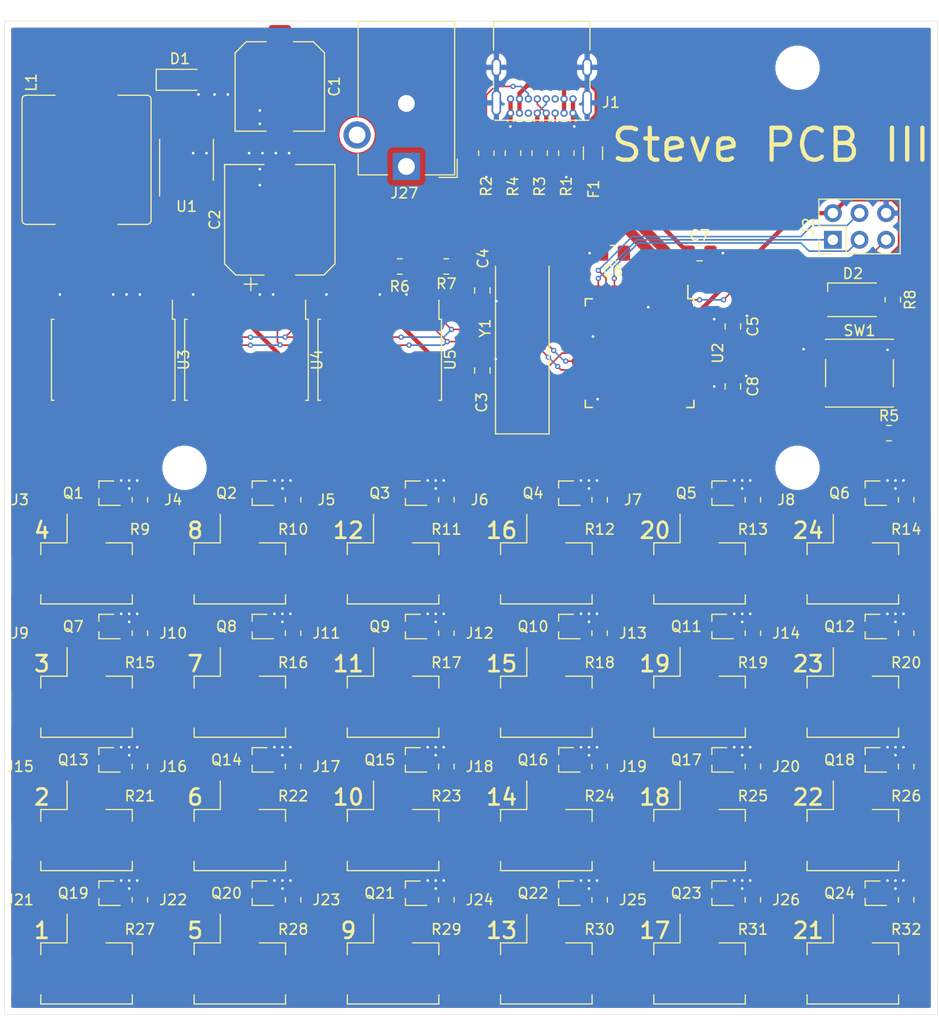
<source format=kicad_pcb>
(kicad_pcb (version 20171130) (host pcbnew "(5.1.10)-1")
  (layers (0 Front signal) (31 Back signal) (34 B.Paste user) (35 F.Paste user) (36 B.SilkS user) (37 F.SilkS user) (38 B.Mask user) (39 F.Mask user) (44 Edge.Cuts user))
  (net 0 "")
  (net 1 GND)
  (net 2 +12V)
  (net 3 +3V3)
  (net 4 "Net-(C3-Pad1)")
  (net 5 "Net-(C4-Pad1)")
  (net 6 "Net-(C5-Pad1)")
  (net 7 "Net-(C6-Pad1)")
  (net 8 VBUS)
  (net 9 "Net-(D2-Pad2)")
  (net 10 "Net-(D2-Pad1)")
  (net 11 "Net-(J1-PadB5)")
  (net 12 "Net-(J1-PadB8)")
  (net 13 "Net-(J1-PadA8)")
  (net 14 "Net-(J1-PadA5)")
  (net 15 /RST)
  (net 16 /MOSI)
  (net 17 /SCK)
  (net 18 /MISO)
  (net 19 /M1)
  (net 20 /M2)
  (net 21 /M3)
  (net 22 /M4)
  (net 23 /SDA)
  (net 24 /SCL)
  (net 25 "Net-(U1-Pad5)")
  (net 26 "Net-(U1-Pad3)")
  (net 27 "Net-(U1-Pad2)")
  (net 28 "Net-(U1-Pad1)")
  (net 29 "Net-(U2-Pad41)")
  (net 30 "Net-(U2-Pad40)")
  (net 31 "Net-(U2-Pad39)")
  (net 32 "Net-(U2-Pad38)")
  (net 33 "Net-(U2-Pad37)")
  (net 34 "Net-(U2-Pad36)")
  (net 35 "Net-(U2-Pad33)")
  (net 36 "Net-(U2-Pad32)")
  (net 37 "Net-(U2-Pad31)")
  (net 38 "Net-(U2-Pad30)")
  (net 39 "Net-(U2-Pad29)")
  (net 40 "Net-(U2-Pad28)")
  (net 41 "Net-(U2-Pad27)")
  (net 42 "Net-(U2-Pad26)")
  (net 43 "Net-(U2-Pad25)")
  (net 44 "Net-(U2-Pad21)")
  (net 45 "Net-(U2-Pad20)")
  (net 46 "Net-(U2-Pad12)")
  (net 47 "Net-(U2-Pad8)")
  (net 48 "Net-(U2-Pad1)")
  (net 49 /M8)
  (net 50 /M7)
  (net 51 /M6)
  (net 52 /M5)
  (net 53 "Net-(U3-Pad8)")
  (net 54 "Net-(U3-Pad7)")
  (net 55 /M9)
  (net 56 /M10)
  (net 57 /M11)
  (net 58 /M12)
  (net 59 /M13)
  (net 60 /M14)
  (net 61 /M15)
  (net 62 /M16)
  (net 63 /M17)
  (net 64 /M18)
  (net 65 /M19)
  (net 66 /M20)
  (net 67 /M21)
  (net 68 /M22)
  (net 69 /M23)
  (net 70 /M24)
  (net 71 "Net-(U4-Pad8)")
  (net 72 "Net-(U4-Pad7)")
  (net 73 "Net-(U5-Pad8)")
  (net 74 "Net-(U5-Pad7)")
  (net 75 /SWITCH_OUT)
  (net 76 /D+)
  (net 77 /D-)
  (net 78 "/Motor Channel 1/DRAIN")
  (net 79 "/Motor Channel 2/DRAIN")
  (net 80 "/Motor Channel 3/DRAIN")
  (net 81 "/Motor Channel 4/DRAIN")
  (net 82 "/Motor Channel 5/DRAIN")
  (net 83 "/Motor Channel 6/DRAIN")
  (net 84 "/Motor Channel 7/DRAIN")
  (net 85 "/Motor Channel 8/DRAIN")
  (net 86 "/Motor Channel 9/DRAIN")
  (net 87 "/Motor Channel 10/DRAIN")
  (net 88 "/Motor Channel 11/DRAIN")
  (net 89 "/Motor Channel 12/DRAIN")
  (net 90 "/Motor Channel 13/DRAIN")
  (net 91 "/Motor Channel 14/DRAIN")
  (net 92 "/Motor Channel 15/DRAIN")
  (net 93 "/Motor Channel 16/DRAIN")
  (net 94 "/Motor Channel 17/DRAIN")
  (net 95 "/Motor Channel 18/DRAIN")
  (net 96 "/Motor Channel 19/DRAIN")
  (net 97 "/Motor Channel 20/DRAIN")
  (net 98 "/Motor Channel 21/DRAIN")
  (net 99 "/Motor Channel 22/DRAIN")
  (net 100 "/Motor Channel 23/DRAIN")
  (net 101 "/Motor Channel 24/DRAIN")
  (net 102 "Net-(J27-Pad3)")
  (net 103 /FUSE)
  (net 104 /MCU_D-)
  (net 105 /MCU_D+)
  (module MountingHole:MountingHole_3.2mm_M3_ISO14580 (layer Front) (at 93.98 101.6)
    (fp_text reference REF** hide)
    (fp_text value MountingHole_3.2mm_M3_ISO14580)
    (pad 1 np_thru_hole circle (at 0 0) (size 3.2 3.2) (drill 3.2) (layers *.Cu *.Mask))
  )
  (module MountingHole:MountingHole_3.2mm_M3_ISO14580 (layer Front) (at 93.98 139.7)
    (fp_text reference REF** hide)
    (fp_text value MountingHole_3.2mm_M3_ISO14580)
    (pad 1 np_thru_hole circle (at 0 0) (size 3.2 3.2) (drill 3.2) (layers *.Cu *.Mask))
  )
  (module MountingHole:MountingHole_3.2mm_M3_ISO14580 (layer Front) (at 35.56 139.7)
    (fp_text reference REF** hide)
    (fp_text value MountingHole_3.2mm_M3_ISO14580)
    (pad 1 np_thru_hole circle (at 0 0) (size 3.2 3.2) (drill 3.2) (layers *.Cu *.Mask))
  )
  (module Connector_BarrelJack:BarrelJack_CUI_PJ-102AH_Horizontal (layer Front) (at 56.7055 110.998 180)
    (fp_text reference J27 (at 0.1905 -2.54 180) (layer F.SilkS))
    (fp_text value Barrel_Jack_Switch)
    (pad 3 thru_hole circle (at 4.7 3 180) (size 2.6 2.6) (drill 1.6) (layers *.Cu *.Mask) (net 102 "Net-(J27-Pad3)"))
    (pad 2 thru_hole circle (at 0 6 180) (size 2.6 2.6) (drill 1.6) (layers *.Cu *.Mask) (net 1 GND))
    (pad 1 thru_hole rect (at 0 0 180) (size 2.6 2.6) (drill 1.6) (layers *.Cu *.Mask) (net 2 +12V))
  )
  (module Package_SO:SOIC-18W_7.5x11.6mm_P1.27mm (layer Front) (at 54.1655 129.413 270)
    (fp_text reference U5 (at 0 -6.72 90) (layer F.SilkS))
    (fp_text value MCP23008-xSO)
    (pad 18 smd roundrect (at 4.65 -5.08 270) (size 2.05 0.6) (layers Front F.Paste F.Mask) (net 3 +3V3))
    (pad 17 smd roundrect (at 4.65 -3.81 270) (size 2.05 0.6) (layers Front F.Paste F.Mask) (net 51 /M6))
    (pad 16 smd roundrect (at 4.65 -2.54 270) (size 2.05 0.6) (layers Front F.Paste F.Mask) (net 58 /M12))
    (pad 15 smd roundrect (at 4.65 -1.27 270) (size 2.05 0.6) (layers Front F.Paste F.Mask) (net 64 /M18))
    (pad 14 smd roundrect (at 4.65 0 270) (size 2.05 0.6) (layers Front F.Paste F.Mask) (net 70 /M24))
    (pad 13 smd roundrect (at 4.65 1.27 270) (size 2.05 0.6) (layers Front F.Paste F.Mask) (net 52 /M5))
    (pad 12 smd roundrect (at 4.65 2.54 270) (size 2.05 0.6) (layers Front F.Paste F.Mask) (net 57 /M11))
    (pad 11 smd roundrect (at 4.65 3.81 270) (size 2.05 0.6) (layers Front F.Paste F.Mask) (net 63 /M17))
    (pad 10 smd roundrect (at 4.65 5.08 270) (size 2.05 0.6) (layers Front F.Paste F.Mask) (net 69 /M23))
    (pad 9 smd roundrect (at -4.65 5.08 270) (size 2.05 0.6) (layers Front F.Paste F.Mask) (net 1 GND))
    (pad 8 smd roundrect (at -4.65 3.81 270) (size 2.05 0.6) (layers Front F.Paste F.Mask) (net 73 "Net-(U5-Pad8)"))
    (pad 7 smd roundrect (at -4.65 2.54 270) (size 2.05 0.6) (layers Front F.Paste F.Mask) (net 74 "Net-(U5-Pad7)"))
    (pad 6 smd roundrect (at -4.65 1.27 270) (size 2.05 0.6) (layers Front F.Paste F.Mask) (net 3 +3V3))
    (pad 5 smd roundrect (at -4.65 0 270) (size 2.05 0.6) (layers Front F.Paste F.Mask) (net 1 GND))
    (pad 4 smd roundrect (at -4.65 -1.27 270) (size 2.05 0.6) (layers Front F.Paste F.Mask) (net 3 +3V3))
    (pad 3 smd roundrect (at -4.65 -2.54 270) (size 2.05 0.6) (layers Front F.Paste F.Mask) (net 1 GND))
    (pad 2 smd roundrect (at -4.65 -3.81 270) (size 2.05 0.6) (layers Front F.Paste F.Mask) (net 23 /SDA))
    (pad 1 smd roundrect (at -4.65 -5.08 270) (size 2.05 0.6) (layers Front F.Paste F.Mask) (net 24 /SCL))
  )
  (module Package_SO:SOIC-18W_7.5x11.6mm_P1.27mm (layer Front) (at 41.4655 129.413 270)
    (fp_text reference U4 (at 0 -6.72 90) (layer F.SilkS))
    (fp_text value MCP23008-xSO)
    (pad 18 smd roundrect (at 4.65 -5.08 270) (size 2.05 0.6) (layers Front F.Paste F.Mask) (net 3 +3V3))
    (pad 17 smd roundrect (at 4.65 -3.81 270) (size 2.05 0.6) (layers Front F.Paste F.Mask) (net 22 /M4))
    (pad 16 smd roundrect (at 4.65 -2.54 270) (size 2.05 0.6) (layers Front F.Paste F.Mask) (net 56 /M10))
    (pad 15 smd roundrect (at 4.65 -1.27 270) (size 2.05 0.6) (layers Front F.Paste F.Mask) (net 62 /M16))
    (pad 14 smd roundrect (at 4.65 0 270) (size 2.05 0.6) (layers Front F.Paste F.Mask) (net 68 /M22))
    (pad 13 smd roundrect (at 4.65 1.27 270) (size 2.05 0.6) (layers Front F.Paste F.Mask) (net 21 /M3))
    (pad 12 smd roundrect (at 4.65 2.54 270) (size 2.05 0.6) (layers Front F.Paste F.Mask) (net 55 /M9))
    (pad 11 smd roundrect (at 4.65 3.81 270) (size 2.05 0.6) (layers Front F.Paste F.Mask) (net 61 /M15))
    (pad 10 smd roundrect (at 4.65 5.08 270) (size 2.05 0.6) (layers Front F.Paste F.Mask) (net 67 /M21))
    (pad 9 smd roundrect (at -4.65 5.08 270) (size 2.05 0.6) (layers Front F.Paste F.Mask) (net 1 GND))
    (pad 8 smd roundrect (at -4.65 3.81 270) (size 2.05 0.6) (layers Front F.Paste F.Mask) (net 71 "Net-(U4-Pad8)"))
    (pad 7 smd roundrect (at -4.65 2.54 270) (size 2.05 0.6) (layers Front F.Paste F.Mask) (net 72 "Net-(U4-Pad7)"))
    (pad 6 smd roundrect (at -4.65 1.27 270) (size 2.05 0.6) (layers Front F.Paste F.Mask) (net 3 +3V3))
    (pad 5 smd roundrect (at -4.65 0 270) (size 2.05 0.6) (layers Front F.Paste F.Mask) (net 3 +3V3))
    (pad 4 smd roundrect (at -4.65 -1.27 270) (size 2.05 0.6) (layers Front F.Paste F.Mask) (net 1 GND))
    (pad 3 smd roundrect (at -4.65 -2.54 270) (size 2.05 0.6) (layers Front F.Paste F.Mask) (net 1 GND))
    (pad 2 smd roundrect (at -4.65 -3.81 270) (size 2.05 0.6) (layers Front F.Paste F.Mask) (net 23 /SDA))
    (pad 1 smd roundrect (at -4.65 -5.08 270) (size 2.05 0.6) (layers Front F.Paste F.Mask) (net 24 /SCL))
  )
  (module Resistor_SMD:R_0805_2012Metric_Pad1.20x1.40mm_HandSolder (layer Front) (at 104.3305 180.848 90)
    (fp_text reference R32 (at -2.81 0 180) (layer F.SilkS))
    (fp_text value 10K)
    (pad 2 smd roundrect (at 1 0 90) (size 1.2 1.4) (layers Front F.Paste F.Mask) (roundrect_rratio 0.2083325) (net 1 GND))
    (pad 1 smd roundrect (at -1 0 90) (size 1.2 1.4) (layers Front F.Paste F.Mask) (roundrect_rratio 0.2083325) (net 70 /M24))
  )
  (module Resistor_SMD:R_0805_2012Metric_Pad1.20x1.40mm_HandSolder (layer Front) (at 89.7255 180.848 90)
    (fp_text reference R31 (at -2.81 0 180) (layer F.SilkS))
    (fp_text value 10K)
    (pad 2 smd roundrect (at 1 0 90) (size 1.2 1.4) (layers Front F.Paste F.Mask) (roundrect_rratio 0.2083325) (net 1 GND))
    (pad 1 smd roundrect (at -1 0 90) (size 1.2 1.4) (layers Front F.Paste F.Mask) (roundrect_rratio 0.2083325) (net 69 /M23))
  )
  (module Resistor_SMD:R_0805_2012Metric_Pad1.20x1.40mm_HandSolder (layer Front) (at 75.1205 180.848 90)
    (fp_text reference R30 (at -2.81 0 180) (layer F.SilkS))
    (fp_text value 10K)
    (pad 2 smd roundrect (at 1 0 90) (size 1.2 1.4) (layers Front F.Paste F.Mask) (roundrect_rratio 0.2083325) (net 1 GND))
    (pad 1 smd roundrect (at -1 0 90) (size 1.2 1.4) (layers Front F.Paste F.Mask) (roundrect_rratio 0.2083325) (net 68 /M22))
  )
  (module Resistor_SMD:R_0805_2012Metric_Pad1.20x1.40mm_HandSolder (layer Front) (at 60.5155 180.848 90)
    (fp_text reference R29 (at -2.81 0 180) (layer F.SilkS))
    (fp_text value 10K)
    (pad 2 smd roundrect (at 1 0 90) (size 1.2 1.4) (layers Front F.Paste F.Mask) (roundrect_rratio 0.2083325) (net 1 GND))
    (pad 1 smd roundrect (at -1 0 90) (size 1.2 1.4) (layers Front F.Paste F.Mask) (roundrect_rratio 0.2083325) (net 67 /M21))
  )
  (module Resistor_SMD:R_0805_2012Metric_Pad1.20x1.40mm_HandSolder (layer Front) (at 45.9105 180.848 90)
    (fp_text reference R28 (at -2.81 0 180) (layer F.SilkS))
    (fp_text value 10K)
    (pad 2 smd roundrect (at 1 0 90) (size 1.2 1.4) (layers Front F.Paste F.Mask) (roundrect_rratio 0.2083325) (net 1 GND))
    (pad 1 smd roundrect (at -1 0 90) (size 1.2 1.4) (layers Front F.Paste F.Mask) (roundrect_rratio 0.2083325) (net 66 /M20))
  )
  (module Resistor_SMD:R_0805_2012Metric_Pad1.20x1.40mm_HandSolder (layer Front) (at 31.3055 180.848 90)
    (fp_text reference R27 (at -2.81 0 180) (layer F.SilkS))
    (fp_text value 10K)
    (pad 2 smd roundrect (at 1 0 90) (size 1.2 1.4) (layers Front F.Paste F.Mask) (roundrect_rratio 0.2083325) (net 1 GND))
    (pad 1 smd roundrect (at -1 0 90) (size 1.2 1.4) (layers Front F.Paste F.Mask) (roundrect_rratio 0.2083325) (net 65 /M19))
  )
  (module Resistor_SMD:R_0805_2012Metric_Pad1.20x1.40mm_HandSolder (layer Front) (at 104.3305 168.148 90)
    (fp_text reference R26 (at -2.81 0 180) (layer F.SilkS))
    (fp_text value 10K)
    (pad 2 smd roundrect (at 1 0 90) (size 1.2 1.4) (layers Front F.Paste F.Mask) (roundrect_rratio 0.2083325) (net 1 GND))
    (pad 1 smd roundrect (at -1 0 90) (size 1.2 1.4) (layers Front F.Paste F.Mask) (roundrect_rratio 0.2083325) (net 64 /M18))
  )
  (module Resistor_SMD:R_0805_2012Metric_Pad1.20x1.40mm_HandSolder (layer Front) (at 89.7255 168.148 90)
    (fp_text reference R25 (at -2.81 0 180) (layer F.SilkS))
    (fp_text value 10K)
    (pad 2 smd roundrect (at 1 0 90) (size 1.2 1.4) (layers Front F.Paste F.Mask) (roundrect_rratio 0.2083325) (net 1 GND))
    (pad 1 smd roundrect (at -1 0 90) (size 1.2 1.4) (layers Front F.Paste F.Mask) (roundrect_rratio 0.2083325) (net 63 /M17))
  )
  (module Resistor_SMD:R_0805_2012Metric_Pad1.20x1.40mm_HandSolder (layer Front) (at 75.1205 168.148 90)
    (fp_text reference R24 (at -2.81 0 180) (layer F.SilkS))
    (fp_text value 10K)
    (pad 2 smd roundrect (at 1 0 90) (size 1.2 1.4) (layers Front F.Paste F.Mask) (roundrect_rratio 0.2083325) (net 1 GND))
    (pad 1 smd roundrect (at -1 0 90) (size 1.2 1.4) (layers Front F.Paste F.Mask) (roundrect_rratio 0.2083325) (net 62 /M16))
  )
  (module Resistor_SMD:R_0805_2012Metric_Pad1.20x1.40mm_HandSolder (layer Front) (at 60.5155 168.148 90)
    (fp_text reference R23 (at -2.81 0 180) (layer F.SilkS))
    (fp_text value 10K)
    (pad 2 smd roundrect (at 1 0 90) (size 1.2 1.4) (layers Front F.Paste F.Mask) (roundrect_rratio 0.2083325) (net 1 GND))
    (pad 1 smd roundrect (at -1 0 90) (size 1.2 1.4) (layers Front F.Paste F.Mask) (roundrect_rratio 0.2083325) (net 61 /M15))
  )
  (module Resistor_SMD:R_0805_2012Metric_Pad1.20x1.40mm_HandSolder (layer Front) (at 45.9105 168.148 90)
    (fp_text reference R22 (at -2.81 0 180) (layer F.SilkS))
    (fp_text value 10K)
    (pad 2 smd roundrect (at 1 0 90) (size 1.2 1.4) (layers Front F.Paste F.Mask) (roundrect_rratio 0.2083325) (net 1 GND))
    (pad 1 smd roundrect (at -1 0 90) (size 1.2 1.4) (layers Front F.Paste F.Mask) (roundrect_rratio 0.2083325) (net 60 /M14))
  )
  (module Resistor_SMD:R_0805_2012Metric_Pad1.20x1.40mm_HandSolder (layer Front) (at 31.3055 168.148 90)
    (fp_text reference R21 (at -2.81 0 180) (layer F.SilkS))
    (fp_text value 10K)
    (pad 2 smd roundrect (at 1 0 90) (size 1.2 1.4) (layers Front F.Paste F.Mask) (roundrect_rratio 0.2083325) (net 1 GND))
    (pad 1 smd roundrect (at -1 0 90) (size 1.2 1.4) (layers Front F.Paste F.Mask) (roundrect_rratio 0.2083325) (net 59 /M13))
  )
  (module Resistor_SMD:R_0805_2012Metric_Pad1.20x1.40mm_HandSolder (layer Front) (at 104.3305 155.448 90)
    (fp_text reference R20 (at -2.81 0 180) (layer F.SilkS))
    (fp_text value 10K)
    (pad 2 smd roundrect (at 1 0 90) (size 1.2 1.4) (layers Front F.Paste F.Mask) (roundrect_rratio 0.2083325) (net 1 GND))
    (pad 1 smd roundrect (at -1 0 90) (size 1.2 1.4) (layers Front F.Paste F.Mask) (roundrect_rratio 0.2083325) (net 58 /M12))
  )
  (module Resistor_SMD:R_0805_2012Metric_Pad1.20x1.40mm_HandSolder (layer Front) (at 89.7255 155.448 90)
    (fp_text reference R19 (at -2.81 0 180) (layer F.SilkS))
    (fp_text value 10K)
    (pad 2 smd roundrect (at 1 0 90) (size 1.2 1.4) (layers Front F.Paste F.Mask) (roundrect_rratio 0.2083325) (net 1 GND))
    (pad 1 smd roundrect (at -1 0 90) (size 1.2 1.4) (layers Front F.Paste F.Mask) (roundrect_rratio 0.2083325) (net 57 /M11))
  )
  (module Resistor_SMD:R_0805_2012Metric_Pad1.20x1.40mm_HandSolder (layer Front) (at 75.1205 155.448 90)
    (fp_text reference R18 (at -2.81 0 180) (layer F.SilkS))
    (fp_text value 10K)
    (pad 2 smd roundrect (at 1 0 90) (size 1.2 1.4) (layers Front F.Paste F.Mask) (roundrect_rratio 0.2083325) (net 1 GND))
    (pad 1 smd roundrect (at -1 0 90) (size 1.2 1.4) (layers Front F.Paste F.Mask) (roundrect_rratio 0.2083325) (net 56 /M10))
  )
  (module Resistor_SMD:R_0805_2012Metric_Pad1.20x1.40mm_HandSolder (layer Front) (at 60.5155 155.448 90)
    (fp_text reference R17 (at -2.81 0 180) (layer F.SilkS))
    (fp_text value 10K)
    (pad 2 smd roundrect (at 1 0 90) (size 1.2 1.4) (layers Front F.Paste F.Mask) (roundrect_rratio 0.2083325) (net 1 GND))
    (pad 1 smd roundrect (at -1 0 90) (size 1.2 1.4) (layers Front F.Paste F.Mask) (roundrect_rratio 0.2083325) (net 55 /M9))
  )
  (module Resistor_SMD:R_0805_2012Metric_Pad1.20x1.40mm_HandSolder (layer Front) (at 45.9105 155.448 90)
    (fp_text reference R16 (at -2.81 0 180) (layer F.SilkS))
    (fp_text value 10K)
    (pad 2 smd roundrect (at 1 0 90) (size 1.2 1.4) (layers Front F.Paste F.Mask) (roundrect_rratio 0.2083325) (net 1 GND))
    (pad 1 smd roundrect (at -1 0 90) (size 1.2 1.4) (layers Front F.Paste F.Mask) (roundrect_rratio 0.2083325) (net 49 /M8))
  )
  (module Resistor_SMD:R_0805_2012Metric_Pad1.20x1.40mm_HandSolder (layer Front) (at 31.3055 155.448 90)
    (fp_text reference R15 (at -2.81 0 180) (layer F.SilkS))
    (fp_text value 10K)
    (pad 2 smd roundrect (at 1 0 90) (size 1.2 1.4) (layers Front F.Paste F.Mask) (roundrect_rratio 0.2083325) (net 1 GND))
    (pad 1 smd roundrect (at -1 0 90) (size 1.2 1.4) (layers Front F.Paste F.Mask) (roundrect_rratio 0.2083325) (net 50 /M7))
  )
  (module Resistor_SMD:R_0805_2012Metric_Pad1.20x1.40mm_HandSolder (layer Front) (at 104.3305 142.748 90)
    (fp_text reference R14 (at -2.81 0 180) (layer F.SilkS))
    (fp_text value 10K)
    (pad 2 smd roundrect (at 1 0 90) (size 1.2 1.4) (layers Front F.Paste F.Mask) (roundrect_rratio 0.2083325) (net 1 GND))
    (pad 1 smd roundrect (at -1 0 90) (size 1.2 1.4) (layers Front F.Paste F.Mask) (roundrect_rratio 0.2083325) (net 51 /M6))
  )
  (module Resistor_SMD:R_0805_2012Metric_Pad1.20x1.40mm_HandSolder (layer Front) (at 89.7255 142.748 90)
    (fp_text reference R13 (at -2.81 0 180) (layer F.SilkS))
    (fp_text value 10K)
    (pad 2 smd roundrect (at 1 0 90) (size 1.2 1.4) (layers Front F.Paste F.Mask) (roundrect_rratio 0.2083325) (net 1 GND))
    (pad 1 smd roundrect (at -1 0 90) (size 1.2 1.4) (layers Front F.Paste F.Mask) (roundrect_rratio 0.2083325) (net 52 /M5))
  )
  (module Package_TO_SOT_SMD:SOT-323_SC-70 (layer Front) (at 101.1555 180.213 180)
    (fp_text reference Q24 (at 3.175 0) (layer F.SilkS))
    (fp_text value BSS214NW)
    (pad 3 smd rect (at 1 0 90) (size 0.45 0.7) (layers Front F.Paste F.Mask) (net 101 "/Motor Channel 24/DRAIN"))
    (pad 2 smd rect (at -1 0.65 90) (size 0.45 0.7) (layers Front F.Paste F.Mask) (net 1 GND))
    (pad 1 smd rect (at -1 -0.65 90) (size 0.45 0.7) (layers Front F.Paste F.Mask) (net 70 /M24))
  )
  (module Package_TO_SOT_SMD:SOT-323_SC-70 (layer Front) (at 86.5505 180.213 180)
    (fp_text reference Q23 (at 3.175 0) (layer F.SilkS))
    (fp_text value BSS214NW)
    (pad 3 smd rect (at 1 0 90) (size 0.45 0.7) (layers Front F.Paste F.Mask) (net 100 "/Motor Channel 23/DRAIN"))
    (pad 2 smd rect (at -1 0.65 90) (size 0.45 0.7) (layers Front F.Paste F.Mask) (net 1 GND))
    (pad 1 smd rect (at -1 -0.65 90) (size 0.45 0.7) (layers Front F.Paste F.Mask) (net 69 /M23))
  )
  (module Package_TO_SOT_SMD:SOT-323_SC-70 (layer Front) (at 71.9455 180.213 180)
    (fp_text reference Q22 (at 3.175 0) (layer F.SilkS))
    (fp_text value BSS214NW)
    (pad 3 smd rect (at 1 0 90) (size 0.45 0.7) (layers Front F.Paste F.Mask) (net 99 "/Motor Channel 22/DRAIN"))
    (pad 2 smd rect (at -1 0.65 90) (size 0.45 0.7) (layers Front F.Paste F.Mask) (net 1 GND))
    (pad 1 smd rect (at -1 -0.65 90) (size 0.45 0.7) (layers Front F.Paste F.Mask) (net 68 /M22))
  )
  (module Package_TO_SOT_SMD:SOT-323_SC-70 (layer Front) (at 57.3405 180.213 180)
    (fp_text reference Q21 (at 3.175 0) (layer F.SilkS))
    (fp_text value BSS214NW)
    (pad 3 smd rect (at 1 0 90) (size 0.45 0.7) (layers Front F.Paste F.Mask) (net 98 "/Motor Channel 21/DRAIN"))
    (pad 2 smd rect (at -1 0.65 90) (size 0.45 0.7) (layers Front F.Paste F.Mask) (net 1 GND))
    (pad 1 smd rect (at -1 -0.65 90) (size 0.45 0.7) (layers Front F.Paste F.Mask) (net 67 /M21))
  )
  (module Package_TO_SOT_SMD:SOT-323_SC-70 (layer Front) (at 42.7355 180.213 180)
    (fp_text reference Q20 (at 3.175 0) (layer F.SilkS))
    (fp_text value BSS214NW)
    (pad 3 smd rect (at 1 0 90) (size 0.45 0.7) (layers Front F.Paste F.Mask) (net 97 "/Motor Channel 20/DRAIN"))
    (pad 2 smd rect (at -1 0.65 90) (size 0.45 0.7) (layers Front F.Paste F.Mask) (net 1 GND))
    (pad 1 smd rect (at -1 -0.65 90) (size 0.45 0.7) (layers Front F.Paste F.Mask) (net 66 /M20))
  )
  (module Package_TO_SOT_SMD:SOT-323_SC-70 (layer Front) (at 28.1305 180.213 180)
    (fp_text reference Q19 (at 3.175 0) (layer F.SilkS))
    (fp_text value BSS214NW)
    (pad 3 smd rect (at 1 0 90) (size 0.45 0.7) (layers Front F.Paste F.Mask) (net 96 "/Motor Channel 19/DRAIN"))
    (pad 2 smd rect (at -1 0.65 90) (size 0.45 0.7) (layers Front F.Paste F.Mask) (net 1 GND))
    (pad 1 smd rect (at -1 -0.65 90) (size 0.45 0.7) (layers Front F.Paste F.Mask) (net 65 /M19))
  )
  (module Package_TO_SOT_SMD:SOT-323_SC-70 (layer Front) (at 101.1555 167.513 180)
    (fp_text reference Q18 (at 3.175 0) (layer F.SilkS))
    (fp_text value BSS214NW)
    (pad 3 smd rect (at 1 0 90) (size 0.45 0.7) (layers Front F.Paste F.Mask) (net 95 "/Motor Channel 18/DRAIN"))
    (pad 2 smd rect (at -1 0.65 90) (size 0.45 0.7) (layers Front F.Paste F.Mask) (net 1 GND))
    (pad 1 smd rect (at -1 -0.65 90) (size 0.45 0.7) (layers Front F.Paste F.Mask) (net 64 /M18))
  )
  (module Package_TO_SOT_SMD:SOT-323_SC-70 (layer Front) (at 86.5505 167.513 180)
    (fp_text reference Q17 (at 3.175 0) (layer F.SilkS))
    (fp_text value BSS214NW)
    (pad 3 smd rect (at 1 0 90) (size 0.45 0.7) (layers Front F.Paste F.Mask) (net 94 "/Motor Channel 17/DRAIN"))
    (pad 2 smd rect (at -1 0.65 90) (size 0.45 0.7) (layers Front F.Paste F.Mask) (net 1 GND))
    (pad 1 smd rect (at -1 -0.65 90) (size 0.45 0.7) (layers Front F.Paste F.Mask) (net 63 /M17))
  )
  (module Package_TO_SOT_SMD:SOT-323_SC-70 (layer Front) (at 71.9455 167.513 180)
    (fp_text reference Q16 (at 3.175 0) (layer F.SilkS))
    (fp_text value BSS214NW)
    (pad 3 smd rect (at 1 0 90) (size 0.45 0.7) (layers Front F.Paste F.Mask) (net 93 "/Motor Channel 16/DRAIN"))
    (pad 2 smd rect (at -1 0.65 90) (size 0.45 0.7) (layers Front F.Paste F.Mask) (net 1 GND))
    (pad 1 smd rect (at -1 -0.65 90) (size 0.45 0.7) (layers Front F.Paste F.Mask) (net 62 /M16))
  )
  (module Package_TO_SOT_SMD:SOT-323_SC-70 (layer Front) (at 57.3405 167.513 180)
    (fp_text reference Q15 (at 3.175 0) (layer F.SilkS))
    (fp_text value BSS214NW)
    (pad 3 smd rect (at 1 0 90) (size 0.45 0.7) (layers Front F.Paste F.Mask) (net 92 "/Motor Channel 15/DRAIN"))
    (pad 2 smd rect (at -1 0.65 90) (size 0.45 0.7) (layers Front F.Paste F.Mask) (net 1 GND))
    (pad 1 smd rect (at -1 -0.65 90) (size 0.45 0.7) (layers Front F.Paste F.Mask) (net 61 /M15))
  )
  (module Package_TO_SOT_SMD:SOT-323_SC-70 (layer Front) (at 42.7355 167.513 180)
    (fp_text reference Q14 (at 3.175 0) (layer F.SilkS))
    (fp_text value BSS214NW)
    (pad 3 smd rect (at 1 0 90) (size 0.45 0.7) (layers Front F.Paste F.Mask) (net 91 "/Motor Channel 14/DRAIN"))
    (pad 2 smd rect (at -1 0.65 90) (size 0.45 0.7) (layers Front F.Paste F.Mask) (net 1 GND))
    (pad 1 smd rect (at -1 -0.65 90) (size 0.45 0.7) (layers Front F.Paste F.Mask) (net 60 /M14))
  )
  (module Package_TO_SOT_SMD:SOT-323_SC-70 (layer Front) (at 28.1305 167.513 180)
    (fp_text reference Q13 (at 3.175 0) (layer F.SilkS))
    (fp_text value BSS214NW)
    (pad 3 smd rect (at 1 0 90) (size 0.45 0.7) (layers Front F.Paste F.Mask) (net 90 "/Motor Channel 13/DRAIN"))
    (pad 2 smd rect (at -1 0.65 90) (size 0.45 0.7) (layers Front F.Paste F.Mask) (net 1 GND))
    (pad 1 smd rect (at -1 -0.65 90) (size 0.45 0.7) (layers Front F.Paste F.Mask) (net 59 /M13))
  )
  (module Package_TO_SOT_SMD:SOT-323_SC-70 (layer Front) (at 101.1555 154.813 180)
    (fp_text reference Q12 (at 3.175 0) (layer F.SilkS))
    (fp_text value BSS214NW)
    (pad 3 smd rect (at 1 0 90) (size 0.45 0.7) (layers Front F.Paste F.Mask) (net 89 "/Motor Channel 12/DRAIN"))
    (pad 2 smd rect (at -1 0.65 90) (size 0.45 0.7) (layers Front F.Paste F.Mask) (net 1 GND))
    (pad 1 smd rect (at -1 -0.65 90) (size 0.45 0.7) (layers Front F.Paste F.Mask) (net 58 /M12))
  )
  (module Package_TO_SOT_SMD:SOT-323_SC-70 (layer Front) (at 86.5505 154.813 180)
    (fp_text reference Q11 (at 3.175 0) (layer F.SilkS))
    (fp_text value BSS214NW)
    (pad 3 smd rect (at 1 0 90) (size 0.45 0.7) (layers Front F.Paste F.Mask) (net 88 "/Motor Channel 11/DRAIN"))
    (pad 2 smd rect (at -1 0.65 90) (size 0.45 0.7) (layers Front F.Paste F.Mask) (net 1 GND))
    (pad 1 smd rect (at -1 -0.65 90) (size 0.45 0.7) (layers Front F.Paste F.Mask) (net 57 /M11))
  )
  (module Package_TO_SOT_SMD:SOT-323_SC-70 (layer Front) (at 71.9455 154.813 180)
    (fp_text reference Q10 (at 3.175 0) (layer F.SilkS))
    (fp_text value BSS214NW)
    (pad 3 smd rect (at 1 0 90) (size 0.45 0.7) (layers Front F.Paste F.Mask) (net 87 "/Motor Channel 10/DRAIN"))
    (pad 2 smd rect (at -1 0.65 90) (size 0.45 0.7) (layers Front F.Paste F.Mask) (net 1 GND))
    (pad 1 smd rect (at -1 -0.65 90) (size 0.45 0.7) (layers Front F.Paste F.Mask) (net 56 /M10))
  )
  (module Package_TO_SOT_SMD:SOT-323_SC-70 (layer Front) (at 57.3405 154.813 180)
    (fp_text reference Q9 (at 3.175 0) (layer F.SilkS))
    (fp_text value BSS214NW)
    (pad 3 smd rect (at 1 0 90) (size 0.45 0.7) (layers Front F.Paste F.Mask) (net 86 "/Motor Channel 9/DRAIN"))
    (pad 2 smd rect (at -1 0.65 90) (size 0.45 0.7) (layers Front F.Paste F.Mask) (net 1 GND))
    (pad 1 smd rect (at -1 -0.65 90) (size 0.45 0.7) (layers Front F.Paste F.Mask) (net 55 /M9))
  )
  (module Package_TO_SOT_SMD:SOT-323_SC-70 (layer Front) (at 42.7355 154.813 180)
    (fp_text reference Q8 (at 3.175 0) (layer F.SilkS))
    (fp_text value BSS214NW)
    (pad 3 smd rect (at 1 0 90) (size 0.45 0.7) (layers Front F.Paste F.Mask) (net 85 "/Motor Channel 8/DRAIN"))
    (pad 2 smd rect (at -1 0.65 90) (size 0.45 0.7) (layers Front F.Paste F.Mask) (net 1 GND))
    (pad 1 smd rect (at -1 -0.65 90) (size 0.45 0.7) (layers Front F.Paste F.Mask) (net 49 /M8))
  )
  (module Package_TO_SOT_SMD:SOT-323_SC-70 (layer Front) (at 28.1305 154.813 180)
    (fp_text reference Q7 (at 3.175 0) (layer F.SilkS))
    (fp_text value BSS214NW)
    (pad 3 smd rect (at 1 0 90) (size 0.45 0.7) (layers Front F.Paste F.Mask) (net 84 "/Motor Channel 7/DRAIN"))
    (pad 2 smd rect (at -1 0.65 90) (size 0.45 0.7) (layers Front F.Paste F.Mask) (net 1 GND))
    (pad 1 smd rect (at -1 -0.65 90) (size 0.45 0.7) (layers Front F.Paste F.Mask) (net 50 /M7))
  )
  (module Package_TO_SOT_SMD:SOT-323_SC-70 (layer Front) (at 101.1555 142.113 180)
    (fp_text reference Q6 (at 3.175 0) (layer F.SilkS))
    (fp_text value BSS214NW)
    (pad 3 smd rect (at 1 0 90) (size 0.45 0.7) (layers Front F.Paste F.Mask) (net 83 "/Motor Channel 6/DRAIN"))
    (pad 2 smd rect (at -1 0.65 90) (size 0.45 0.7) (layers Front F.Paste F.Mask) (net 1 GND))
    (pad 1 smd rect (at -1 -0.65 90) (size 0.45 0.7) (layers Front F.Paste F.Mask) (net 51 /M6))
  )
  (module Package_TO_SOT_SMD:SOT-323_SC-70 (layer Front) (at 86.5505 142.113 180)
    (fp_text reference Q5 (at 3.175 0) (layer F.SilkS))
    (fp_text value BSS214NW)
    (pad 3 smd rect (at 1 0 90) (size 0.45 0.7) (layers Front F.Paste F.Mask) (net 82 "/Motor Channel 5/DRAIN"))
    (pad 2 smd rect (at -1 0.65 90) (size 0.45 0.7) (layers Front F.Paste F.Mask) (net 1 GND))
    (pad 1 smd rect (at -1 -0.65 90) (size 0.45 0.7) (layers Front F.Paste F.Mask) (net 52 /M5))
  )
  (module Connector_Hirose_Mark:Hirose_DF3EA-02P-2V_1x02-1MP_P2.00mm_Vertical (layer Front) (at 99.2505 185.928)
    (fp_text reference J26 (at -6.35 -5.08) (layer F.SilkS))
    (fp_text value Conn_01x02)
    (pad MP smd roundrect (at 5.52 2.05) (size 2.3 3.3) (layers Front F.Paste F.Mask) (roundrect_rratio 0.108695652173913))
    (pad MP smd roundrect (at -5.52 2.05) (size 2.3 3.3) (layers Front F.Paste F.Mask) (roundrect_rratio 0.108695652173913))
    (pad 2 smd roundrect (at 1 -2.4) (size 1.2 2.6) (layers Front F.Paste F.Mask) (roundrect_rratio 0.2083325) (net 101 "/Motor Channel 24/DRAIN"))
    (pad 1 smd roundrect (at -1 -2.4) (size 1.2 2.6) (layers Front F.Paste F.Mask) (roundrect_rratio 0.2083325) (net 2 +12V))
  )
  (module Connector_Hirose_Mark:Hirose_DF3EA-02P-2V_1x02-1MP_P2.00mm_Vertical (layer Front) (at 84.6455 185.928)
    (fp_text reference J25 (at -6.35 -5.08) (layer F.SilkS))
    (fp_text value Conn_01x02)
    (pad MP smd roundrect (at 5.52 2.05) (size 2.3 3.3) (layers Front F.Paste F.Mask) (roundrect_rratio 0.108695652173913))
    (pad MP smd roundrect (at -5.52 2.05) (size 2.3 3.3) (layers Front F.Paste F.Mask) (roundrect_rratio 0.108695652173913))
    (pad 2 smd roundrect (at 1 -2.4) (size 1.2 2.6) (layers Front F.Paste F.Mask) (roundrect_rratio 0.2083325) (net 100 "/Motor Channel 23/DRAIN"))
    (pad 1 smd roundrect (at -1 -2.4) (size 1.2 2.6) (layers Front F.Paste F.Mask) (roundrect_rratio 0.2083325) (net 2 +12V))
  )
  (module Connector_Hirose_Mark:Hirose_DF3EA-02P-2V_1x02-1MP_P2.00mm_Vertical (layer Front) (at 70.0405 185.928)
    (fp_text reference J24 (at -6.35 -5.08) (layer F.SilkS))
    (fp_text value Conn_01x02)
    (pad MP smd roundrect (at 5.52 2.05) (size 2.3 3.3) (layers Front F.Paste F.Mask) (roundrect_rratio 0.108695652173913))
    (pad MP smd roundrect (at -5.52 2.05) (size 2.3 3.3) (layers Front F.Paste F.Mask) (roundrect_rratio 0.108695652173913))
    (pad 2 smd roundrect (at 1 -2.4) (size 1.2 2.6) (layers Front F.Paste F.Mask) (roundrect_rratio 0.2083325) (net 99 "/Motor Channel 22/DRAIN"))
    (pad 1 smd roundrect (at -1 -2.4) (size 1.2 2.6) (layers Front F.Paste F.Mask) (roundrect_rratio 0.2083325) (net 2 +12V))
  )
  (module Connector_Hirose_Mark:Hirose_DF3EA-02P-2V_1x02-1MP_P2.00mm_Vertical (layer Front) (at 55.4355 185.928)
    (fp_text reference J23 (at -6.35 -5.08) (layer F.SilkS))
    (fp_text value Conn_01x02)
    (pad MP smd roundrect (at 5.52 2.05) (size 2.3 3.3) (layers Front F.Paste F.Mask) (roundrect_rratio 0.108695652173913))
    (pad MP smd roundrect (at -5.52 2.05) (size 2.3 3.3) (layers Front F.Paste F.Mask) (roundrect_rratio 0.108695652173913))
    (pad 2 smd roundrect (at 1 -2.4) (size 1.2 2.6) (layers Front F.Paste F.Mask) (roundrect_rratio 0.2083325) (net 98 "/Motor Channel 21/DRAIN"))
    (pad 1 smd roundrect (at -1 -2.4) (size 1.2 2.6) (layers Front F.Paste F.Mask) (roundrect_rratio 0.2083325) (net 2 +12V))
  )
  (module Connector_Hirose_Mark:Hirose_DF3EA-02P-2V_1x02-1MP_P2.00mm_Vertical (layer Front) (at 40.8305 185.928)
    (fp_text reference J22 (at -6.35 -5.08) (layer F.SilkS))
    (fp_text value Conn_01x02)
    (pad MP smd roundrect (at 5.52 2.05) (size 2.3 3.3) (layers Front F.Paste F.Mask) (roundrect_rratio 0.108695652173913))
    (pad MP smd roundrect (at -5.52 2.05) (size 2.3 3.3) (layers Front F.Paste F.Mask) (roundrect_rratio 0.108695652173913))
    (pad 2 smd roundrect (at 1 -2.4) (size 1.2 2.6) (layers Front F.Paste F.Mask) (roundrect_rratio 0.2083325) (net 97 "/Motor Channel 20/DRAIN"))
    (pad 1 smd roundrect (at -1 -2.4) (size 1.2 2.6) (layers Front F.Paste F.Mask) (roundrect_rratio 0.2083325) (net 2 +12V))
  )
  (module Connector_Hirose_Mark:Hirose_DF3EA-02P-2V_1x02-1MP_P2.00mm_Vertical (layer Front) (at 26.2255 185.928)
    (fp_text reference J21 (at -6.35 -5.08) (layer F.SilkS))
    (fp_text value Conn_01x02)
    (pad MP smd roundrect (at 5.52 2.05) (size 2.3 3.3) (layers Front F.Paste F.Mask) (roundrect_rratio 0.108695652173913))
    (pad MP smd roundrect (at -5.52 2.05) (size 2.3 3.3) (layers Front F.Paste F.Mask) (roundrect_rratio 0.108695652173913))
    (pad 2 smd roundrect (at 1 -2.4) (size 1.2 2.6) (layers Front F.Paste F.Mask) (roundrect_rratio 0.2083325) (net 96 "/Motor Channel 19/DRAIN"))
    (pad 1 smd roundrect (at -1 -2.4) (size 1.2 2.6) (layers Front F.Paste F.Mask) (roundrect_rratio 0.2083325) (net 2 +12V))
  )
  (module Connector_Hirose_Mark:Hirose_DF3EA-02P-2V_1x02-1MP_P2.00mm_Vertical (layer Front) (at 99.2505 173.228)
    (fp_text reference J20 (at -6.35 -5.08) (layer F.SilkS))
    (fp_text value Conn_01x02)
    (pad MP smd roundrect (at 5.52 2.05) (size 2.3 3.3) (layers Front F.Paste F.Mask) (roundrect_rratio 0.108695652173913))
    (pad MP smd roundrect (at -5.52 2.05) (size 2.3 3.3) (layers Front F.Paste F.Mask) (roundrect_rratio 0.108695652173913))
    (pad 2 smd roundrect (at 1 -2.4) (size 1.2 2.6) (layers Front F.Paste F.Mask) (roundrect_rratio 0.2083325) (net 95 "/Motor Channel 18/DRAIN"))
    (pad 1 smd roundrect (at -1 -2.4) (size 1.2 2.6) (layers Front F.Paste F.Mask) (roundrect_rratio 0.2083325) (net 2 +12V))
  )
  (module Connector_Hirose_Mark:Hirose_DF3EA-02P-2V_1x02-1MP_P2.00mm_Vertical (layer Front) (at 84.6455 173.228)
    (fp_text reference J19 (at -6.35 -5.08) (layer F.SilkS))
    (fp_text value Conn_01x02)
    (pad MP smd roundrect (at 5.52 2.05) (size 2.3 3.3) (layers Front F.Paste F.Mask) (roundrect_rratio 0.108695652173913))
    (pad MP smd roundrect (at -5.52 2.05) (size 2.3 3.3) (layers Front F.Paste F.Mask) (roundrect_rratio 0.108695652173913))
    (pad 2 smd roundrect (at 1 -2.4) (size 1.2 2.6) (layers Front F.Paste F.Mask) (roundrect_rratio 0.2083325) (net 94 "/Motor Channel 17/DRAIN"))
    (pad 1 smd roundrect (at -1 -2.4) (size 1.2 2.6) (layers Front F.Paste F.Mask) (roundrect_rratio 0.2083325) (net 2 +12V))
  )
  (module Connector_Hirose_Mark:Hirose_DF3EA-02P-2V_1x02-1MP_P2.00mm_Vertical (layer Front) (at 70.0405 173.228)
    (fp_text reference J18 (at -6.35 -5.08) (layer F.SilkS))
    (fp_text value Conn_01x02)
    (pad MP smd roundrect (at 5.52 2.05) (size 2.3 3.3) (layers Front F.Paste F.Mask) (roundrect_rratio 0.108695652173913))
    (pad MP smd roundrect (at -5.52 2.05) (size 2.3 3.3) (layers Front F.Paste F.Mask) (roundrect_rratio 0.108695652173913))
    (pad 2 smd roundrect (at 1 -2.4) (size 1.2 2.6) (layers Front F.Paste F.Mask) (roundrect_rratio 0.2083325) (net 93 "/Motor Channel 16/DRAIN"))
    (pad 1 smd roundrect (at -1 -2.4) (size 1.2 2.6) (layers Front F.Paste F.Mask) (roundrect_rratio 0.2083325) (net 2 +12V))
  )
  (module Connector_Hirose_Mark:Hirose_DF3EA-02P-2V_1x02-1MP_P2.00mm_Vertical (layer Front) (at 55.4355 173.228)
    (fp_text reference J17 (at -6.35 -5.08) (layer F.SilkS))
    (fp_text value Conn_01x02)
    (pad MP smd roundrect (at 5.52 2.05) (size 2.3 3.3) (layers Front F.Paste F.Mask) (roundrect_rratio 0.108695652173913))
    (pad MP smd roundrect (at -5.52 2.05) (size 2.3 3.3) (layers Front F.Paste F.Mask) (roundrect_rratio 0.108695652173913))
    (pad 2 smd roundrect (at 1 -2.4) (size 1.2 2.6) (layers Front F.Paste F.Mask) (roundrect_rratio 0.2083325) (net 92 "/Motor Channel 15/DRAIN"))
    (pad 1 smd roundrect (at -1 -2.4) (size 1.2 2.6) (layers Front F.Paste F.Mask) (roundrect_rratio 0.2083325) (net 2 +12V))
  )
  (module Connector_Hirose_Mark:Hirose_DF3EA-02P-2V_1x02-1MP_P2.00mm_Vertical (layer Front) (at 40.8305 173.228)
    (fp_text reference J16 (at -6.35 -5.08) (layer F.SilkS))
    (fp_text value Conn_01x02)
    (pad MP smd roundrect (at 5.52 2.05) (size 2.3 3.3) (layers Front F.Paste F.Mask) (roundrect_rratio 0.108695652173913))
    (pad MP smd roundrect (at -5.52 2.05) (size 2.3 3.3) (layers Front F.Paste F.Mask) (roundrect_rratio 0.108695652173913))
    (pad 2 smd roundrect (at 1 -2.4) (size 1.2 2.6) (layers Front F.Paste F.Mask) (roundrect_rratio 0.2083325) (net 91 "/Motor Channel 14/DRAIN"))
    (pad 1 smd roundrect (at -1 -2.4) (size 1.2 2.6) (layers Front F.Paste F.Mask) (roundrect_rratio 0.2083325) (net 2 +12V))
  )
  (module Connector_Hirose_Mark:Hirose_DF3EA-02P-2V_1x02-1MP_P2.00mm_Vertical (layer Front) (at 26.2255 173.228)
    (fp_text reference J15 (at -6.35 -5.08) (layer F.SilkS))
    (fp_text value Conn_01x02)
    (pad MP smd roundrect (at 5.52 2.05) (size 2.3 3.3) (layers Front F.Paste F.Mask) (roundrect_rratio 0.108695652173913))
    (pad MP smd roundrect (at -5.52 2.05) (size 2.3 3.3) (layers Front F.Paste F.Mask) (roundrect_rratio 0.108695652173913))
    (pad 2 smd roundrect (at 1 -2.4) (size 1.2 2.6) (layers Front F.Paste F.Mask) (roundrect_rratio 0.2083325) (net 90 "/Motor Channel 13/DRAIN"))
    (pad 1 smd roundrect (at -1 -2.4) (size 1.2 2.6) (layers Front F.Paste F.Mask) (roundrect_rratio 0.2083325) (net 2 +12V))
  )
  (module Connector_Hirose_Mark:Hirose_DF3EA-02P-2V_1x02-1MP_P2.00mm_Vertical (layer Front) (at 99.2505 160.528)
    (fp_text reference J14 (at -6.35 -5.08) (layer F.SilkS))
    (fp_text value Conn_01x02)
    (pad MP smd roundrect (at 5.52 2.05) (size 2.3 3.3) (layers Front F.Paste F.Mask) (roundrect_rratio 0.108695652173913))
    (pad MP smd roundrect (at -5.52 2.05) (size 2.3 3.3) (layers Front F.Paste F.Mask) (roundrect_rratio 0.108695652173913))
    (pad 2 smd roundrect (at 1 -2.4) (size 1.2 2.6) (layers Front F.Paste F.Mask) (roundrect_rratio 0.2083325) (net 89 "/Motor Channel 12/DRAIN"))
    (pad 1 smd roundrect (at -1 -2.4) (size 1.2 2.6) (layers Front F.Paste F.Mask) (roundrect_rratio 0.2083325) (net 2 +12V))
  )
  (module Connector_Hirose_Mark:Hirose_DF3EA-02P-2V_1x02-1MP_P2.00mm_Vertical (layer Front) (at 84.6455 160.528)
    (fp_text reference J13 (at -6.35 -5.08) (layer F.SilkS))
    (fp_text value Conn_01x02)
    (pad MP smd roundrect (at 5.52 2.05) (size 2.3 3.3) (layers Front F.Paste F.Mask) (roundrect_rratio 0.108695652173913))
    (pad MP smd roundrect (at -5.52 2.05) (size 2.3 3.3) (layers Front F.Paste F.Mask) (roundrect_rratio 0.108695652173913))
    (pad 2 smd roundrect (at 1 -2.4) (size 1.2 2.6) (layers Front F.Paste F.Mask) (roundrect_rratio 0.2083325) (net 88 "/Motor Channel 11/DRAIN"))
    (pad 1 smd roundrect (at -1 -2.4) (size 1.2 2.6) (layers Front F.Paste F.Mask) (roundrect_rratio 0.2083325) (net 2 +12V))
  )
  (module Connector_Hirose_Mark:Hirose_DF3EA-02P-2V_1x02-1MP_P2.00mm_Vertical (layer Front) (at 70.0405 160.528)
    (fp_text reference J12 (at -6.35 -5.08) (layer F.SilkS))
    (fp_text value Conn_01x02)
    (pad MP smd roundrect (at 5.52 2.05) (size 2.3 3.3) (layers Front F.Paste F.Mask) (roundrect_rratio 0.108695652173913))
    (pad MP smd roundrect (at -5.52 2.05) (size 2.3 3.3) (layers Front F.Paste F.Mask) (roundrect_rratio 0.108695652173913))
    (pad 2 smd roundrect (at 1 -2.4) (size 1.2 2.6) (layers Front F.Paste F.Mask) (roundrect_rratio 0.2083325) (net 87 "/Motor Channel 10/DRAIN"))
    (pad 1 smd roundrect (at -1 -2.4) (size 1.2 2.6) (layers Front F.Paste F.Mask) (roundrect_rratio 0.2083325) (net 2 +12V))
  )
  (module Connector_Hirose_Mark:Hirose_DF3EA-02P-2V_1x02-1MP_P2.00mm_Vertical (layer Front) (at 55.4355 160.528)
    (fp_text reference J11 (at -6.35 -5.08) (layer F.SilkS))
    (fp_text value Conn_01x02)
    (pad MP smd roundrect (at 5.52 2.05) (size 2.3 3.3) (layers Front F.Paste F.Mask) (roundrect_rratio 0.108695652173913))
    (pad MP smd roundrect (at -5.52 2.05) (size 2.3 3.3) (layers Front F.Paste F.Mask) (roundrect_rratio 0.108695652173913))
    (pad 2 smd roundrect (at 1 -2.4) (size 1.2 2.6) (layers Front F.Paste F.Mask) (roundrect_rratio 0.2083325) (net 86 "/Motor Channel 9/DRAIN"))
    (pad 1 smd roundrect (at -1 -2.4) (size 1.2 2.6) (layers Front F.Paste F.Mask) (roundrect_rratio 0.2083325) (net 2 +12V))
  )
  (module Connector_Hirose_Mark:Hirose_DF3EA-02P-2V_1x02-1MP_P2.00mm_Vertical (layer Front) (at 40.8305 160.528)
    (fp_text reference J10 (at -6.35 -5.08) (layer F.SilkS))
    (fp_text value Conn_01x02)
    (pad MP smd roundrect (at 5.52 2.05) (size 2.3 3.3) (layers Front F.Paste F.Mask) (roundrect_rratio 0.108695652173913))
    (pad MP smd roundrect (at -5.52 2.05) (size 2.3 3.3) (layers Front F.Paste F.Mask) (roundrect_rratio 0.108695652173913))
    (pad 2 smd roundrect (at 1 -2.4) (size 1.2 2.6) (layers Front F.Paste F.Mask) (roundrect_rratio 0.2083325) (net 85 "/Motor Channel 8/DRAIN"))
    (pad 1 smd roundrect (at -1 -2.4) (size 1.2 2.6) (layers Front F.Paste F.Mask) (roundrect_rratio 0.2083325) (net 2 +12V))
  )
  (module Connector_Hirose_Mark:Hirose_DF3EA-02P-2V_1x02-1MP_P2.00mm_Vertical (layer Front) (at 26.2255 160.528)
    (fp_text reference J9 (at -6.35 -5.08) (layer F.SilkS))
    (fp_text value Conn_01x02)
    (pad MP smd roundrect (at 5.52 2.05) (size 2.3 3.3) (layers Front F.Paste F.Mask) (roundrect_rratio 0.108695652173913))
    (pad MP smd roundrect (at -5.52 2.05) (size 2.3 3.3) (layers Front F.Paste F.Mask) (roundrect_rratio 0.108695652173913))
    (pad 2 smd roundrect (at 1 -2.4) (size 1.2 2.6) (layers Front F.Paste F.Mask) (roundrect_rratio 0.2083325) (net 84 "/Motor Channel 7/DRAIN"))
    (pad 1 smd roundrect (at -1 -2.4) (size 1.2 2.6) (layers Front F.Paste F.Mask) (roundrect_rratio 0.2083325) (net 2 +12V))
  )
  (module Connector_Hirose_Mark:Hirose_DF3EA-02P-2V_1x02-1MP_P2.00mm_Vertical (layer Front) (at 99.2505 147.828)
    (fp_text reference J8 (at -6.35 -5.08) (layer F.SilkS))
    (fp_text value Conn_01x02)
    (pad MP smd roundrect (at 5.52 2.05) (size 2.3 3.3) (layers Front F.Paste F.Mask) (roundrect_rratio 0.108695652173913))
    (pad MP smd roundrect (at -5.52 2.05) (size 2.3 3.3) (layers Front F.Paste F.Mask) (roundrect_rratio 0.108695652173913))
    (pad 2 smd roundrect (at 1 -2.4) (size 1.2 2.6) (layers Front F.Paste F.Mask) (roundrect_rratio 0.2083325) (net 83 "/Motor Channel 6/DRAIN"))
    (pad 1 smd roundrect (at -1 -2.4) (size 1.2 2.6) (layers Front F.Paste F.Mask) (roundrect_rratio 0.2083325) (net 2 +12V))
  )
  (module Connector_Hirose_Mark:Hirose_DF3EA-02P-2V_1x02-1MP_P2.00mm_Vertical (layer Front) (at 84.6455 147.828)
    (fp_text reference J7 (at -6.35 -5.08) (layer F.SilkS))
    (fp_text value Conn_01x02)
    (pad MP smd roundrect (at 5.52 2.05) (size 2.3 3.3) (layers Front F.Paste F.Mask) (roundrect_rratio 0.108695652173913))
    (pad MP smd roundrect (at -5.52 2.05) (size 2.3 3.3) (layers Front F.Paste F.Mask) (roundrect_rratio 0.108695652173913))
    (pad 2 smd roundrect (at 1 -2.4) (size 1.2 2.6) (layers Front F.Paste F.Mask) (roundrect_rratio 0.2083325) (net 82 "/Motor Channel 5/DRAIN"))
    (pad 1 smd roundrect (at -1 -2.4) (size 1.2 2.6) (layers Front F.Paste F.Mask) (roundrect_rratio 0.2083325) (net 2 +12V))
  )
  (module Crystal:Crystal_SMD_HC49-SD_HandSoldering (layer Front) (at 67.7545 126.3965 90)
    (fp_text reference Y1 (at 0 -3.55 90) (layer F.SilkS))
    (fp_text value Crystal)
    (pad 2 smd rect (at 5.9375 0 90) (size 7.875 2) (layers Front F.Paste F.Mask) (net 5 "Net-(C4-Pad1)"))
    (pad 1 smd rect (at -5.9375 0 90) (size 7.875 2) (layers Front F.Paste F.Mask) (net 4 "Net-(C3-Pad1)"))
  )
  (module Package_SO:SOIC-18W_7.5x11.6mm_P1.27mm (layer Front) (at 28.7655 129.413 270)
    (fp_text reference U3 (at 0 -6.72 90) (layer F.SilkS))
    (fp_text value MCP23008-xSO)
    (pad 18 smd roundrect (at 4.65 -5.08 270) (size 2.05 0.6) (layers Front F.Paste F.Mask) (net 3 +3V3))
    (pad 17 smd roundrect (at 4.65 -3.81 270) (size 2.05 0.6) (layers Front F.Paste F.Mask) (net 20 /M2))
    (pad 16 smd roundrect (at 4.65 -2.54 270) (size 2.05 0.6) (layers Front F.Paste F.Mask) (net 49 /M8))
    (pad 15 smd roundrect (at 4.65 -1.27 270) (size 2.05 0.6) (layers Front F.Paste F.Mask) (net 60 /M14))
    (pad 14 smd roundrect (at 4.65 0 270) (size 2.05 0.6) (layers Front F.Paste F.Mask) (net 66 /M20))
    (pad 13 smd roundrect (at 4.65 1.27 270) (size 2.05 0.6) (layers Front F.Paste F.Mask) (net 19 /M1))
    (pad 12 smd roundrect (at 4.65 2.54 270) (size 2.05 0.6) (layers Front F.Paste F.Mask) (net 50 /M7))
    (pad 11 smd roundrect (at 4.65 3.81 270) (size 2.05 0.6) (layers Front F.Paste F.Mask) (net 59 /M13))
    (pad 10 smd roundrect (at 4.65 5.08 270) (size 2.05 0.6) (layers Front F.Paste F.Mask) (net 65 /M19))
    (pad 9 smd roundrect (at -4.65 5.08 270) (size 2.05 0.6) (layers Front F.Paste F.Mask) (net 1 GND))
    (pad 8 smd roundrect (at -4.65 3.81 270) (size 2.05 0.6) (layers Front F.Paste F.Mask) (net 53 "Net-(U3-Pad8)"))
    (pad 7 smd roundrect (at -4.65 2.54 270) (size 2.05 0.6) (layers Front F.Paste F.Mask) (net 54 "Net-(U3-Pad7)"))
    (pad 6 smd roundrect (at -4.65 1.27 270) (size 2.05 0.6) (layers Front F.Paste F.Mask) (net 3 +3V3))
    (pad 5 smd roundrect (at -4.65 0 270) (size 2.05 0.6) (layers Front F.Paste F.Mask) (net 1 GND))
    (pad 4 smd roundrect (at -4.65 -1.27 270) (size 2.05 0.6) (layers Front F.Paste F.Mask) (net 1 GND))
    (pad 3 smd roundrect (at -4.65 -2.54 270) (size 2.05 0.6) (layers Front F.Paste F.Mask) (net 1 GND))
    (pad 2 smd roundrect (at -4.65 -3.81 270) (size 2.05 0.6) (layers Front F.Paste F.Mask) (net 23 /SDA))
    (pad 1 smd roundrect (at -4.65 -5.08 270) (size 2.05 0.6) (layers Front F.Paste F.Mask) (net 24 /SCL))
  )
  (module Package_QFP:TQFP-44_10x10mm_P0.8mm (layer Front) (at 78.9305 128.778 270)
    (fp_text reference U2 (at 0 -7.45 90) (layer F.SilkS))
    (fp_text value ATmega32U4RC-AU)
    (pad 1 smd rect (at -5.7 -4 270) (size 1.5 0.55) (layers Front F.Paste F.Mask) (net 48 "Net-(U2-Pad1)"))
    (pad 2 smd rect (at -5.7 -3.2 270) (size 1.5 0.55) (layers Front F.Paste F.Mask) (net 8 VBUS))
    (pad 3 smd rect (at -5.7 -2.4 270) (size 1.5 0.55) (layers Front F.Paste F.Mask) (net 104 /MCU_D-))
    (pad 4 smd rect (at -5.7 -1.6 270) (size 1.5 0.55) (layers Front F.Paste F.Mask) (net 105 /MCU_D+))
    (pad 5 smd rect (at -5.7 -0.8 270) (size 1.5 0.55) (layers Front F.Paste F.Mask) (net 1 GND))
    (pad 6 smd rect (at -5.7 0 270) (size 1.5 0.55) (layers Front F.Paste F.Mask) (net 7 "Net-(C6-Pad1)"))
    (pad 7 smd rect (at -5.7 0.8 270) (size 1.5 0.55) (layers Front F.Paste F.Mask) (net 8 VBUS))
    (pad 8 smd rect (at -5.7 1.6 270) (size 1.5 0.55) (layers Front F.Paste F.Mask) (net 47 "Net-(U2-Pad8)"))
    (pad 9 smd rect (at -5.7 2.4 270) (size 1.5 0.55) (layers Front F.Paste F.Mask) (net 17 /SCK))
    (pad 10 smd rect (at -5.7 3.2 270) (size 1.5 0.55) (layers Front F.Paste F.Mask) (net 16 /MOSI))
    (pad 11 smd rect (at -5.7 4 270) (size 1.5 0.55) (layers Front F.Paste F.Mask) (net 18 /MISO))
    (pad 12 smd rect (at -4 5.7) (size 1.5 0.55) (layers Front F.Paste F.Mask) (net 46 "Net-(U2-Pad12)"))
    (pad 13 smd rect (at -3.2 5.7) (size 1.5 0.55) (layers Front F.Paste F.Mask) (net 15 /RST))
    (pad 14 smd rect (at -2.4 5.7) (size 1.5 0.55) (layers Front F.Paste F.Mask) (net 3 +3V3))
    (pad 15 smd rect (at -1.6 5.7) (size 1.5 0.55) (layers Front F.Paste F.Mask) (net 1 GND))
    (pad 16 smd rect (at -0.8 5.7) (size 1.5 0.55) (layers Front F.Paste F.Mask) (net 5 "Net-(C4-Pad1)"))
    (pad 17 smd rect (at 0 5.7) (size 1.5 0.55) (layers Front F.Paste F.Mask) (net 4 "Net-(C3-Pad1)"))
    (pad 18 smd rect (at 0.8 5.7) (size 1.5 0.55) (layers Front F.Paste F.Mask) (net 24 /SCL))
    (pad 19 smd rect (at 1.6 5.7) (size 1.5 0.55) (layers Front F.Paste F.Mask) (net 23 /SDA))
    (pad 20 smd rect (at 2.4 5.7) (size 1.5 0.55) (layers Front F.Paste F.Mask) (net 45 "Net-(U2-Pad20)"))
    (pad 21 smd rect (at 3.2 5.7) (size 1.5 0.55) (layers Front F.Paste F.Mask) (net 44 "Net-(U2-Pad21)"))
    (pad 22 smd rect (at 4 5.7) (size 1.5 0.55) (layers Front F.Paste F.Mask) (net 10 "Net-(D2-Pad1)"))
    (pad 23 smd rect (at 5.7 4 270) (size 1.5 0.55) (layers Front F.Paste F.Mask) (net 1 GND))
    (pad 24 smd rect (at 5.7 3.2 270) (size 1.5 0.55) (layers Front F.Paste F.Mask) (net 3 +3V3))
    (pad 25 smd rect (at 5.7 2.4 270) (size 1.5 0.55) (layers Front F.Paste F.Mask) (net 43 "Net-(U2-Pad25)"))
    (pad 26 smd rect (at 5.7 1.6 270) (size 1.5 0.55) (layers Front F.Paste F.Mask) (net 42 "Net-(U2-Pad26)"))
    (pad 27 smd rect (at 5.7 0.8 270) (size 1.5 0.55) (layers Front F.Paste F.Mask) (net 41 "Net-(U2-Pad27)"))
    (pad 28 smd rect (at 5.7 0 270) (size 1.5 0.55) (layers Front F.Paste F.Mask) (net 40 "Net-(U2-Pad28)"))
    (pad 29 smd rect (at 5.7 -0.8 270) (size 1.5 0.55) (layers Front F.Paste F.Mask) (net 39 "Net-(U2-Pad29)"))
    (pad 30 smd rect (at 5.7 -1.6 270) (size 1.5 0.55) (layers Front F.Paste F.Mask) (net 38 "Net-(U2-Pad30)"))
    (pad 31 smd rect (at 5.7 -2.4 270) (size 1.5 0.55) (layers Front F.Paste F.Mask) (net 37 "Net-(U2-Pad31)"))
    (pad 32 smd rect (at 5.7 -3.2 270) (size 1.5 0.55) (layers Front F.Paste F.Mask) (net 36 "Net-(U2-Pad32)"))
    (pad 33 smd rect (at 5.7 -4 270) (size 1.5 0.55) (layers Front F.Paste F.Mask) (net 35 "Net-(U2-Pad33)"))
    (pad 34 smd rect (at 4 -5.7) (size 1.5 0.55) (layers Front F.Paste F.Mask) (net 3 +3V3))
    (pad 35 smd rect (at 3.2 -5.7) (size 1.5 0.55) (layers Front F.Paste F.Mask) (net 1 GND))
    (pad 36 smd rect (at 2.4 -5.7) (size 1.5 0.55) (layers Front F.Paste F.Mask) (net 34 "Net-(U2-Pad36)"))
    (pad 37 smd rect (at 1.6 -5.7) (size 1.5 0.55) (layers Front F.Paste F.Mask) (net 33 "Net-(U2-Pad37)"))
    (pad 38 smd rect (at 0.8 -5.7) (size 1.5 0.55) (layers Front F.Paste F.Mask) (net 32 "Net-(U2-Pad38)"))
    (pad 39 smd rect (at 0 -5.7) (size 1.5 0.55) (layers Front F.Paste F.Mask) (net 31 "Net-(U2-Pad39)"))
    (pad 40 smd rect (at -0.8 -5.7) (size 1.5 0.55) (layers Front F.Paste F.Mask) (net 30 "Net-(U2-Pad40)"))
    (pad 41 smd rect (at -1.6 -5.7) (size 1.5 0.55) (layers Front F.Paste F.Mask) (net 29 "Net-(U2-Pad41)"))
    (pad 42 smd rect (at -2.4 -5.7) (size 1.5 0.55) (layers Front F.Paste F.Mask) (net 6 "Net-(C5-Pad1)"))
    (pad 43 smd rect (at -3.2 -5.7) (size 1.5 0.55) (layers Front F.Paste F.Mask) (net 1 GND))
    (pad 44 smd rect (at -4 -5.7) (size 1.5 0.55) (layers Front F.Paste F.Mask) (net 3 +3V3))
  )
  (module Package_SO:SOIC-8_3.9x4.9mm_P1.27mm (layer Front) (at 35.7505 110.363 90)
    (fp_text reference U1 (at -4.445 0 180) (layer F.SilkS))
    (fp_text value LM2594M-3.3)
    (pad 1 smd roundrect (at -2.475 -1.905 90) (size 1.95 0.6) (layers Front F.Paste F.Mask) (net 28 "Net-(U1-Pad1)"))
    (pad 2 smd roundrect (at -2.475 -0.635 90) (size 1.95 0.6) (layers Front F.Paste F.Mask) (net 27 "Net-(U1-Pad2)"))
    (pad 3 smd roundrect (at -2.475 0.635 90) (size 1.95 0.6) (layers Front F.Paste F.Mask) (net 26 "Net-(U1-Pad3)"))
    (pad 4 smd roundrect (at -2.475 1.905 90) (size 1.95 0.6) (layers Front F.Paste F.Mask) (net 3 +3V3))
    (pad 5 smd roundrect (at 2.475 1.905 90) (size 1.95 0.6) (layers Front F.Paste F.Mask) (net 25 "Net-(U1-Pad5)"))
    (pad 6 smd roundrect (at 2.475 0.635 90) (size 1.95 0.6) (layers Front F.Paste F.Mask) (net 1 GND))
    (pad 7 smd roundrect (at 2.475 -0.635 90) (size 1.95 0.6) (layers Front F.Paste F.Mask) (net 2 +12V))
    (pad 8 smd roundrect (at 2.475 -1.905 90) (size 1.95 0.6) (layers Front F.Paste F.Mask) (net 75 /SWITCH_OUT))
  )
  (module Button_Switch_SMD:SW_Push_1P1T_NO_6x6mm_H9.5mm (layer Front) (at 99.8855 130.683)
    (fp_text reference SW1 (at 0 -4.05) (layer F.SilkS))
    (fp_text value SW_Push)
    (pad 2 smd rect (at 3.975 2.25) (size 1.55 1.3) (layers Front F.Paste F.Mask) (net 15 /RST))
    (pad 1 smd rect (at 3.975 -2.25) (size 1.55 1.3) (layers Front F.Paste F.Mask) (net 1 GND))
    (pad 1 smd rect (at -3.975 -2.25) (size 1.55 1.3) (layers Front F.Paste F.Mask) (net 1 GND))
    (pad 2 smd rect (at -3.975 2.25) (size 1.55 1.3) (layers Front F.Paste F.Mask) (net 15 /RST))
  )
  (module Resistor_SMD:R_0805_2012Metric_Pad1.20x1.40mm_HandSolder (layer Front) (at 75.1205 142.748 90)
    (fp_text reference R12 (at -2.81 0 180) (layer F.SilkS))
    (fp_text value 10K)
    (pad 2 smd roundrect (at 1 0 90) (size 1.2 1.4) (layers Front F.Paste F.Mask) (roundrect_rratio 0.2083325) (net 1 GND))
    (pad 1 smd roundrect (at -1 0 90) (size 1.2 1.4) (layers Front F.Paste F.Mask) (roundrect_rratio 0.2083325) (net 22 /M4))
  )
  (module Resistor_SMD:R_0805_2012Metric_Pad1.20x1.40mm_HandSolder (layer Front) (at 60.5155 142.748 90)
    (fp_text reference R11 (at -2.81 0 180) (layer F.SilkS))
    (fp_text value 10K)
    (pad 2 smd roundrect (at 1 0 90) (size 1.2 1.4) (layers Front F.Paste F.Mask) (roundrect_rratio 0.2083325) (net 1 GND))
    (pad 1 smd roundrect (at -1 0 90) (size 1.2 1.4) (layers Front F.Paste F.Mask) (roundrect_rratio 0.2083325) (net 21 /M3))
  )
  (module Resistor_SMD:R_0805_2012Metric_Pad1.20x1.40mm_HandSolder (layer Front) (at 45.9105 142.748 90)
    (fp_text reference R10 (at -2.81 0 180) (layer F.SilkS))
    (fp_text value 10K)
    (pad 2 smd roundrect (at 1 0 90) (size 1.2 1.4) (layers Front F.Paste F.Mask) (roundrect_rratio 0.2083325) (net 1 GND))
    (pad 1 smd roundrect (at -1 0 90) (size 1.2 1.4) (layers Front F.Paste F.Mask) (roundrect_rratio 0.2083325) (net 20 /M2))
  )
  (module Resistor_SMD:R_0805_2012Metric_Pad1.20x1.40mm_HandSolder (layer Front) (at 31.3055 142.748 90)
    (fp_text reference R9 (at -2.81 0 180) (layer F.SilkS))
    (fp_text value 10K)
    (pad 2 smd roundrect (at 1 0 90) (size 1.2 1.4) (layers Front F.Paste F.Mask) (roundrect_rratio 0.2083325) (net 1 GND))
    (pad 1 smd roundrect (at -1 0 90) (size 1.2 1.4) (layers Front F.Paste F.Mask) (roundrect_rratio 0.2083325) (net 19 /M1))
  )
  (module Resistor_SMD:R_0805_2012Metric_Pad1.20x1.40mm_HandSolder (layer Front) (at 103.0605 123.698 270)
    (fp_text reference R8 (at 0 -1.65 90) (layer F.SilkS))
    (fp_text value 1K)
    (pad 2 smd roundrect (at 1 0 270) (size 1.2 1.4) (layers Front F.Paste F.Mask) (roundrect_rratio 0.2083325) (net 9 "Net-(D2-Pad2)"))
    (pad 1 smd roundrect (at -1 0 270) (size 1.2 1.4) (layers Front F.Paste F.Mask) (roundrect_rratio 0.2083325) (net 3 +3V3))
  )
  (module Resistor_SMD:R_0805_2012Metric_Pad1.20x1.40mm_HandSolder (layer Front) (at 60.5155 120.523 180)
    (fp_text reference R7 (at 0 -1.65) (layer F.SilkS))
    (fp_text value 5.1K)
    (pad 2 smd roundrect (at 1 0 180) (size 1.2 1.4) (layers Front F.Paste F.Mask) (roundrect_rratio 0.2083325) (net 24 /SCL))
    (pad 1 smd roundrect (at -1 0 180) (size 1.2 1.4) (layers Front F.Paste F.Mask) (roundrect_rratio 0.2083325) (net 3 +3V3))
  )
  (module Resistor_SMD:R_0805_2012Metric_Pad1.20x1.40mm_HandSolder (layer Front) (at 56.0705 120.523)
    (fp_text reference R6 (at 0 1.905) (layer F.SilkS))
    (fp_text value 5.1K)
    (pad 2 smd roundrect (at 1 0) (size 1.2 1.4) (layers Front F.Paste F.Mask) (roundrect_rratio 0.2083325) (net 23 /SDA))
    (pad 1 smd roundrect (at -1 0) (size 1.2 1.4) (layers Front F.Paste F.Mask) (roundrect_rratio 0.2083325) (net 3 +3V3))
  )
  (module Resistor_SMD:R_0805_2012Metric_Pad1.20x1.40mm_HandSolder (layer Front) (at 102.6955 136.398)
    (fp_text reference R5 (at 0 -1.65) (layer F.SilkS))
    (fp_text value 10K)
    (pad 2 smd roundrect (at 1 0) (size 1.2 1.4) (layers Front F.Paste F.Mask) (roundrect_rratio 0.2083325) (net 15 /RST))
    (pad 1 smd roundrect (at -1 0) (size 1.2 1.4) (layers Front F.Paste F.Mask) (roundrect_rratio 0.2083325) (net 3 +3V3))
  )
  (module Resistor_SMD:R_0805_2012Metric_Pad1.20x1.40mm_HandSolder (layer Front) (at 66.8655 109.728 90)
    (fp_text reference R4 (at -3.175 0 90) (layer F.SilkS))
    (fp_text value 22)
    (pad 2 smd roundrect (at 1 0 90) (size 1.2 1.4) (layers Front F.Paste F.Mask) (roundrect_rratio 0.2083325) (net 76 /D+))
    (pad 1 smd roundrect (at -1 0 90) (size 1.2 1.4) (layers Front F.Paste F.Mask) (roundrect_rratio 0.2083325) (net 105 /MCU_D+))
  )
  (module Resistor_SMD:R_0805_2012Metric_Pad1.20x1.40mm_HandSolder (layer Front) (at 69.4055 109.728 90)
    (fp_text reference R3 (at -3.175 0 90) (layer F.SilkS))
    (fp_text value 22)
    (pad 2 smd roundrect (at 1 0 90) (size 1.2 1.4) (layers Front F.Paste F.Mask) (roundrect_rratio 0.2083325) (net 77 /D-))
    (pad 1 smd roundrect (at -1 0 90) (size 1.2 1.4) (layers Front F.Paste F.Mask) (roundrect_rratio 0.2083325) (net 104 /MCU_D-))
  )
  (module Resistor_SMD:R_0805_2012Metric_Pad1.20x1.40mm_HandSolder (layer Front) (at 64.3255 109.728 90)
    (fp_text reference R2 (at -3.175 0 90) (layer F.SilkS))
    (fp_text value 5.1K)
    (pad 2 smd roundrect (at 1 0 90) (size 1.2 1.4) (layers Front F.Paste F.Mask) (roundrect_rratio 0.2083325) (net 11 "Net-(J1-PadB5)"))
    (pad 1 smd roundrect (at -1 0 90) (size 1.2 1.4) (layers Front F.Paste F.Mask) (roundrect_rratio 0.2083325) (net 1 GND))
  )
  (module Resistor_SMD:R_0805_2012Metric_Pad1.20x1.40mm_HandSolder (layer Front) (at 71.9455 109.728 90)
    (fp_text reference R1 (at -3.175 0 90) (layer F.SilkS))
    (fp_text value 5.1K)
    (pad 2 smd roundrect (at 1 0 90) (size 1.2 1.4) (layers Front F.Paste F.Mask) (roundrect_rratio 0.2083325) (net 14 "Net-(J1-PadA5)"))
    (pad 1 smd roundrect (at -1 0 90) (size 1.2 1.4) (layers Front F.Paste F.Mask) (roundrect_rratio 0.2083325) (net 1 GND))
  )
  (module Package_TO_SOT_SMD:SOT-323_SC-70 (layer Front) (at 71.9455 142.113 180)
    (fp_text reference Q4 (at 3.175 0) (layer F.SilkS))
    (fp_text value BSS214NW)
    (pad 3 smd rect (at 1 0 90) (size 0.45 0.7) (layers Front F.Paste F.Mask) (net 81 "/Motor Channel 4/DRAIN"))
    (pad 2 smd rect (at -1 0.65 90) (size 0.45 0.7) (layers Front F.Paste F.Mask) (net 1 GND))
    (pad 1 smd rect (at -1 -0.65 90) (size 0.45 0.7) (layers Front F.Paste F.Mask) (net 22 /M4))
  )
  (module Package_TO_SOT_SMD:SOT-323_SC-70 (layer Front) (at 57.3405 142.113 180)
    (fp_text reference Q3 (at 3.175 0) (layer F.SilkS))
    (fp_text value BSS214NW)
    (pad 3 smd rect (at 1 0 90) (size 0.45 0.7) (layers Front F.Paste F.Mask) (net 80 "/Motor Channel 3/DRAIN"))
    (pad 2 smd rect (at -1 0.65 90) (size 0.45 0.7) (layers Front F.Paste F.Mask) (net 1 GND))
    (pad 1 smd rect (at -1 -0.65 90) (size 0.45 0.7) (layers Front F.Paste F.Mask) (net 21 /M3))
  )
  (module Package_TO_SOT_SMD:SOT-323_SC-70 (layer Front) (at 42.7355 142.113 180)
    (fp_text reference Q2 (at 3.175 0) (layer F.SilkS))
    (fp_text value BSS214NW)
    (pad 3 smd rect (at 1 0 90) (size 0.45 0.7) (layers Front F.Paste F.Mask) (net 79 "/Motor Channel 2/DRAIN"))
    (pad 2 smd rect (at -1 0.65 90) (size 0.45 0.7) (layers Front F.Paste F.Mask) (net 1 GND))
    (pad 1 smd rect (at -1 -0.65 90) (size 0.45 0.7) (layers Front F.Paste F.Mask) (net 20 /M2))
  )
  (module Package_TO_SOT_SMD:SOT-323_SC-70 (layer Front) (at 28.1305 142.113 180)
    (fp_text reference Q1 (at 3.175 0) (layer F.SilkS))
    (fp_text value BSS214NW)
    (pad 3 smd rect (at 1 0 90) (size 0.45 0.7) (layers Front F.Paste F.Mask) (net 78 "/Motor Channel 1/DRAIN"))
    (pad 2 smd rect (at -1 0.65 90) (size 0.45 0.7) (layers Front F.Paste F.Mask) (net 1 GND))
    (pad 1 smd rect (at -1 -0.65 90) (size 0.45 0.7) (layers Front F.Paste F.Mask) (net 19 /M1))
  )
  (module Inductor_SMD:L_Bourns_SRR1210A (layer Front) (at 26.2255 110.363 270)
    (fp_text reference L1 (at -7.366 5.2705 90) (layer F.SilkS))
    (fp_text value 150uH)
    (pad 1 smd rect (at -5.05 0 270) (size 2.8 5.3) (layers Front F.Paste F.Mask) (net 75 /SWITCH_OUT))
    (pad 2 smd rect (at 5.05 0 270) (size 2.8 5.3) (layers Front F.Paste F.Mask) (net 3 +3V3))
  )
  (module Connector_Hirose_Mark:Hirose_DF3EA-02P-2V_1x02-1MP_P2.00mm_Vertical (layer Front) (at 70.0405 147.828)
    (fp_text reference J6 (at -6.35 -5.08) (layer F.SilkS))
    (fp_text value Conn_01x02)
    (pad MP smd roundrect (at 5.52 2.05) (size 2.3 3.3) (layers Front F.Paste F.Mask) (roundrect_rratio 0.108695652173913))
    (pad MP smd roundrect (at -5.52 2.05) (size 2.3 3.3) (layers Front F.Paste F.Mask) (roundrect_rratio 0.108695652173913))
    (pad 2 smd roundrect (at 1 -2.4) (size 1.2 2.6) (layers Front F.Paste F.Mask) (roundrect_rratio 0.2083325) (net 81 "/Motor Channel 4/DRAIN"))
    (pad 1 smd roundrect (at -1 -2.4) (size 1.2 2.6) (layers Front F.Paste F.Mask) (roundrect_rratio 0.2083325) (net 2 +12V))
  )
  (module Connector_Hirose_Mark:Hirose_DF3EA-02P-2V_1x02-1MP_P2.00mm_Vertical (layer Front) (at 55.4355 147.828)
    (fp_text reference J5 (at -6.35 -5.08) (layer F.SilkS))
    (fp_text value Conn_01x02)
    (pad MP smd roundrect (at 5.52 2.05) (size 2.3 3.3) (layers Front F.Paste F.Mask) (roundrect_rratio 0.108695652173913))
    (pad MP smd roundrect (at -5.52 2.05) (size 2.3 3.3) (layers Front F.Paste F.Mask) (roundrect_rratio 0.108695652173913))
    (pad 2 smd roundrect (at 1 -2.4) (size 1.2 2.6) (layers Front F.Paste F.Mask) (roundrect_rratio 0.2083325) (net 80 "/Motor Channel 3/DRAIN"))
    (pad 1 smd roundrect (at -1 -2.4) (size 1.2 2.6) (layers Front F.Paste F.Mask) (roundrect_rratio 0.2083325) (net 2 +12V))
  )
  (module Connector_Hirose_Mark:Hirose_DF3EA-02P-2V_1x02-1MP_P2.00mm_Vertical (layer Front) (at 40.8305 147.828)
    (fp_text reference J4 (at -6.35 -5.08) (layer F.SilkS))
    (fp_text value Conn_01x02)
    (pad MP smd roundrect (at 5.52 2.05) (size 2.3 3.3) (layers Front F.Paste F.Mask) (roundrect_rratio 0.108695652173913))
    (pad MP smd roundrect (at -5.52 2.05) (size 2.3 3.3) (layers Front F.Paste F.Mask) (roundrect_rratio 0.108695652173913))
    (pad 2 smd roundrect (at 1 -2.4) (size 1.2 2.6) (layers Front F.Paste F.Mask) (roundrect_rratio 0.2083325) (net 79 "/Motor Channel 2/DRAIN"))
    (pad 1 smd roundrect (at -1 -2.4) (size 1.2 2.6) (layers Front F.Paste F.Mask) (roundrect_rratio 0.2083325) (net 2 +12V))
  )
  (module Connector_Hirose_Mark:Hirose_DF3EA-02P-2V_1x02-1MP_P2.00mm_Vertical (layer Front) (at 26.2255 147.828)
    (fp_text reference J3 (at -6.35 -5.08) (layer F.SilkS))
    (fp_text value Conn_01x02)
    (pad MP smd roundrect (at 5.52 2.05) (size 2.3 3.3) (layers Front F.Paste F.Mask) (roundrect_rratio 0.108695652173913))
    (pad MP smd roundrect (at -5.52 2.05) (size 2.3 3.3) (layers Front F.Paste F.Mask) (roundrect_rratio 0.108695652173913))
    (pad 2 smd roundrect (at 1 -2.4) (size 1.2 2.6) (layers Front F.Paste F.Mask) (roundrect_rratio 0.2083325) (net 78 "/Motor Channel 1/DRAIN"))
    (pad 1 smd roundrect (at -1 -2.4) (size 1.2 2.6) (layers Front F.Paste F.Mask) (roundrect_rratio 0.2083325) (net 2 +12V))
  )
  (module Connector_PinHeader_2.54mm:PinHeader_2x03_P2.54mm_Vertical (layer Front) (at 97.3455 117.983 90)
    (fp_text reference J2 (at 1.27 -2.33 90) (layer F.SilkS))
    (fp_text value AVR-ISP-6)
    (pad 6 thru_hole oval (at 2.54 5.08 90) (size 1.7 1.7) (drill 1) (layers *.Cu *.Mask) (net 1 GND))
    (pad 5 thru_hole oval (at 0 5.08 90) (size 1.7 1.7) (drill 1) (layers *.Cu *.Mask) (net 15 /RST))
    (pad 4 thru_hole oval (at 2.54 2.54 90) (size 1.7 1.7) (drill 1) (layers *.Cu *.Mask) (net 16 /MOSI))
    (pad 3 thru_hole oval (at 0 2.54 90) (size 1.7 1.7) (drill 1) (layers *.Cu *.Mask) (net 17 /SCK))
    (pad 2 thru_hole oval (at 2.54 0 90) (size 1.7 1.7) (drill 1) (layers *.Cu *.Mask) (net 3 +3V3))
    (pad 1 thru_hole rect (at 0 0 90) (size 1.7 1.7) (drill 1) (layers *.Cu *.Mask) (net 18 /MISO))
  )
  (module Connector_USB:USB_C_Receptacle_GCT_USB4085 (layer Front) (at 72.5805 105.918 180)
    (fp_text reference J1 (at -3.6195 1.016) (layer F.SilkS))
    (fp_text value USB_C_Receptacle_USB2.0)
    (pad S1 thru_hole oval (at 7.3 4.36 180) (size 0.9 1.7) (drill oval 0.6 1.4) (layers *.Cu *.Mask) (net 1 GND))
    (pad S1 thru_hole oval (at -1.35 4.36 180) (size 0.9 1.7) (drill oval 0.6 1.4) (layers *.Cu *.Mask) (net 1 GND))
    (pad S1 thru_hole oval (at 7.3 0.98 180) (size 0.9 2.4) (drill oval 0.6 2.1) (layers *.Cu *.Mask) (net 1 GND))
    (pad S1 thru_hole oval (at -1.35 0.98 180) (size 0.9 2.4) (drill oval 0.6 2.1) (layers *.Cu *.Mask) (net 1 GND))
    (pad B6 thru_hole circle (at 3.4 1.35 180) (size 0.7 0.7) (drill 0.4) (layers *.Cu *.Mask) (net 76 /D+))
    (pad B1 thru_hole circle (at 5.95 1.35 180) (size 0.7 0.7) (drill 0.4) (layers *.Cu *.Mask) (net 1 GND))
    (pad B4 thru_hole circle (at 5.1 1.35 180) (size 0.7 0.7) (drill 0.4) (layers *.Cu *.Mask) (net 103 /FUSE))
    (pad B5 thru_hole circle (at 4.25 1.35 180) (size 0.7 0.7) (drill 0.4) (layers *.Cu *.Mask) (net 11 "Net-(J1-PadB5)"))
    (pad B12 thru_hole circle (at 0 1.35 180) (size 0.7 0.7) (drill 0.4) (layers *.Cu *.Mask) (net 1 GND))
    (pad B8 thru_hole circle (at 1.7 1.35 180) (size 0.7 0.7) (drill 0.4) (layers *.Cu *.Mask) (net 12 "Net-(J1-PadB8)"))
    (pad B7 thru_hole circle (at 2.55 1.35 180) (size 0.7 0.7) (drill 0.4) (layers *.Cu *.Mask) (net 77 /D-))
    (pad B9 thru_hole circle (at 0.85 1.35 180) (size 0.7 0.7) (drill 0.4) (layers *.Cu *.Mask) (net 103 /FUSE))
    (pad A12 thru_hole circle (at 5.95 0 180) (size 0.7 0.7) (drill 0.4) (layers *.Cu *.Mask) (net 1 GND))
    (pad A9 thru_hole circle (at 5.1 0 180) (size 0.7 0.7) (drill 0.4) (layers *.Cu *.Mask) (net 103 /FUSE))
    (pad A8 thru_hole circle (at 4.25 0 180) (size 0.7 0.7) (drill 0.4) (layers *.Cu *.Mask) (net 13 "Net-(J1-PadA8)"))
    (pad A7 thru_hole circle (at 3.4 0 180) (size 0.7 0.7) (drill 0.4) (layers *.Cu *.Mask) (net 77 /D-))
    (pad A6 thru_hole circle (at 2.55 0 180) (size 0.7 0.7) (drill 0.4) (layers *.Cu *.Mask) (net 76 /D+))
    (pad A5 thru_hole circle (at 1.7 0 180) (size 0.7 0.7) (drill 0.4) (layers *.Cu *.Mask) (net 14 "Net-(J1-PadA5)"))
    (pad A4 thru_hole circle (at 0.85 0 180) (size 0.7 0.7) (drill 0.4) (layers *.Cu *.Mask) (net 103 /FUSE))
    (pad A1 thru_hole circle (at 0 0 180) (size 0.7 0.7) (drill 0.4) (layers *.Cu *.Mask) (net 1 GND))
  )
  (module Fuse:Fuse_1206_3216Metric_Pad1.42x1.75mm_HandSolder (layer Front) (at 74.4855 109.728 90)
    (fp_text reference F1 (at -3.429 0.0635 90) (layer F.SilkS))
    (fp_text value Fuse)
    (pad 2 smd roundrect (at 1.4875 0 90) (size 1.425 1.75) (layers Front F.Paste F.Mask) (roundrect_rratio 0.1754385964912281) (net 103 /FUSE))
    (pad 1 smd roundrect (at -1.4875 0 90) (size 1.425 1.75) (layers Front F.Paste F.Mask) (roundrect_rratio 0.1754385964912281) (net 8 VBUS))
  )
  (module LED_SMD:LED_PLCC-2 (layer Front) (at 99.2505 123.698)
    (fp_text reference D2 (at 0 -2.5) (layer F.SilkS))
    (fp_text value LED)
    (pad 2 smd rect (at 1.5 0) (size 1.5 2.6) (layers Front F.Paste F.Mask) (net 9 "Net-(D2-Pad2)"))
    (pad 1 smd rect (at -1.5 0) (size 1.5 2.6) (layers Front F.Paste F.Mask) (net 10 "Net-(D2-Pad1)"))
  )
  (module Diode_SMD:D_SOD-123 (layer Front) (at 35.1155 102.743)
    (fp_text reference D1 (at 0 -2) (layer F.SilkS))
    (fp_text value B130-E3)
    (pad 2 smd rect (at 1.65 0) (size 0.9 1.2) (layers Front F.Paste F.Mask) (net 1 GND))
    (pad 1 smd rect (at -1.65 0) (size 0.9 1.2) (layers Front F.Paste F.Mask) (net 75 /SWITCH_OUT))
  )
  (module Capacitor_SMD:C_0805_2012Metric_Pad1.18x1.45mm_HandSolder (layer Front) (at 87.8205 131.953 90)
    (fp_text reference C8 (at 0 1.905 90) (layer F.SilkS))
    (fp_text value 1uF)
    (pad 2 smd roundrect (at 1.0375 0 90) (size 1.175 1.45) (layers Front F.Paste F.Mask) (roundrect_rratio 0.2127659574468085) (net 1 GND))
    (pad 1 smd roundrect (at -1.0375 0 90) (size 1.175 1.45) (layers Front F.Paste F.Mask) (roundrect_rratio 0.2127659574468085) (net 3 +3V3))
  )
  (module Capacitor_SMD:C_0805_2012Metric_Pad1.18x1.45mm_HandSolder (layer Front) (at 84.6455 119.253)
    (fp_text reference C7 (at 0 -1.68) (layer F.SilkS))
    (fp_text value 1uF)
    (pad 2 smd roundrect (at 1.0375 0) (size 1.175 1.45) (layers Front F.Paste F.Mask) (roundrect_rratio 0.2127659574468085) (net 1 GND))
    (pad 1 smd roundrect (at -1.0375 0) (size 1.175 1.45) (layers Front F.Paste F.Mask) (roundrect_rratio 0.2127659574468085) (net 8 VBUS))
  )
  (module Capacitor_SMD:C_0805_2012Metric_Pad1.18x1.45mm_HandSolder (layer Front) (at 76.3905 119.253 180)
    (fp_text reference C6 (at 0 -1.68) (layer F.SilkS))
    (fp_text value 1uF)
    (pad 2 smd roundrect (at 1.0375 0 180) (size 1.175 1.45) (layers Front F.Paste F.Mask) (roundrect_rratio 0.2127659574468085) (net 1 GND))
    (pad 1 smd roundrect (at -1.0375 0 180) (size 1.175 1.45) (layers Front F.Paste F.Mask) (roundrect_rratio 0.2127659574468085) (net 7 "Net-(C6-Pad1)"))
  )
  (module Capacitor_SMD:C_0805_2012Metric_Pad1.18x1.45mm_HandSolder (layer Front) (at 87.8205 126.238 90)
    (fp_text reference C5 (at 0 1.905 90) (layer F.SilkS))
    (fp_text value 1uF)
    (pad 2 smd roundrect (at 1.0375 0 90) (size 1.175 1.45) (layers Front F.Paste F.Mask) (roundrect_rratio 0.2127659574468085) (net 1 GND))
    (pad 1 smd roundrect (at -1.0375 0 90) (size 1.175 1.45) (layers Front F.Paste F.Mask) (roundrect_rratio 0.2127659574468085) (net 6 "Net-(C5-Pad1)"))
  )
  (module Capacitor_SMD:C_0805_2012Metric_Pad1.18x1.45mm_HandSolder (layer Front) (at 63.9445 122.809 270)
    (fp_text reference C4 (at -3.048 -0.0635 90) (layer F.SilkS))
    (fp_text value 22pF)
    (pad 2 smd roundrect (at 1.0375 0 270) (size 1.175 1.45) (layers Front F.Paste F.Mask) (roundrect_rratio 0.2127659574468085) (net 1 GND))
    (pad 1 smd roundrect (at -1.0375 0 270) (size 1.175 1.45) (layers Front F.Paste F.Mask) (roundrect_rratio 0.2127659574468085) (net 5 "Net-(C4-Pad1)"))
  )
  (module Capacitor_SMD:C_0805_2012Metric_Pad1.18x1.45mm_HandSolder (layer Front) (at 63.9445 130.429 90)
    (fp_text reference C3 (at -3.048 -0.0635 90) (layer F.SilkS))
    (fp_text value 22pF)
    (pad 2 smd roundrect (at 1.0375 0 90) (size 1.175 1.45) (layers Front F.Paste F.Mask) (roundrect_rratio 0.2127659574468085) (net 1 GND))
    (pad 1 smd roundrect (at -1.0375 0 90) (size 1.175 1.45) (layers Front F.Paste F.Mask) (roundrect_rratio 0.2127659574468085) (net 4 "Net-(C3-Pad1)"))
  )
  (module Capacitor_SMD:CP_Elec_10x10 (layer Front) (at 44.6405 116.078 90)
    (fp_text reference C2 (at 0 -6.2 90) (layer F.SilkS))
    (fp_text value 220uF)
    (pad 2 smd roundrect (at 4 0 90) (size 4 2.5) (layers Front F.Paste F.Mask) (roundrect_rratio 0.1) (net 1 GND))
    (pad 1 smd roundrect (at -4 0 90) (size 4 2.5) (layers Front F.Paste F.Mask) (roundrect_rratio 0.1) (net 3 +3V3))
  )
  (module Capacitor_SMD:C_Elec_8x10.2 (layer Front) (at 44.6405 103.378 270)
    (fp_text reference C1 (at 0 -5.2 90) (layer F.SilkS))
    (fp_text value 100uF)
    (pad 2 smd roundrect (at 3.6 0 270) (size 4.5 2.1) (layers Front F.Paste F.Mask) (roundrect_rratio 0.119047619047619) (net 1 GND))
    (pad 1 smd roundrect (at -3.6 0 270) (size 4.5 2.1) (layers Front F.Paste F.Mask) (roundrect_rratio 0.119047619047619) (net 2 +12V))
  )
  (gr_text "Steve PCB III" (at 91.44 108.966) (layer F.SilkS) (effects (font (size 3.048 3.048) (thickness 0.4064))))
  (gr_text 21 (at 94.996 183.769) (layer F.SilkS) (effects (font (size 1.524 1.524) (thickness 0.254))))
  (gr_text 17 (at 80.391 183.769) (layer F.SilkS) (effects (font (size 1.524 1.524) (thickness 0.254))))
  (gr_text 13 (at 65.786 183.769) (layer F.SilkS) (effects (font (size 1.524 1.524) (thickness 0.254))))
  (gr_text 9 (at 51.181 183.769) (layer F.SilkS) (effects (font (size 1.524 1.524) (thickness 0.254))))
  (gr_text 5 (at 36.576 183.769) (layer F.SilkS) (effects (font (size 1.524 1.524) (thickness 0.254))))
  (gr_text 1 (at 21.971 183.769) (layer F.SilkS) (effects (font (size 1.524 1.524) (thickness 0.254))))
  (gr_text 22 (at 94.996 171.069) (layer F.SilkS) (effects (font (size 1.524 1.524) (thickness 0.254))))
  (gr_text 18 (at 80.391 171.069) (layer F.SilkS) (effects (font (size 1.524 1.524) (thickness 0.254))))
  (gr_text 14 (at 65.786 171.069) (layer F.SilkS) (effects (font (size 1.524 1.524) (thickness 0.254))))
  (gr_text 10 (at 51.181 171.069) (layer F.SilkS) (effects (font (size 1.524 1.524) (thickness 0.254))))
  (gr_text 6 (at 36.576 171.069) (layer F.SilkS) (effects (font (size 1.524 1.524) (thickness 0.254))))
  (gr_text 2 (at 21.971 171.069) (layer F.SilkS) (effects (font (size 1.524 1.524) (thickness 0.254))))
  (gr_text 23 (at 94.996 158.369) (layer F.SilkS) (effects (font (size 1.524 1.524) (thickness 0.254))))
  (gr_text 19 (at 80.391 158.369) (layer F.SilkS) (effects (font (size 1.524 1.524) (thickness 0.254))))
  (gr_text 15 (at 65.786 158.369) (layer F.SilkS) (effects (font (size 1.524 1.524) (thickness 0.254))))
  (gr_text 11 (at 51.181 158.369) (layer F.SilkS) (effects (font (size 1.524 1.524) (thickness 0.254))))
  (gr_text 7 (at 36.576 158.369) (layer F.SilkS) (effects (font (size 1.524 1.524) (thickness 0.254))))
  (gr_text 3 (at 21.971 158.369) (layer F.SilkS) (effects (font (size 1.524 1.524) (thickness 0.254))))
  (gr_text 24 (at 94.996 145.669) (layer F.SilkS) (effects (font (size 1.524 1.524) (thickness 0.254))))
  (gr_text 20 (at 80.391 145.669) (layer F.SilkS) (effects (font (size 1.524 1.524) (thickness 0.254))))
  (gr_text 16 (at 65.786 145.669) (layer F.SilkS) (effects (font (size 1.524 1.524) (thickness 0.254))))
  (gr_text 12 (at 51.181 145.669) (layer F.SilkS) (effects (font (size 1.524 1.524) (thickness 0.254))))
  (gr_text 8 (at 36.576 145.669) (layer F.SilkS) (effects (font (size 1.524 1.524) (thickness 0.254))))
  (gr_text 4 (at 21.971 145.669) (layer F.SilkS) (effects (font (size 1.524 1.524) (thickness 0.254))))
  (gr_line (start 107.315 97.155) (end 18.415 97.155) (layer Edge.Cuts) (width 0.0381))
  (gr_line (start 107.315 191.77) (end 107.315 97.155) (layer Edge.Cuts) (width 0.0381))
  (gr_line (start 18.415 191.77) (end 107.315 191.77) (layer Edge.Cuts) (width 0.0381))
  (gr_line (start 18.415 191.77) (end 18.415 97.155) (layer Edge.Cuts) (width 0.0381))
  (segment (start 31.0205 141.463) (end 31.3055 141.748) (width 0.508) (layer Front) (net 1))
  (via (at 45.5295 109.728) (size 0.508) (drill 0.254) (layers Front Back) (net 1))
  (via (at 44.2595 109.728) (size 0.508) (drill 0.254) (layers Front Back) (net 1))
  (via (at 42.9895 109.728) (size 0.508) (drill 0.254) (layers Front Back) (net 1))
  (via (at 41.7195 109.728) (size 0.508) (drill 0.254) (layers Front Back) (net 1))
  (via (at 36.3855 109.728) (size 0.508) (drill 0.254) (layers Front Back) (net 1))
  (via (at 37.6555 109.728) (size 0.508) (drill 0.254) (layers Front Back) (net 1))
  (via (at 36.8935 104.14) (size 0.508) (drill 0.254) (layers Front Back) (net 1))
  (via (at 38.4175 104.14) (size 0.508) (drill 0.254) (layers Front Back) (net 1))
  (via (at 39.6875 104.14) (size 0.508) (drill 0.254) (layers Front Back) (net 1))
  (via (at 42.7355 105.664) (size 0.508) (drill 0.254) (layers Front Back) (net 1))
  (via (at 42.7355 106.934) (size 0.508) (drill 0.254) (layers Front Back) (net 1))
  (via (at 42.7355 112.776) (size 0.508) (drill 0.254) (layers Front Back) (net 1))
  (via (at 42.7355 111.252) (size 0.508) (drill 0.254) (layers Front Back) (net 1))
  (via (at 64.3255 112.014) (size 0.508) (drill 0.254) (layers Front Back) (net 1))
  (segment (start 64.3255 110.728) (end 64.3255 112.014) (width 0.508) (layer Front) (net 1))
  (via (at 71.9455 112.014) (size 0.508) (drill 0.254) (layers Front Back) (net 1))
  (segment (start 71.9455 110.728) (end 71.9455 112.014) (width 0.508) (layer Front) (net 1))
  (segment (start 72.5805 105.918) (end 72.5805 104.568) (width 0.4064) (layer Front) (net 1))
  (segment (start 66.6305 104.568) (end 66.6305 105.918) (width 0.4064) (layer Front) (net 1))
  (via (at 66.6115 107.188) (size 0.508) (drill 0.254) (layers Front Back) (net 1))
  (segment (start 66.6305 107.169) (end 66.6115 107.188) (width 0.4064) (layer Front) (net 1))
  (segment (start 66.6305 105.918) (end 66.6305 107.169) (width 0.4064) (layer Front) (net 1))
  (via (at 72.7075 107.188) (size 0.508) (drill 0.254) (layers Front Back) (net 1))
  (segment (start 72.5805 107.061) (end 72.7075 107.188) (width 0.4064) (layer Front) (net 1))
  (segment (start 72.5805 105.918) (end 72.5805 107.061) (width 0.4064) (layer Front) (net 1))
  (via (at 74.168 119.253) (size 0.508) (drill 0.254) (layers Front Back) (net 1))
  (segment (start 75.353 119.253) (end 74.168 119.253) (width 0.508) (layer Front) (net 1))
  (via (at 86.868 119.253) (size 0.508) (drill 0.254) (layers Front Back) (net 1))
  (segment (start 85.683 119.253) (end 86.868 119.253) (width 0.508) (layer Front) (net 1))
  (via (at 89.154 125.222) (size 0.508) (drill 0.254) (layers Front Back) (net 1))
  (segment (start 89.1325 125.2005) (end 89.154 125.222) (width 0.508) (layer Front) (net 1))
  (segment (start 87.8205 125.2005) (end 89.1325 125.2005) (width 0.508) (layer Front) (net 1))
  (via (at 86.0425 125.5395) (size 0.508) (drill 0.254) (layers Front Back) (net 1))
  (segment (start 86.004 125.578) (end 86.0425 125.5395) (width 0.508) (layer Front) (net 1))
  (segment (start 84.6305 125.578) (end 86.004 125.578) (width 0.508) (layer Front) (net 1))
  (via (at 89.0905 130.937) (size 0.508) (drill 0.254) (layers Front Back) (net 1))
  (segment (start 89.069 130.9155) (end 89.0905 130.937) (width 0.508) (layer Front) (net 1))
  (segment (start 87.8205 130.9155) (end 89.069 130.9155) (width 0.508) (layer Front) (net 1))
  (via (at 86.0425 131.953) (size 0.508) (drill 0.254) (layers Front Back) (net 1))
  (segment (start 86.0175 131.978) (end 86.0425 131.953) (width 0.508) (layer Front) (net 1))
  (segment (start 84.6305 131.978) (end 86.0175 131.978) (width 0.508) (layer Front) (net 1))
  (via (at 94.5515 128.397) (size 0.508) (drill 0.254) (layers Front Back) (net 1))
  (segment (start 94.5875 128.433) (end 94.5515 128.397) (width 0.508) (layer Front) (net 1))
  (segment (start 95.9105 128.433) (end 94.5875 128.433) (width 0.508) (layer Front) (net 1))
  (via (at 102.5525 128.4605) (size 0.508) (drill 0.254) (layers Front Back) (net 1))
  (segment (start 102.58 128.433) (end 102.5525 128.4605) (width 0.508) (layer Front) (net 1))
  (segment (start 103.8605 128.433) (end 102.58 128.433) (width 0.508) (layer Front) (net 1))
  (via (at 79.756 124.3965) (size 0.508) (drill 0.254) (layers Front Back) (net 1))
  (segment (start 79.7305 124.371) (end 79.756 124.3965) (width 0.508) (layer Front) (net 1))
  (segment (start 79.7305 123.078) (end 79.7305 124.371) (width 0.508) (layer Front) (net 1))
  (via (at 74.4855 127.1905) (size 0.508) (drill 0.254) (layers Front Back) (net 1))
  (segment (start 74.473 127.178) (end 74.4855 127.1905) (width 0.508) (layer Front) (net 1))
  (segment (start 73.2305 127.178) (end 74.473 127.178) (width 0.508) (layer Front) (net 1))
  (via (at 74.93 133.1595) (size 0.508) (drill 0.254) (layers Front Back) (net 1))
  (segment (start 74.9305 133.16) (end 74.93 133.1595) (width 0.508) (layer Front) (net 1))
  (segment (start 74.9305 134.478) (end 74.9305 133.16) (width 0.508) (layer Front) (net 1))
  (via (at 65.2145 129.3495) (size 0.508) (drill 0.254) (layers Front Back) (net 1))
  (segment (start 65.1725 129.3915) (end 65.2145 129.3495) (width 0.508) (layer Front) (net 1))
  (segment (start 63.9445 129.3915) (end 65.1725 129.3915) (width 0.508) (layer Front) (net 1))
  (via (at 65.278 123.825) (size 0.508) (drill 0.254) (layers Front Back) (net 1))
  (segment (start 65.2565 123.8465) (end 65.278 123.825) (width 0.508) (layer Front) (net 1))
  (segment (start 63.9445 123.8465) (end 65.2565 123.8465) (width 0.508) (layer Front) (net 1))
  (via (at 56.7055 123.19) (size 0.508) (drill 0.254) (layers Front Back) (net 1))
  (segment (start 56.7055 124.763) (end 56.7055 123.19) (width 0.508) (layer Front) (net 1))
  (via (at 54.1655 123.19) (size 0.508) (drill 0.254) (layers Front Back) (net 1))
  (segment (start 54.1655 124.763) (end 54.1655 123.19) (width 0.508) (layer Front) (net 1))
  (via (at 49.0855 123.19) (size 0.508) (drill 0.254) (layers Front Back) (net 1))
  (segment (start 49.0855 124.763) (end 49.0855 123.19) (width 0.508) (layer Front) (net 1))
  (via (at 44.0055 123.19) (size 0.508) (drill 0.254) (layers Front Back) (net 1))
  (segment (start 44.0055 124.763) (end 44.0055 123.19) (width 0.508) (layer Front) (net 1))
  (via (at 42.7355 123.19) (size 0.508) (drill 0.254) (layers Front Back) (net 1))
  (segment (start 42.7355 124.763) (end 42.7355 123.19) (width 0.508) (layer Front) (net 1))
  (via (at 36.3855 123.19) (size 0.508) (drill 0.254) (layers Front Back) (net 1))
  (segment (start 36.3855 124.763) (end 36.3855 123.19) (width 0.508) (layer Front) (net 1))
  (via (at 31.3055 123.19) (size 0.508) (drill 0.254) (layers Front Back) (net 1))
  (segment (start 31.3055 124.763) (end 31.3055 123.19) (width 0.508) (layer Front) (net 1))
  (via (at 30.0355 123.19) (size 0.508) (drill 0.254) (layers Front Back) (net 1))
  (segment (start 30.0355 124.763) (end 30.0355 123.19) (width 0.508) (layer Front) (net 1))
  (via (at 28.7655 123.19) (size 0.508) (drill 0.254) (layers Front Back) (net 1))
  (segment (start 28.7655 124.763) (end 28.7655 123.19) (width 0.508) (layer Front) (net 1))
  (via (at 23.6855 123.19) (size 0.508) (drill 0.254) (layers Front Back) (net 1))
  (segment (start 23.6855 124.763) (end 23.6855 123.19) (width 0.508) (layer Front) (net 1))
  (segment (start 74.8355 154.163) (end 75.1205 154.448) (width 0.508) (layer Front) (net 1))
  (via (at 73.3425 153.6065) (size 0.508) (drill 0.254) (layers Front Back) (net 1))
  (via (at 74.1045 153.6065) (size 0.508) (drill 0.254) (layers Front Back) (net 1))
  (via (at 74.8665 153.6065) (size 0.508) (drill 0.254) (layers Front Back) (net 1))
  (via (at 74.1045 154.3685) (size 0.508) (drill 0.254) (layers Front Back) (net 1))
  (segment (start 89.4405 154.163) (end 89.7255 154.448) (width 0.508) (layer Front) (net 1))
  (via (at 87.9475 153.6065) (size 0.508) (drill 0.254) (layers Front Back) (net 1))
  (via (at 88.7095 153.6065) (size 0.508) (drill 0.254) (layers Front Back) (net 1))
  (via (at 89.4715 153.6065) (size 0.508) (drill 0.254) (layers Front Back) (net 1))
  (via (at 88.7095 154.3685) (size 0.508) (drill 0.254) (layers Front Back) (net 1))
  (segment (start 104.0455 154.163) (end 104.3305 154.448) (width 0.508) (layer Front) (net 1))
  (via (at 102.5525 153.6065) (size 0.508) (drill 0.254) (layers Front Back) (net 1))
  (via (at 103.3145 153.6065) (size 0.508) (drill 0.254) (layers Front Back) (net 1))
  (via (at 104.0765 153.6065) (size 0.508) (drill 0.254) (layers Front Back) (net 1))
  (via (at 103.3145 154.3685) (size 0.508) (drill 0.254) (layers Front Back) (net 1))
  (segment (start 31.0205 166.863) (end 31.3055 167.148) (width 0.508) (layer Front) (net 1))
  (via (at 29.5275 166.3065) (size 0.508) (drill 0.254) (layers Front Back) (net 1))
  (via (at 30.2895 166.3065) (size 0.508) (drill 0.254) (layers Front Back) (net 1))
  (via (at 31.0515 166.3065) (size 0.508) (drill 0.254) (layers Front Back) (net 1))
  (via (at 30.2895 167.0685) (size 0.508) (drill 0.254) (layers Front Back) (net 1))
  (segment (start 45.6255 166.863) (end 45.9105 167.148) (width 0.508) (layer Front) (net 1))
  (via (at 44.1325 166.3065) (size 0.508) (drill 0.254) (layers Front Back) (net 1))
  (via (at 44.8945 166.3065) (size 0.508) (drill 0.254) (layers Front Back) (net 1))
  (via (at 45.6565 166.3065) (size 0.508) (drill 0.254) (layers Front Back) (net 1))
  (via (at 44.8945 167.0685) (size 0.508) (drill 0.254) (layers Front Back) (net 1))
  (segment (start 60.2305 166.863) (end 60.5155 167.148) (width 0.508) (layer Front) (net 1))
  (via (at 58.7375 166.3065) (size 0.508) (drill 0.254) (layers Front Back) (net 1))
  (via (at 59.4995 166.3065) (size 0.508) (drill 0.254) (layers Front Back) (net 1))
  (via (at 60.2615 166.3065) (size 0.508) (drill 0.254) (layers Front Back) (net 1))
  (via (at 59.4995 167.0685) (size 0.508) (drill 0.254) (layers Front Back) (net 1))
  (segment (start 74.8355 166.863) (end 75.1205 167.148) (width 0.508) (layer Front) (net 1))
  (via (at 73.3425 166.3065) (size 0.508) (drill 0.254) (layers Front Back) (net 1))
  (via (at 74.1045 166.3065) (size 0.508) (drill 0.254) (layers Front Back) (net 1))
  (via (at 74.8665 166.3065) (size 0.508) (drill 0.254) (layers Front Back) (net 1))
  (via (at 74.1045 167.0685) (size 0.508) (drill 0.254) (layers Front Back) (net 1))
  (segment (start 89.4405 166.863) (end 89.7255 167.148) (width 0.508) (layer Front) (net 1))
  (via (at 87.9475 166.3065) (size 0.508) (drill 0.254) (layers Front Back) (net 1))
  (via (at 88.7095 166.3065) (size 0.508) (drill 0.254) (layers Front Back) (net 1))
  (via (at 89.4715 166.3065) (size 0.508) (drill 0.254) (layers Front Back) (net 1))
  (via (at 88.7095 167.0685) (size 0.508) (drill 0.254) (layers Front Back) (net 1))
  (segment (start 104.0455 166.863) (end 104.3305 167.148) (width 0.508) (layer Front) (net 1))
  (via (at 102.5525 166.3065) (size 0.508) (drill 0.254) (layers Front Back) (net 1))
  (via (at 103.3145 166.3065) (size 0.508) (drill 0.254) (layers Front Back) (net 1))
  (via (at 104.0765 166.3065) (size 0.508) (drill 0.254) (layers Front Back) (net 1))
  (via (at 103.3145 167.0685) (size 0.508) (drill 0.254) (layers Front Back) (net 1))
  (segment (start 31.0205 179.563) (end 31.3055 179.848) (width 0.508) (layer Front) (net 1))
  (via (at 29.5275 179.0065) (size 0.508) (drill 0.254) (layers Front Back) (net 1))
  (via (at 30.2895 179.0065) (size 0.508) (drill 0.254) (layers Front Back) (net 1))
  (via (at 31.0515 179.0065) (size 0.508) (drill 0.254) (layers Front Back) (net 1))
  (via (at 30.2895 179.7685) (size 0.508) (drill 0.254) (layers Front Back) (net 1))
  (segment (start 45.6255 141.463) (end 45.9105 141.748) (width 0.508) (layer Front) (net 1))
  (via (at 44.1325 140.9065) (size 0.508) (drill 0.254) (layers Front Back) (net 1))
  (via (at 44.8945 140.9065) (size 0.508) (drill 0.254) (layers Front Back) (net 1))
  (via (at 45.6565 140.9065) (size 0.508) (drill 0.254) (layers Front Back) (net 1))
  (via (at 44.8945 141.6685) (size 0.508) (drill 0.254) (layers Front Back) (net 1))
  (segment (start 45.6255 179.563) (end 45.9105 179.848) (width 0.508) (layer Front) (net 1))
  (via (at 44.1325 179.0065) (size 0.508) (drill 0.254) (layers Front Back) (net 1))
  (via (at 44.8945 179.0065) (size 0.508) (drill 0.254) (layers Front Back) (net 1))
  (via (at 45.6565 179.0065) (size 0.508) (drill 0.254) (layers Front Back) (net 1))
  (via (at 44.8945 179.7685) (size 0.508) (drill 0.254) (layers Front Back) (net 1))
  (segment (start 60.2305 179.563) (end 60.5155 179.848) (width 0.508) (layer Front) (net 1))
  (via (at 58.7375 179.0065) (size 0.508) (drill 0.254) (layers Front Back) (net 1))
  (via (at 59.4995 179.0065) (size 0.508) (drill 0.254) (layers Front Back) (net 1))
  (via (at 60.2615 179.0065) (size 0.508) (drill 0.254) (layers Front Back) (net 1))
  (via (at 59.4995 179.7685) (size 0.508) (drill 0.254) (layers Front Back) (net 1))
  (segment (start 74.8355 179.563) (end 75.1205 179.848) (width 0.508) (layer Front) (net 1))
  (via (at 73.3425 179.0065) (size 0.508) (drill 0.254) (layers Front Back) (net 1))
  (via (at 74.1045 179.0065) (size 0.508) (drill 0.254) (layers Front Back) (net 1))
  (via (at 74.8665 179.0065) (size 0.508) (drill 0.254) (layers Front Back) (net 1))
  (via (at 74.1045 179.7685) (size 0.508) (drill 0.254) (layers Front Back) (net 1))
  (segment (start 89.4405 179.563) (end 89.7255 179.848) (width 0.508) (layer Front) (net 1))
  (via (at 87.9475 179.0065) (size 0.508) (drill 0.254) (layers Front Back) (net 1))
  (via (at 88.7095 179.0065) (size 0.508) (drill 0.254) (layers Front Back) (net 1))
  (via (at 89.4715 179.0065) (size 0.508) (drill 0.254) (layers Front Back) (net 1))
  (via (at 88.7095 179.7685) (size 0.508) (drill 0.254) (layers Front Back) (net 1))
  (segment (start 104.0455 179.563) (end 104.3305 179.848) (width 0.508) (layer Front) (net 1))
  (via (at 102.5525 179.0065) (size 0.508) (drill 0.254) (layers Front Back) (net 1))
  (via (at 103.3145 179.0065) (size 0.508) (drill 0.254) (layers Front Back) (net 1))
  (via (at 104.0765 179.0065) (size 0.508) (drill 0.254) (layers Front Back) (net 1))
  (via (at 103.3145 179.7685) (size 0.508) (drill 0.254) (layers Front Back) (net 1))
  (segment (start 60.2305 141.463) (end 60.5155 141.748) (width 0.508) (layer Front) (net 1))
  (via (at 58.7375 140.9065) (size 0.508) (drill 0.254) (layers Front Back) (net 1))
  (via (at 59.4995 140.9065) (size 0.508) (drill 0.254) (layers Front Back) (net 1))
  (via (at 60.2615 140.9065) (size 0.508) (drill 0.254) (layers Front Back) (net 1))
  (via (at 59.4995 141.6685) (size 0.508) (drill 0.254) (layers Front Back) (net 1))
  (segment (start 74.8355 141.463) (end 75.1205 141.748) (width 0.508) (layer Front) (net 1))
  (via (at 73.3425 140.9065) (size 0.508) (drill 0.254) (layers Front Back) (net 1))
  (via (at 74.1045 140.9065) (size 0.508) (drill 0.254) (layers Front Back) (net 1))
  (via (at 74.8665 140.9065) (size 0.508) (drill 0.254) (layers Front Back) (net 1))
  (via (at 74.1045 141.6685) (size 0.508) (drill 0.254) (layers Front Back) (net 1))
  (segment (start 89.4405 141.463) (end 89.7255 141.748) (width 0.508) (layer Front) (net 1))
  (via (at 87.9475 140.9065) (size 0.508) (drill 0.254) (layers Front Back) (net 1))
  (via (at 88.7095 140.9065) (size 0.508) (drill 0.254) (layers Front Back) (net 1))
  (via (at 89.4715 140.9065) (size 0.508) (drill 0.254) (layers Front Back) (net 1))
  (via (at 88.7095 141.6685) (size 0.508) (drill 0.254) (layers Front Back) (net 1))
  (segment (start 104.0455 141.463) (end 104.3305 141.748) (width 0.508) (layer Front) (net 1))
  (via (at 102.5525 140.9065) (size 0.508) (drill 0.254) (layers Front Back) (net 1))
  (via (at 103.3145 140.9065) (size 0.508) (drill 0.254) (layers Front Back) (net 1))
  (via (at 104.0765 140.9065) (size 0.508) (drill 0.254) (layers Front Back) (net 1))
  (via (at 103.3145 141.6685) (size 0.508) (drill 0.254) (layers Front Back) (net 1))
  (segment (start 31.0205 154.163) (end 31.3055 154.448) (width 0.508) (layer Front) (net 1))
  (via (at 29.5275 153.6065) (size 0.508) (drill 0.254) (layers Front Back) (net 1))
  (via (at 30.2895 153.6065) (size 0.508) (drill 0.254) (layers Front Back) (net 1))
  (via (at 31.0515 153.6065) (size 0.508) (drill 0.254) (layers Front Back) (net 1))
  (via (at 30.2895 154.3685) (size 0.508) (drill 0.254) (layers Front Back) (net 1))
  (segment (start 45.6255 154.163) (end 45.9105 154.448) (width 0.508) (layer Front) (net 1))
  (via (at 44.1325 153.6065) (size 0.508) (drill 0.254) (layers Front Back) (net 1))
  (via (at 44.8945 153.6065) (size 0.508) (drill 0.254) (layers Front Back) (net 1))
  (via (at 45.6565 153.6065) (size 0.508) (drill 0.254) (layers Front Back) (net 1))
  (via (at 44.8945 154.3685) (size 0.508) (drill 0.254) (layers Front Back) (net 1))
  (segment (start 60.2305 154.163) (end 60.5155 154.448) (width 0.508) (layer Front) (net 1))
  (via (at 58.7375 153.6065) (size 0.508) (drill 0.254) (layers Front Back) (net 1))
  (via (at 59.4995 153.6065) (size 0.508) (drill 0.254) (layers Front Back) (net 1))
  (via (at 60.2615 153.6065) (size 0.508) (drill 0.254) (layers Front Back) (net 1))
  (via (at 59.4995 154.3685) (size 0.508) (drill 0.254) (layers Front Back) (net 1))
  (via (at 29.5275 140.9065) (size 0.508) (drill 0.254) (layers Front Back) (net 1))
  (via (at 30.2895 140.9065) (size 0.508) (drill 0.254) (layers Front Back) (net 1))
  (via (at 31.0515 140.9065) (size 0.508) (drill 0.254) (layers Front Back) (net 1))
  (via (at 30.2895 141.6685) (size 0.508) (drill 0.254) (layers Front Back) (net 1))
  (segment (start 25.2255 183.528) (end 25.2255 170.828) (width 1.016) (layer Front) (net 2))
  (segment (start 25.2255 158.128) (end 25.2255 170.828) (width 1.016) (layer Front) (net 2))
  (segment (start 25.2255 158.128) (end 25.2255 145.428) (width 1.016) (layer Front) (net 2))
  (segment (start 39.8305 145.428) (end 39.8305 158.128) (width 1.016) (layer Front) (net 2))
  (segment (start 39.8305 158.128) (end 39.8305 170.828) (width 1.016) (layer Front) (net 2))
  (segment (start 39.8305 170.828) (end 39.8305 183.528) (width 1.016) (layer Front) (net 2))
  (segment (start 54.4355 183.528) (end 54.4355 170.828) (width 1.016) (layer Front) (net 2))
  (segment (start 54.4355 170.828) (end 54.4355 158.128) (width 1.016) (layer Front) (net 2))
  (segment (start 69.0405 158.128) (end 69.0405 170.828) (width 1.016) (layer Front) (net 2))
  (segment (start 69.0405 170.828) (end 69.0405 183.528) (width 1.016) (layer Front) (net 2))
  (segment (start 83.6455 183.528) (end 83.6455 170.828) (width 1.016) (layer Front) (net 2))
  (segment (start 83.6455 170.828) (end 83.6455 158.128) (width 1.016) (layer Front) (net 2))
  (segment (start 98.2505 145.428) (end 98.2505 158.128) (width 1.016) (layer Front) (net 2))
  (segment (start 98.2505 158.128) (end 98.2505 170.828) (width 1.016) (layer Front) (net 2))
  (segment (start 98.2505 170.828) (end 98.2505 183.528) (width 1.016) (layer Front) (net 2))
  (segment (start 54.4355 145.428) (end 54.4355 158.128) (width 1.016) (layer Front) (net 2))
  (segment (start 69.0405 145.428) (end 69.0405 158.128) (width 1.016) (layer Front) (net 2))
  (segment (start 83.6455 145.428) (end 83.6455 158.128) (width 1.016) (layer Front) (net 2))
  (segment (start 27.4955 126.688) (end 27.4955 124.763) (width 0.4064) (layer Front) (net 3))
  (segment (start 33.8455 133.038) (end 27.4955 126.688) (width 0.4064) (layer Front) (net 3))
  (segment (start 33.8455 134.063) (end 33.8455 133.038) (width 0.4064) (layer Front) (net 3))
  (segment (start 46.5455 130.868) (end 46.5455 134.063) (width 0.4064) (layer Front) (net 3))
  (segment (start 41.4655 125.788) (end 46.5455 130.868) (width 0.4064) (layer Front) (net 3))
  (segment (start 41.4655 124.763) (end 41.4655 125.788) (width 0.4064) (layer Front) (net 3))
  (segment (start 55.4355 125.376726) (end 55.4355 124.763) (width 0.4064) (layer Front) (net 3))
  (segment (start 59.2455 129.186726) (end 55.4355 125.376726) (width 0.4064) (layer Front) (net 3))
  (segment (start 59.2455 134.063) (end 59.2455 129.186726) (width 0.4064) (layer Front) (net 3))
  (segment (start 55.4355 125.788) (end 55.4355 124.763) (width 0.4064) (layer Front) (net 3))
  (segment (start 53.35271 126.24521) (end 54.97829 126.24521) (width 0.4064) (layer Front) (net 3))
  (segment (start 54.97829 126.24521) (end 55.4355 125.788) (width 0.4064) (layer Front) (net 3))
  (segment (start 52.8955 125.788) (end 53.35271 126.24521) (width 0.4064) (layer Front) (net 3))
  (segment (start 52.8955 124.763) (end 52.8955 125.788) (width 0.4064) (layer Front) (net 3))
  (segment (start 45.0855 120.523) (end 44.6405 120.078) (width 0.4064) (layer Front) (net 3))
  (segment (start 52.8955 120.65) (end 53.0225 120.523) (width 0.4064) (layer Front) (net 3))
  (segment (start 52.8955 124.763) (end 52.8955 120.65) (width 0.4064) (layer Front) (net 3))
  (segment (start 53.0225 120.523) (end 45.0855 120.523) (width 0.4064) (layer Front) (net 3))
  (segment (start 55.0705 120.523) (end 53.0225 120.523) (width 0.4064) (layer Front) (net 3))
  (segment (start 56.22771 119.36579) (end 55.0705 120.523) (width 0.4064) (layer Front) (net 3))
  (segment (start 60.35829 119.36579) (end 56.22771 119.36579) (width 0.4064) (layer Front) (net 3))
  (segment (start 61.5155 120.523) (end 60.35829 119.36579) (width 0.4064) (layer Front) (net 3))
  (segment (start 93.9655 115.443) (end 84.6305 124.778) (width 0.4064) (layer Front) (net 3))
  (segment (start 97.3455 115.443) (end 93.9655 115.443) (width 0.4064) (layer Front) (net 3))
  (segment (start 83.582538 124.778) (end 81.982538 126.378) (width 0.4064) (layer Front) (net 3))
  (segment (start 84.6305 124.778) (end 83.582538 124.778) (width 0.4064) (layer Front) (net 3))
  (segment (start 81.982538 131.178) (end 81.982538 126.378) (width 0.4064) (layer Front) (net 3))
  (segment (start 83.582538 132.778) (end 81.982538 131.178) (width 0.4064) (layer Front) (net 3))
  (segment (start 84.6305 132.778) (end 83.582538 132.778) (width 0.4064) (layer Front) (net 3))
  (segment (start 75.7305 126.467) (end 75.6415 126.378) (width 0.4064) (layer Front) (net 3))
  (segment (start 75.7305 134.478) (end 75.7305 126.467) (width 0.4064) (layer Front) (net 3))
  (segment (start 75.6415 126.378) (end 73.2305 126.378) (width 0.4064) (layer Front) (net 3))
  (segment (start 81.982538 126.378) (end 75.6415 126.378) (width 0.4064) (layer Front) (net 3))
  (segment (start 84.843 132.9905) (end 84.6305 132.778) (width 0.4064) (layer Front) (net 3))
  (segment (start 87.8205 132.9905) (end 84.843 132.9905) (width 0.4064) (layer Front) (net 3))
  (segment (start 103.052957 114.135799) (end 98.652701 114.135799) (width 0.4064) (layer Front) (net 3))
  (segment (start 103.732701 114.815543) (end 103.052957 114.135799) (width 0.4064) (layer Front) (net 3))
  (segment (start 103.732701 118.610457) (end 103.732701 114.815543) (width 0.4064) (layer Front) (net 3))
  (segment (start 103.0605 119.282658) (end 103.732701 118.610457) (width 0.4064) (layer Front) (net 3))
  (segment (start 98.652701 114.135799) (end 97.3455 115.443) (width 0.4064) (layer Front) (net 3))
  (segment (start 103.0605 122.698) (end 103.0605 119.282658) (width 0.4064) (layer Front) (net 3))
  (segment (start 105.092701 124.730201) (end 103.0605 122.698) (width 0.4064) (layer Front) (net 3))
  (segment (start 105.092701 136.800947) (end 105.092701 124.730201) (width 0.4064) (layer Front) (net 3))
  (segment (start 104.338438 137.55521) (end 105.092701 136.800947) (width 0.4064) (layer Front) (net 3))
  (segment (start 102.85271 137.55521) (end 104.338438 137.55521) (width 0.4064) (layer Front) (net 3))
  (segment (start 101.6955 136.398) (end 102.85271 137.55521) (width 0.4064) (layer Front) (net 3))
  (segment (start 41.4655 124.763) (end 40.1955 124.763) (width 0.508) (layer Front) (net 3))
  (segment (start 41.4655 124.763) (end 41.4655 121.4755) (width 0.508) (layer Front) (net 3))
  (segment (start 27.4955 124.763) (end 27.4955 121.7295) (width 0.508) (layer Front) (net 3))
  (segment (start 37.6555 112.838) (end 37.6555 115.3795) (width 0.508) (layer Front) (net 3))
  (segment (start 61.5155 118.6975) (end 61.5155 120.523) (width 0.508) (layer Front) (net 3))
  (segment (start 64.516 115.697) (end 61.5155 118.6975) (width 0.508) (layer Front) (net 3))
  (segment (start 69.85 115.697) (end 64.516 115.697) (width 0.508) (layer Front) (net 3))
  (segment (start 71.374 117.221) (end 69.85 115.697) (width 0.508) (layer Front) (net 3))
  (segment (start 71.374 125.660902) (end 71.374 117.221) (width 0.508) (layer Front) (net 3))
  (segment (start 72.091098 126.378) (end 71.374 125.660902) (width 0.508) (layer Front) (net 3))
  (segment (start 73.2305 126.378) (end 72.091098 126.378) (width 0.508) (layer Front) (net 3))
  (segment (start 63.9445 131.4665) (end 66.6645 131.4665) (width 0.1524) (layer Front) (net 4))
  (segment (start 66.6645 131.4665) (end 67.7545 132.5565) (width 0.1524) (layer Front) (net 4))
  (segment (start 71.533 128.778) (end 67.7545 132.5565) (width 0.1524) (layer Front) (net 4))
  (segment (start 73.2305 128.778) (end 71.533 128.778) (width 0.1524) (layer Front) (net 4))
  (segment (start 66.6645 121.7715) (end 67.7545 120.6815) (width 0.1524) (layer Front) (net 5))
  (segment (start 63.9445 121.7715) (end 66.6645 121.7715) (width 0.1524) (layer Front) (net 5))
  (segment (start 67.7545 123.4044) (end 67.7545 120.6815) (width 0.1524) (layer Front) (net 5))
  (segment (start 72.3281 127.978) (end 67.7545 123.4044) (width 0.1524) (layer Front) (net 5))
  (segment (start 73.2305 127.978) (end 72.3281 127.978) (width 0.1524) (layer Front) (net 5))
  (segment (start 86.923 126.378) (end 87.8205 127.2755) (width 0.1524) (layer Front) (net 6))
  (segment (start 84.6305 126.378) (end 86.923 126.378) (width 0.1524) (layer Front) (net 6))
  (segment (start 78.9305 120.7555) (end 78.9305 123.078) (width 0.1524) (layer Front) (net 7))
  (segment (start 77.428 119.253) (end 78.9305 120.7555) (width 0.1524) (layer Front) (net 7))
  (segment (start 75.5705 111.2155) (end 83.608 119.253) (width 0.4064) (layer Front) (net 8))
  (segment (start 74.4855 111.2155) (end 75.5705 111.2155) (width 0.4064) (layer Front) (net 8))
  (segment (start 82.1305 122.030038) (end 82.1305 123.078) (width 0.4064) (layer Front) (net 8))
  (segment (start 83.608 120.552538) (end 82.1305 122.030038) (width 0.4064) (layer Front) (net 8))
  (segment (start 83.608 119.253) (end 83.608 120.552538) (width 0.4064) (layer Front) (net 8))
  (segment (start 78.1305 124.217402) (end 78.1305 123.078) (width 0.508) (layer Front) (net 8))
  (segment (start 79.071599 125.158501) (end 78.1305 124.217402) (width 0.508) (layer Front) (net 8))
  (segment (start 81.307999 125.158501) (end 79.071599 125.158501) (width 0.508) (layer Front) (net 8))
  (segment (start 82.1305 124.336) (end 81.307999 125.158501) (width 0.508) (layer Front) (net 8))
  (segment (start 82.1305 123.078) (end 82.1305 124.336) (width 0.508) (layer Front) (net 8))
  (segment (start 101.7505 124.698) (end 100.7505 123.698) (width 0.1524) (layer Front) (net 9))
  (segment (start 103.0605 124.698) (end 101.7505 124.698) (width 0.1524) (layer Front) (net 9))
  (segment (start 73.2305 134.397362) (end 73.2305 132.778) (width 0.1524) (layer Front) (net 10))
  (segment (start 74.391339 135.558201) (end 73.2305 134.397362) (width 0.1524) (layer Front) (net 10))
  (segment (start 90.804661 135.558201) (end 74.391339 135.558201) (width 0.1524) (layer Front) (net 10))
  (segment (start 97.7505 128.612362) (end 90.804661 135.558201) (width 0.1524) (layer Front) (net 10))
  (segment (start 97.7505 123.698) (end 97.7505 128.612362) (width 0.1524) (layer Front) (net 10))
  (segment (start 64.3255 104.183301) (end 65.130801 103.378) (width 0.1524) (layer Front) (net 11))
  (segment (start 64.3255 108.728) (end 64.3255 104.183301) (width 0.1524) (layer Front) (net 11))
  (via (at 66.8655 103.378) (size 0.508) (drill 0.254) (layers Front Back) (net 11))
  (segment (start 65.130801 103.378) (end 66.8655 103.378) (width 0.1524) (layer Front) (net 11))
  (segment (start 68.3305 104.073026) (end 68.3305 104.568) (width 0.1524) (layer Back) (net 11))
  (segment (start 67.635474 103.378) (end 68.3305 104.073026) (width 0.1524) (layer Back) (net 11))
  (segment (start 66.8655 103.378) (end 67.635474 103.378) (width 0.1524) (layer Back) (net 11))
  (segment (start 70.8805 107.663) (end 70.8805 105.918) (width 0.1524) (layer Front) (net 14))
  (segment (start 71.9455 108.728) (end 70.8805 107.663) (width 0.1524) (layer Front) (net 14))
  (segment (start 103.8605 132.933) (end 95.9105 132.933) (width 0.1524) (layer Front) (net 15))
  (segment (start 103.6955 133.098) (end 103.8605 132.933) (width 0.1524) (layer Front) (net 15))
  (segment (start 103.6955 136.398) (end 103.6955 133.098) (width 0.1524) (layer Front) (net 15))
  (segment (start 99.771899 120.636601) (end 99.771899 128.844399) (width 0.1524) (layer Front) (net 15))
  (segment (start 99.771899 128.844399) (end 103.8605 132.933) (width 0.1524) (layer Front) (net 15))
  (segment (start 102.4255 117.983) (end 99.771899 120.636601) (width 0.1524) (layer Front) (net 15))
  (via (at 84.6455 123.698) (size 0.508) (drill 0.254) (layers Front Back) (net 15))
  (via (at 86.9315 123.698) (size 0.508) (drill 0.254) (layers Front Back) (net 15))
  (segment (start 84.6455 123.698) (end 86.9315 123.698) (width 0.1524) (layer Back) (net 15))
  (segment (start 89.992899 120.636601) (end 99.771899 120.636601) (width 0.1524) (layer Front) (net 15))
  (segment (start 86.9315 123.698) (end 89.992899 120.636601) (width 0.1524) (layer Front) (net 15))
  (segment (start 75.595855 125.578) (end 73.2305 125.578) (width 0.1524) (layer Front) (net 15))
  (segment (start 75.862445 125.84459) (end 75.595855 125.578) (width 0.1524) (layer Front) (net 15))
  (segment (start 81.761594 125.84459) (end 75.862445 125.84459) (width 0.1524) (layer Front) (net 15))
  (segment (start 83.908184 123.698) (end 81.761594 125.84459) (width 0.1524) (layer Front) (net 15))
  (segment (start 84.6455 123.698) (end 83.908184 123.698) (width 0.1524) (layer Front) (net 15))
  (via (at 74.9935 120.904) (size 0.508) (drill 0.254) (layers Front Back) (net 16))
  (segment (start 75.7305 121.641) (end 74.9935 120.904) (width 0.1524) (layer Front) (net 16))
  (segment (start 75.7305 123.078) (end 75.7305 121.641) (width 0.1524) (layer Front) (net 16))
  (segment (start 98.705299 116.623201) (end 99.8855 115.443) (width 0.1524) (layer Back) (net 16))
  (segment (start 95.352489 116.623201) (end 98.705299 116.623201) (width 0.1524) (layer Back) (net 16))
  (segment (start 94.2975 117.67819) (end 95.352489 116.623201) (width 0.1524) (layer Back) (net 16))
  (segment (start 78.21931 117.67819) (end 94.2975 117.67819) (width 0.1524) (layer Back) (net 16))
  (segment (start 74.9935 120.904) (end 78.21931 117.67819) (width 0.1524) (layer Back) (net 16))
  (via (at 76.5175 121.666) (size 0.508) (drill 0.254) (layers Front Back) (net 17))
  (segment (start 76.5305 121.679) (end 76.5175 121.666) (width 0.1524) (layer Front) (net 17))
  (segment (start 76.5305 123.078) (end 76.5305 121.679) (width 0.1524) (layer Front) (net 17))
  (segment (start 76.5175 121.666) (end 76.5175 120.573066) (width 0.1524) (layer Back) (net 17))
  (segment (start 76.5175 120.573066) (end 78.802756 118.28781) (width 0.1524) (layer Back) (net 17))
  (segment (start 78.802756 118.28781) (end 94.2975 118.28781) (width 0.1524) (layer Back) (net 17))
  (segment (start 98.806899 119.061601) (end 99.8855 117.983) (width 0.1524) (layer Back) (net 17))
  (segment (start 95.071291 119.061601) (end 98.806899 119.061601) (width 0.1524) (layer Back) (net 17))
  (segment (start 94.2975 118.28781) (end 95.071291 119.061601) (width 0.1524) (layer Back) (net 17))
  (via (at 74.9935 121.666) (size 0.508) (drill 0.254) (layers Front Back) (net 18))
  (segment (start 78.6765 117.983) (end 74.9935 121.666) (width 0.1524) (layer Back) (net 18))
  (segment (start 97.3455 117.983) (end 78.6765 117.983) (width 0.1524) (layer Back) (net 18))
  (segment (start 74.9935 123.015) (end 74.9305 123.078) (width 0.1524) (layer Front) (net 18))
  (segment (start 74.9935 121.666) (end 74.9935 123.015) (width 0.1524) (layer Front) (net 18))
  (segment (start 30.3205 142.763) (end 31.3055 143.748) (width 0.1524) (layer Front) (net 19))
  (segment (start 29.1305 142.763) (end 30.3205 142.763) (width 0.1524) (layer Front) (net 19))
  (segment (start 27.4955 137.922) (end 27.4955 134.063) (width 0.1524) (layer Front) (net 19))
  (segment (start 28.450299 138.876799) (end 27.4955 137.922) (width 0.1524) (layer Front) (net 19))
  (segment (start 28.450299 142.082799) (end 28.450299 138.876799) (width 0.1524) (layer Front) (net 19))
  (segment (start 29.1305 142.763) (end 28.450299 142.082799) (width 0.1524) (layer Front) (net 19))
  (segment (start 44.9255 142.763) (end 45.9105 143.748) (width 0.1524) (layer Front) (net 20))
  (segment (start 43.7355 142.763) (end 44.9255 142.763) (width 0.1524) (layer Front) (net 20))
  (segment (start 32.5755 140.0175) (end 32.5755 134.063) (width 0.1524) (layer Front) (net 20))
  (segment (start 34.671 142.113) (end 32.5755 140.0175) (width 0.1524) (layer Front) (net 20))
  (segment (start 42.496994 140.843) (end 40.259 140.843) (width 0.1524) (layer Front) (net 20))
  (segment (start 40.259 140.843) (end 38.989 142.113) (width 0.1524) (layer Front) (net 20))
  (segment (start 43.055299 141.401305) (end 42.496994 140.843) (width 0.1524) (layer Front) (net 20))
  (segment (start 43.055299 142.082799) (end 43.055299 141.401305) (width 0.1524) (layer Front) (net 20))
  (segment (start 43.7355 142.763) (end 43.055299 142.082799) (width 0.1524) (layer Front) (net 20))
  (segment (start 38.989 142.113) (end 34.671 142.113) (width 0.1524) (layer Front) (net 20))
  (segment (start 59.5305 142.763) (end 60.5155 143.748) (width 0.1524) (layer Front) (net 21))
  (segment (start 58.3405 142.763) (end 59.5305 142.763) (width 0.1524) (layer Front) (net 21))
  (segment (start 40.1955 135.088) (end 40.1955 134.063) (width 0.1524) (layer Front) (net 21))
  (segment (start 44.2995 139.192) (end 40.1955 135.088) (width 0.1524) (layer Front) (net 21))
  (segment (start 47.893178 140.639811) (end 46.445367 139.192) (width 0.1524) (layer Front) (net 21))
  (segment (start 46.445367 139.192) (end 44.2995 139.192) (width 0.1524) (layer Front) (net 21))
  (segment (start 56.898805 140.639811) (end 47.893178 140.639811) (width 0.1524) (layer Front) (net 21))
  (segment (start 57.630323 141.371327) (end 56.898805 140.639811) (width 0.1524) (layer Front) (net 21))
  (segment (start 57.630323 142.052823) (end 57.630323 141.371327) (width 0.1524) (layer Front) (net 21))
  (segment (start 58.3405 142.763) (end 57.630323 142.052823) (width 0.1524) (layer Front) (net 21))
  (segment (start 74.1355 142.763) (end 75.1205 143.748) (width 0.1524) (layer Front) (net 22))
  (segment (start 72.9455 142.763) (end 74.1355 142.763) (width 0.1524) (layer Front) (net 22))
  (segment (start 72.235321 141.371326) (end 71.783167 140.919172) (width 0.1524) (layer Front) (net 22))
  (segment (start 72.235321 142.052821) (end 72.235321 141.371326) (width 0.1524) (layer Front) (net 22))
  (segment (start 72.9455 142.763) (end 72.235321 142.052821) (width 0.1524) (layer Front) (net 22))
  (segment (start 62.71037 140.919172) (end 61.008579 139.21738) (width 0.1524) (layer Front) (net 22))
  (segment (start 71.783167 140.919172) (end 62.71037 140.919172) (width 0.1524) (layer Front) (net 22))
  (segment (start 45.2755 135.088) (end 45.2755 134.063) (width 0.1524) (layer Front) (net 22))
  (segment (start 49.40488 139.21738) (end 45.2755 135.088) (width 0.1524) (layer Front) (net 22))
  (segment (start 61.008579 139.21738) (end 49.40488 139.21738) (width 0.1524) (layer Front) (net 22))
  (segment (start 57.9755 125.053436) (end 57.9755 124.763) (width 0.1524) (layer Front) (net 23))
  (via (at 41.8465 128.016) (size 0.508) (drill 0.254) (layers Front Back) (net 23))
  (segment (start 32.5755 125.788) (end 34.8035 128.016) (width 0.1524) (layer Front) (net 23))
  (segment (start 32.5755 124.763) (end 32.5755 125.788) (width 0.1524) (layer Front) (net 23))
  (segment (start 44.6405 128.016) (end 44.669895 127.986605) (width 0.1524) (layer Back) (net 23))
  (via (at 44.669895 127.986605) (size 0.508) (drill 0.254) (layers Front Back) (net 23))
  (segment (start 41.8465 128.016) (end 44.6405 128.016) (width 0.1524) (layer Back) (net 23))
  (via (at 56.9595 128.016) (size 0.508) (drill 0.254) (layers Front Back) (net 23))
  (segment (start 56.930105 127.986605) (end 56.9595 128.016) (width 0.1524) (layer Front) (net 23))
  (via (at 60.599782 127.677718) (size 0.508) (drill 0.254) (layers Front Back) (net 23))
  (segment (start 60.2615 128.016) (end 60.599782 127.677718) (width 0.1524) (layer Back) (net 23))
  (segment (start 56.9595 128.016) (end 60.2615 128.016) (width 0.1524) (layer Back) (net 23))
  (segment (start 60.599782 127.677718) (end 57.9755 125.053436) (width 0.1524) (layer Front) (net 23))
  (segment (start 44.415896 127.732606) (end 44.669895 127.986605) (width 0.1524) (layer Front) (net 23))
  (segment (start 44.415896 126.647604) (end 44.415896 127.732606) (width 0.1524) (layer Front) (net 23))
  (segment (start 45.2755 125.788) (end 44.415896 126.647604) (width 0.1524) (layer Front) (net 23))
  (segment (start 45.2755 124.763) (end 45.2755 125.788) (width 0.1524) (layer Front) (net 23))
  (segment (start 57.9755 121.428) (end 57.0705 120.523) (width 0.1524) (layer Front) (net 23))
  (segment (start 57.9755 124.763) (end 57.9755 121.428) (width 0.1524) (layer Front) (net 23))
  (segment (start 41.8465 128.016) (end 34.8035 128.016) (width 0.1524) (layer Front) (net 23))
  (segment (start 44.69929 128.016) (end 44.669895 127.986605) (width 0.1524) (layer Front) (net 23))
  (segment (start 56.9595 128.016) (end 44.69929 128.016) (width 0.1524) (layer Front) (net 23))
  (via (at 71.12 130.048) (size 0.508) (drill 0.254) (layers Front Back) (net 23))
  (segment (start 71.45 130.378) (end 71.12 130.048) (width 0.1524) (layer Front) (net 23))
  (segment (start 73.2305 130.378) (end 71.45 130.378) (width 0.1524) (layer Front) (net 23))
  (via (at 70.231 129.159) (size 0.508) (drill 0.254) (layers Front Back) (net 23))
  (segment (start 71.12 130.048) (end 70.231 129.159) (width 0.1524) (layer Back) (net 23))
  (segment (start 68.749718 127.677718) (end 60.599782 127.677718) (width 0.1524) (layer Front) (net 23))
  (segment (start 70.231 129.159) (end 68.749718 127.677718) (width 0.1524) (layer Front) (net 23))
  (via (at 41.8465 127.254) (size 0.508) (drill 0.254) (layers Front Back) (net 24))
  (segment (start 33.8455 124.763) (end 36.3365 127.254) (width 0.1524) (layer Front) (net 24))
  (via (at 56.1975 127.254) (size 0.508) (drill 0.254) (layers Front Back) (net 24))
  (via (at 60.999 126.5165) (size 0.508) (drill 0.254) (layers Front Back) (net 24))
  (segment (start 60.2615 127.254) (end 60.999 126.5165) (width 0.1524) (layer Back) (net 24))
  (segment (start 60.999 126.5165) (end 59.2455 124.763) (width 0.1524) (layer Front) (net 24))
  (segment (start 56.1975 127.254) (end 60.2615 127.254) (width 0.1524) (layer Back) (net 24))
  (segment (start 41.8465 127.254) (end 45.1485 127.254) (width 0.1524) (layer Back) (net 24))
  (via (at 45.1485 127.254) (size 0.508) (drill 0.254) (layers Front Back) (net 24))
  (segment (start 46.6725 124.89) (end 46.5455 124.763) (width 0.1524) (layer Front) (net 24))
  (segment (start 59.2455 120.793) (end 59.5155 120.523) (width 0.1524) (layer Front) (net 24))
  (segment (start 59.2455 124.763) (end 59.2455 120.793) (width 0.1524) (layer Front) (net 24))
  (segment (start 41.8465 127.254) (end 36.3365 127.254) (width 0.1524) (layer Front) (net 24))
  (segment (start 45.1485 127.254) (end 56.1975 127.254) (width 0.1524) (layer Front) (net 24))
  (segment (start 46.5455 125.857) (end 45.1485 127.254) (width 0.1524) (layer Front) (net 24))
  (segment (start 46.5455 124.763) (end 46.5455 125.857) (width 0.1524) (layer Front) (net 24))
  (via (at 70.739 128.524) (size 0.508) (drill 0.254) (layers Front Back) (net 24))
  (segment (start 68.7315 126.5165) (end 70.739 128.524) (width 0.1524) (layer Front) (net 24))
  (segment (start 60.999 126.5165) (end 68.7315 126.5165) (width 0.1524) (layer Front) (net 24))
  (via (at 71.882 129.54) (size 0.508) (drill 0.254) (layers Front Back) (net 24))
  (segment (start 71.755 129.54) (end 71.882 129.54) (width 0.1524) (layer Back) (net 24))
  (segment (start 70.739 128.524) (end 71.755 129.54) (width 0.1524) (layer Back) (net 24))
  (segment (start 73.1925 129.54) (end 73.2305 129.578) (width 0.1524) (layer Front) (net 24))
  (segment (start 71.882 129.54) (end 73.1925 129.54) (width 0.1524) (layer Front) (net 24))
  (segment (start 44.9255 155.463) (end 45.9105 156.448) (width 0.1524) (layer Front) (net 49))
  (segment (start 43.7355 155.463) (end 44.9255 155.463) (width 0.1524) (layer Front) (net 49))
  (segment (start 39.115256 142.417811) (end 34.544744 142.417811) (width 0.1524) (layer Front) (net 49))
  (segment (start 43.7355 155.463) (end 43.055299 154.782799) (width 0.1524) (layer Front) (net 49))
  (segment (start 43.055299 154.782799) (end 43.055299 149.794201) (width 0.1524) (layer Front) (net 49))
  (segment (start 43.055299 149.794201) (end 43.06552 149.78398) (width 0.1524) (layer Front) (net 49))
  (segment (start 43.06552 149.78398) (end 43.065519 144.011409) (width 0.1524) (layer Front) (net 49))
  (segment (start 43.065519 144.011409) (end 42.720511 143.666401) (width 0.1524) (layer Front) (net 49))
  (segment (start 42.72051 141.497582) (end 42.370739 141.147811) (width 0.1524) (layer Front) (net 49))
  (segment (start 42.370739 141.147811) (end 40.385256 141.147811) (width 0.1524) (layer Front) (net 49))
  (segment (start 34.544744 142.417811) (end 32.270689 140.143756) (width 0.1524) (layer Front) (net 49))
  (segment (start 32.270689 140.143756) (end 32.270689 136.053189) (width 0.1524) (layer Front) (net 49))
  (segment (start 42.720511 143.666401) (end 42.72051 141.497582) (width 0.1524) (layer Front) (net 49))
  (segment (start 31.3055 135.088) (end 31.3055 134.063) (width 0.1524) (layer Front) (net 49))
  (segment (start 32.270689 136.053189) (end 31.3055 135.088) (width 0.1524) (layer Front) (net 49))
  (segment (start 40.385256 141.147811) (end 39.115256 142.417811) (width 0.1524) (layer Front) (net 49))
  (segment (start 30.3205 155.463) (end 31.3055 156.448) (width 0.1524) (layer Front) (net 50))
  (segment (start 29.1305 155.463) (end 30.3205 155.463) (width 0.1524) (layer Front) (net 50))
  (segment (start 26.2255 137.083066) (end 26.2255 134.063) (width 0.1524) (layer Front) (net 50))
  (segment (start 29.1305 155.463) (end 28.450299 154.782799) (width 0.1524) (layer Front) (net 50))
  (segment (start 28.450299 149.671799) (end 28.46052 149.661578) (width 0.1524) (layer Front) (net 50))
  (segment (start 28.46052 149.661578) (end 28.46052 142.524086) (width 0.1524) (layer Front) (net 50))
  (segment (start 28.450299 154.782799) (end 28.450299 149.671799) (width 0.1524) (layer Front) (net 50))
  (segment (start 28.46052 142.524086) (end 28.120643 142.184209) (width 0.1524) (layer Front) (net 50))
  (segment (start 28.120643 142.184209) (end 28.120643 138.978209) (width 0.1524) (layer Front) (net 50))
  (segment (start 28.120643 138.978209) (end 26.2255 137.083066) (width 0.1524) (layer Front) (net 50))
  (segment (start 103.3455 142.763) (end 104.3305 143.748) (width 0.1524) (layer Front) (net 51))
  (segment (start 102.1555 142.763) (end 103.3455 142.763) (width 0.1524) (layer Front) (net 51))
  (segment (start 68.937915 136.499567) (end 68.937381 136.500101) (width 0.1524) (layer Front) (net 51))
  (segment (start 68.937381 136.500101) (end 66.571619 136.500101) (width 0.1524) (layer Front) (net 51))
  (segment (start 59.387067 136.499567) (end 57.9755 135.088) (width 0.1524) (layer Front) (net 51))
  (segment (start 101.445323 141.300122) (end 96.644768 136.499567) (width 0.1524) (layer Front) (net 51))
  (segment (start 66.571085 136.499567) (end 59.387067 136.499567) (width 0.1524) (layer Front) (net 51))
  (segment (start 101.445323 142.052823) (end 101.445323 141.300122) (width 0.1524) (layer Front) (net 51))
  (segment (start 57.9755 135.088) (end 57.9755 134.063) (width 0.1524) (layer Front) (net 51))
  (segment (start 102.1555 142.763) (end 101.445323 142.052823) (width 0.1524) (layer Front) (net 51))
  (segment (start 96.644768 136.499567) (end 68.937915 136.499567) (width 0.1524) (layer Front) (net 51))
  (segment (start 66.571619 136.500101) (end 66.571085 136.499567) (width 0.1524) (layer Front) (net 51))
  (segment (start 88.7405 142.763) (end 89.7255 143.748) (width 0.1524) (layer Front) (net 52))
  (segment (start 87.5505 142.763) (end 88.7405 142.763) (width 0.1524) (layer Front) (net 52))
  (segment (start 52.8955 135.26764) (end 52.8955 134.063) (width 0.1524) (layer Front) (net 52))
  (segment (start 55.626 137.99814) (end 52.8955 135.26764) (width 0.1524) (layer Front) (net 52))
  (segment (start 61.513603 137.99814) (end 55.626 137.99814) (width 0.1524) (layer Front) (net 52))
  (segment (start 62.923331 139.407869) (end 61.513603 137.99814) (width 0.1524) (layer Front) (net 52))
  (segment (start 84.876863 139.407869) (end 62.923331 139.407869) (width 0.1524) (layer Front) (net 52))
  (segment (start 86.840321 141.371326) (end 84.876863 139.407869) (width 0.1524) (layer Front) (net 52))
  (segment (start 86.840322 142.720322) (end 86.840321 141.371326) (width 0.1524) (layer Front) (net 52))
  (segment (start 86.883 142.763) (end 86.840322 142.720322) (width 0.1524) (layer Front) (net 52))
  (segment (start 87.5505 142.763) (end 86.883 142.763) (width 0.1524) (layer Front) (net 52))
  (segment (start 59.5305 155.463) (end 60.5155 156.448) (width 0.1524) (layer Front) (net 55))
  (segment (start 58.3405 155.463) (end 59.5305 155.463) (width 0.1524) (layer Front) (net 55))
  (segment (start 57.660299 147.651753) (end 57.670513 147.64154) (width 0.1524) (layer Front) (net 55))
  (segment (start 57.670513 147.64154) (end 57.670513 143.073418) (width 0.1524) (layer Front) (net 55))
  (segment (start 57.670513 143.073418) (end 57.325512 142.728417) (width 0.1524) (layer Front) (net 55))
  (segment (start 56.924928 141.097) (end 47.9193 141.097) (width 0.1524) (layer Front) (net 55))
  (segment (start 57.325512 141.497584) (end 56.924928 141.097) (width 0.1524) (layer Front) (net 55))
  (segment (start 47.9193 141.097) (end 46.319111 139.496811) (width 0.1524) (layer Front) (net 55))
  (segment (start 57.660299 154.782799) (end 57.660299 147.651753) (width 0.1524) (layer Front) (net 55))
  (segment (start 46.319111 139.496811) (end 43.334311 139.496811) (width 0.1524) (layer Front) (net 55))
  (segment (start 57.325512 142.728417) (end 57.325512 141.497584) (width 0.1524) (layer Front) (net 55))
  (segment (start 38.9255 135.088) (end 38.9255 134.063) (width 0.1524) (layer Front) (net 55))
  (segment (start 43.334311 139.496811) (end 38.9255 135.088) (width 0.1524) (layer Front) (net 55))
  (segment (start 58.3405 155.463) (end 57.660299 154.782799) (width 0.1524) (layer Front) (net 55))
  (segment (start 74.1355 155.463) (end 75.1205 156.448) (width 0.1524) (layer Front) (net 56))
  (segment (start 72.9455 155.463) (end 74.1355 155.463) (width 0.1524) (layer Front) (net 56))
  (segment (start 60.882323 139.52219) (end 48.068756 139.52219) (width 0.1524) (layer Front) (net 56))
  (segment (start 71.656911 141.223982) (end 62.584114 141.223982) (width 0.1524) (layer Front) (net 56))
  (segment (start 71.930512 141.497583) (end 71.656911 141.223982) (width 0.1524) (layer Front) (net 56))
  (segment (start 71.930512 142.728417) (end 71.930512 141.497583) (width 0.1524) (layer Front) (net 56))
  (segment (start 71.929521 142.729408) (end 71.930512 142.728417) (width 0.1524) (layer Front) (net 56))
  (segment (start 71.882 153.29054) (end 71.882 147.238111) (width 0.1524) (layer Front) (net 56))
  (segment (start 48.068756 139.52219) (end 44.0055 135.458934) (width 0.1524) (layer Front) (net 56))
  (segment (start 44.0055 135.458934) (end 44.0055 134.063) (width 0.1524) (layer Front) (net 56))
  (segment (start 71.882 147.238111) (end 72.275521 146.84459) (width 0.1524) (layer Front) (net 56))
  (segment (start 72.9455 155.463) (end 72.265299 154.782799) (width 0.1524) (layer Front) (net 56))
  (segment (start 62.584114 141.223982) (end 60.882323 139.52219) (width 0.1524) (layer Front) (net 56))
  (segment (start 72.265299 154.782799) (end 72.265299 153.673839) (width 0.1524) (layer Front) (net 56))
  (segment (start 72.265299 153.673839) (end 71.882 153.29054) (width 0.1524) (layer Front) (net 56))
  (segment (start 72.275521 146.84459) (end 72.275521 144.01141) (width 0.1524) (layer Front) (net 56))
  (segment (start 72.275521 144.01141) (end 71.929521 143.66541) (width 0.1524) (layer Front) (net 56))
  (segment (start 71.929521 143.66541) (end 71.929521 142.729408) (width 0.1524) (layer Front) (net 56))
  (segment (start 88.7405 155.463) (end 89.7255 156.448) (width 0.1524) (layer Front) (net 57))
  (segment (start 87.5505 155.463) (end 88.7405 155.463) (width 0.1524) (layer Front) (net 57))
  (segment (start 61.387347 138.30295) (end 54.84045 138.30295) (width 0.1524) (layer Front) (net 57))
  (segment (start 86.880521 144.01141) (end 86.534521 143.66541) (width 0.1524) (layer Front) (net 57))
  (segment (start 86.870299 155.285199) (end 86.870299 148.76017) (width 0.1524) (layer Front) (net 57))
  (segment (start 86.535512 142.728417) (end 86.535512 141.497583) (width 0.1524) (layer Front) (net 57))
  (segment (start 86.535512 141.497583) (end 84.750607 139.712679) (width 0.1524) (layer Front) (net 57))
  (segment (start 86.534521 142.729408) (end 86.535512 142.728417) (width 0.1524) (layer Front) (net 57))
  (segment (start 54.84045 138.30295) (end 51.6255 135.088) (width 0.1524) (layer Front) (net 57))
  (segment (start 86.534521 143.66541) (end 86.534521 142.729408) (width 0.1524) (layer Front) (net 57))
  (segment (start 84.750607 139.712679) (end 62.797075 139.712679) (width 0.1524) (layer Front) (net 57))
  (segment (start 87.5505 155.463) (end 87.0481 155.463) (width 0.1524) (layer Front) (net 57))
  (segment (start 51.6255 135.088) (end 51.6255 134.063) (width 0.1524) (layer Front) (net 57))
  (segment (start 87.0481 155.463) (end 86.870299 155.285199) (width 0.1524) (layer Front) (net 57))
  (segment (start 86.870299 148.76017) (end 86.880521 148.749948) (width 0.1524) (layer Front) (net 57))
  (segment (start 86.880521 148.749948) (end 86.880521 144.01141) (width 0.1524) (layer Front) (net 57))
  (segment (start 62.797075 139.712679) (end 61.387347 138.30295) (width 0.1524) (layer Front) (net 57))
  (segment (start 103.3455 155.463) (end 104.3305 156.448) (width 0.1524) (layer Front) (net 58))
  (segment (start 102.1555 155.463) (end 103.3455 155.463) (width 0.1524) (layer Front) (net 58))
  (segment (start 69.063637 136.804912) (end 66.445363 136.804912) (width 0.1524) (layer Front) (net 58))
  (segment (start 69.064171 136.804378) (end 69.063637 136.804912) (width 0.1524) (layer Front) (net 58))
  (segment (start 96.518512 136.804378) (end 69.064171 136.804378) (width 0.1524) (layer Front) (net 58))
  (segment (start 58.421878 136.804378) (end 56.7055 135.088) (width 0.1524) (layer Front) (net 58))
  (segment (start 102.1555 155.463) (end 101.475299 154.782799) (width 0.1524) (layer Front) (net 58))
  (segment (start 101.48552 153.663618) (end 101.48552 143.345273) (width 0.1524) (layer Front) (net 58))
  (segment (start 101.140512 141.426378) (end 96.518512 136.804378) (width 0.1524) (layer Front) (net 58))
  (segment (start 101.475299 153.673839) (end 101.48552 153.663618) (width 0.1524) (layer Front) (net 58))
  (segment (start 66.445363 136.804912) (end 66.444829 136.804378) (width 0.1524) (layer Front) (net 58))
  (segment (start 66.444829 136.804378) (end 58.421878 136.804378) (width 0.1524) (layer Front) (net 58))
  (segment (start 101.475299 154.782799) (end 101.475299 153.673839) (width 0.1524) (layer Front) (net 58))
  (segment (start 101.48552 143.345273) (end 101.140512 143.000265) (width 0.1524) (layer Front) (net 58))
  (segment (start 56.7055 135.088) (end 56.7055 134.063) (width 0.1524) (layer Front) (net 58))
  (segment (start 101.140512 143.000265) (end 101.140512 141.426378) (width 0.1524) (layer Front) (net 58))
  (segment (start 30.3205 168.163) (end 31.3055 169.148) (width 0.1524) (layer Front) (net 59))
  (segment (start 29.1305 168.163) (end 30.3205 168.163) (width 0.1524) (layer Front) (net 59))
  (segment (start 27.815834 139.194834) (end 24.9555 136.3345) (width 0.1524) (layer Front) (net 59))
  (segment (start 27.815834 143.79779) (end 27.815834 139.194834) (width 0.1524) (layer Front) (net 59))
  (segment (start 28.15571 144.137666) (end 27.815834 143.79779) (width 0.1524) (layer Front) (net 59))
  (segment (start 28.15571 149.535322) (end 28.15571 144.137666) (width 0.1524) (layer Front) (net 59))
  (segment (start 28.145489 149.545543) (end 28.15571 149.535322) (width 0.1524) (layer Front) (net 59))
  (segment (start 28.145489 154.909055) (end 28.145489 149.545543) (width 0.1524) (layer Front) (net 59))
  (segment (start 28.450299 166.373839) (end 28.8925 165.931638) (width 0.1524) (layer Front) (net 59))
  (segment (start 24.9555 136.3345) (end 24.9555 134.063) (width 0.1524) (layer Front) (net 59))
  (segment (start 29.1305 168.163) (end 28.450299 167.482799) (width 0.1524) (layer Front) (net 59))
  (segment (start 28.450299 156.021799) (end 28.450299 155.213865) (width 0.1524) (layer Front) (net 59))
  (segment (start 28.450299 167.482799) (end 28.450299 166.373839) (width 0.1524) (layer Front) (net 59))
  (segment (start 28.8925 165.931638) (end 28.8925 156.464) (width 0.1524) (layer Front) (net 59))
  (segment (start 28.8925 156.464) (end 28.450299 156.021799) (width 0.1524) (layer Front) (net 59))
  (segment (start 28.450299 155.213865) (end 28.145489 154.909055) (width 0.1524) (layer Front) (net 59))
  (segment (start 44.9255 168.163) (end 45.9105 169.148) (width 0.1524) (layer Front) (net 60))
  (segment (start 43.7355 168.163) (end 44.9255 168.163) (width 0.1524) (layer Front) (net 60))
  (segment (start 42.415701 143.792656) (end 42.415701 141.623839) (width 0.1524) (layer Front) (net 60))
  (segment (start 40.511512 141.452622) (end 39.241512 142.722622) (width 0.1524) (layer Front) (net 60))
  (segment (start 31.965878 140.270012) (end 31.965878 137.018378) (width 0.1524) (layer Front) (net 60))
  (segment (start 43.7355 168.163) (end 43.055299 167.482799) (width 0.1524) (layer Front) (net 60))
  (segment (start 42.415701 141.623839) (end 42.244484 141.452622) (width 0.1524) (layer Front) (net 60))
  (segment (start 31.965878 137.018378) (end 30.0355 135.088) (width 0.1524) (layer Front) (net 60))
  (segment (start 42.244484 141.452622) (end 40.511512 141.452622) (width 0.1524) (layer Front) (net 60))
  (segment (start 42.750489 146.728555) (end 42.76071 146.718357) (width 0.1524) (layer Front) (net 60))
  (segment (start 42.76071 144.137666) (end 42.415701 143.792656) (width 0.1524) (layer Front) (net 60))
  (segment (start 39.241512 142.722622) (end 34.418488 142.722622) (width 0.1524) (layer Front) (net 60))
  (segment (start 42.76071 146.718357) (end 42.76071 144.137666) (width 0.1524) (layer Front) (net 60))
  (segment (start 42.750489 155.526489) (end 42.750489 146.728555) (width 0.1524) (layer Front) (net 60))
  (segment (start 43.055299 155.831299) (end 42.750489 155.526489) (width 0.1524) (layer Front) (net 60))
  (segment (start 43.055299 167.482799) (end 43.055299 155.831299) (width 0.1524) (layer Front) (net 60))
  (segment (start 30.0355 135.088) (end 30.0355 134.063) (width 0.1524) (layer Front) (net 60))
  (segment (start 34.418488 142.722622) (end 31.965878 140.270012) (width 0.1524) (layer Front) (net 60))
  (segment (start 59.5305 168.163) (end 60.5155 169.148) (width 0.1524) (layer Front) (net 61))
  (segment (start 58.3405 168.163) (end 59.5305 168.163) (width 0.1524) (layer Front) (net 61))
  (segment (start 58.3405 168.163) (end 57.660299 167.482799) (width 0.1524) (layer Front) (net 61))
  (segment (start 57.660299 167.482799) (end 57.660299 155.767799) (width 0.1524) (layer Front) (net 61))
  (segment (start 57.660299 155.767799) (end 57.355496 155.462996) (width 0.1524) (layer Front) (net 61))
  (segment (start 57.020701 141.623839) (end 56.874862 141.478) (width 0.1524) (layer Front) (net 61))
  (segment (start 56.874862 141.478) (end 47.869233 141.478) (width 0.1524) (layer Front) (net 61))
  (segment (start 47.869233 141.478) (end 46.218233 139.827) (width 0.1524) (layer Front) (net 61))
  (segment (start 57.365702 147.515276) (end 57.365702 144.137658) (width 0.1524) (layer Front) (net 61))
  (segment (start 57.365702 144.137658) (end 57.020701 143.792657) (width 0.1524) (layer Front) (net 61))
  (segment (start 57.020701 143.792657) (end 57.020701 141.623839) (width 0.1524) (layer Front) (net 61))
  (segment (start 57.355496 147.525481) (end 57.365702 147.515276) (width 0.1524) (layer Front) (net 61))
  (segment (start 37.6555 135.088) (end 37.6555 134.063) (width 0.1524) (layer Front) (net 61))
  (segment (start 42.3945 139.827) (end 37.6555 135.088) (width 0.1524) (layer Front) (net 61))
  (segment (start 46.218233 139.827) (end 42.3945 139.827) (width 0.1524) (layer Front) (net 61))
  (segment (start 57.355496 155.462996) (end 57.355496 147.525481) (width 0.1524) (layer Front) (net 61))
  (segment (start 74.1355 168.163) (end 75.1205 169.148) (width 0.1524) (layer Front) (net 62))
  (segment (start 72.9455 168.163) (end 74.1355 168.163) (width 0.1524) (layer Front) (net 62))
  (segment (start 71.577189 153.416796) (end 71.577189 147.111855) (width 0.1524) (layer Front) (net 62))
  (segment (start 71.577189 147.111855) (end 71.97071 146.718334) (width 0.1524) (layer Front) (net 62))
  (segment (start 71.97071 146.718334) (end 71.97071 144.137666) (width 0.1524) (layer Front) (net 62))
  (segment (start 71.62471 142.603152) (end 71.625701 142.602161) (width 0.1524) (layer Front) (net 62))
  (segment (start 71.62471 143.791666) (end 71.62471 142.603152) (width 0.1524) (layer Front) (net 62))
  (segment (start 71.625701 141.623839) (end 71.530655 141.528793) (width 0.1524) (layer Front) (net 62))
  (segment (start 62.457858 141.528793) (end 60.756067 139.827001) (width 0.1524) (layer Front) (net 62))
  (segment (start 60.756067 139.827001) (end 47.9425 139.827001) (width 0.1524) (layer Front) (net 62))
  (segment (start 47.9425 139.827001) (end 46.5455 138.43) (width 0.1524) (layer Front) (net 62))
  (segment (start 71.530655 141.528793) (end 62.457858 141.528793) (width 0.1524) (layer Front) (net 62))
  (segment (start 71.62471 156.491666) (end 71.625701 156.490675) (width 0.1524) (layer Front) (net 62))
  (segment (start 46.0775 138.43) (end 42.7355 135.088) (width 0.1524) (layer Front) (net 62))
  (segment (start 71.97071 167.18821) (end 71.97071 156.837666) (width 0.1524) (layer Front) (net 62))
  (segment (start 71.625701 142.602161) (end 71.625701 141.623839) (width 0.1524) (layer Front) (net 62))
  (segment (start 71.97071 144.137666) (end 71.62471 143.791666) (width 0.1524) (layer Front) (net 62))
  (segment (start 42.7355 135.088) (end 42.7355 134.063) (width 0.1524) (layer Front) (net 62))
  (segment (start 71.625701 153.465308) (end 71.577189 153.416796) (width 0.1524) (layer Front) (net 62))
  (segment (start 71.625701 156.490675) (end 71.625701 153.465308) (width 0.1524) (layer Front) (net 62))
  (segment (start 72.9455 168.163) (end 71.97071 167.18821) (width 0.1524) (layer Front) (net 62))
  (segment (start 46.5455 138.43) (end 46.0775 138.43) (width 0.1524) (layer Front) (net 62))
  (segment (start 71.97071 156.837666) (end 71.62471 156.491666) (width 0.1524) (layer Front) (net 62))
  (segment (start 88.7405 168.163) (end 89.7255 169.148) (width 0.1524) (layer Front) (net 63))
  (segment (start 87.5505 168.163) (end 88.7405 168.163) (width 0.1524) (layer Front) (net 63))
  (segment (start 86.230701 148.968701) (end 86.57571 148.623692) (width 0.1524) (layer Front) (net 63))
  (segment (start 50.3555 135.088) (end 50.3555 134.063) (width 0.1524) (layer Front) (net 63))
  (segment (start 86.22971 156.46071) (end 86.230701 156.459719) (width 0.1524) (layer Front) (net 63))
  (segment (start 86.22971 143.791666) (end 86.22971 142.603152) (width 0.1524) (layer Front) (net 63))
  (segment (start 87.5505 168.163) (end 86.870299 167.482799) (width 0.1524) (layer Front) (net 63))
  (segment (start 86.22971 142.603152) (end 86.230701 142.602161) (width 0.1524) (layer Front) (net 63))
  (segment (start 86.57571 144.137666) (end 86.22971 143.791666) (width 0.1524) (layer Front) (net 63))
  (segment (start 86.230701 141.623839) (end 84.624352 140.01749) (width 0.1524) (layer Front) (net 63))
  (segment (start 84.624352 140.01749) (end 62.670818 140.017489) (width 0.1524) (layer Front) (net 63))
  (segment (start 86.230701 156.459719) (end 86.230701 148.968701) (width 0.1524) (layer Front) (net 63))
  (segment (start 62.670818 140.017489) (end 61.261091 138.607761) (width 0.1524) (layer Front) (net 63))
  (segment (start 61.261091 138.607761) (end 53.87526 138.60776) (width 0.1524) (layer Front) (net 63))
  (segment (start 86.870299 157.101299) (end 86.22971 156.46071) (width 0.1524) (layer Front) (net 63))
  (segment (start 53.87526 138.60776) (end 50.3555 135.088) (width 0.1524) (layer Front) (net 63))
  (segment (start 86.57571 148.623692) (end 86.57571 144.137666) (width 0.1524) (layer Front) (net 63))
  (segment (start 86.230701 142.602161) (end 86.230701 141.623839) (width 0.1524) (layer Front) (net 63))
  (segment (start 86.870299 167.482799) (end 86.870299 157.101299) (width 0.1524) (layer Front) (net 63))
  (segment (start 103.3455 168.163) (end 104.3305 169.148) (width 0.1524) (layer Front) (net 64))
  (segment (start 102.1555 168.163) (end 103.3455 168.163) (width 0.1524) (layer Front) (net 64))
  (segment (start 100.838 147.701) (end 101.180709 147.358291) (width 0.1524) (layer Front) (net 64))
  (segment (start 101.180709 143.725709) (end 100.835701 143.380701) (width 0.1524) (layer Front) (net 64))
  (segment (start 69.190427 137.109189) (end 69.189893 137.109723) (width 0.1524) (layer Front) (net 64))
  (segment (start 69.189893 137.109723) (end 66.319107 137.109723) (width 0.1524) (layer Front) (net 64))
  (segment (start 101.180709 147.358291) (end 101.180709 143.725709) (width 0.1524) (layer Front) (net 64))
  (segment (start 100.835701 141.552634) (end 96.392256 137.109189) (width 0.1524) (layer Front) (net 64))
  (segment (start 96.392256 137.109189) (end 69.190427 137.109189) (width 0.1524) (layer Front) (net 64))
  (segment (start 101.18071 156.837666) (end 100.83471 156.491666) (width 0.1524) (layer Front) (net 64))
  (segment (start 66.319107 137.109723) (end 66.318573 137.109189) (width 0.1524) (layer Front) (net 64))
  (segment (start 66.318573 137.109189) (end 57.456689 137.109189) (width 0.1524) (layer Front) (net 64))
  (segment (start 100.835701 143.380701) (end 100.835701 141.552634) (width 0.1524) (layer Front) (net 64))
  (segment (start 57.456689 137.109189) (end 55.4355 135.088) (width 0.1524) (layer Front) (net 64))
  (segment (start 55.4355 135.088) (end 55.4355 134.063) (width 0.1524) (layer Front) (net 64))
  (segment (start 101.18071 167.18821) (end 101.18071 156.837666) (width 0.1524) (layer Front) (net 64))
  (segment (start 100.838 156.488376) (end 100.838 147.701) (width 0.1524) (layer Front) (net 64))
  (segment (start 100.83471 156.491666) (end 100.838 156.488376) (width 0.1524) (layer Front) (net 64))
  (segment (start 102.1555 168.163) (end 101.18071 167.18821) (width 0.1524) (layer Front) (net 64))
  (segment (start 30.3205 180.863) (end 31.3055 181.848) (width 0.1524) (layer Front) (net 65))
  (segment (start 29.1305 180.863) (end 30.3205 180.863) (width 0.1524) (layer Front) (net 65))
  (segment (start 28.15571 167.619276) (end 28.145489 167.609055) (width 0.1524) (layer Front) (net 65))
  (segment (start 28.15571 167.80529) (end 28.15571 167.619276) (width 0.1524) (layer Front) (net 65))
  (segment (start 28.15571 179.88821) (end 28.15571 174.91729) (width 0.1524) (layer Front) (net 65))
  (segment (start 29.1305 180.863) (end 28.15571 179.88821) (width 0.1524) (layer Front) (net 65))
  (segment (start 28.15571 174.91729) (end 28.15571 167.80529) (width 0.1524) (layer Front) (net 65))
  (segment (start 23.6855 135.495566) (end 23.6855 134.063) (width 0.1524) (layer Front) (net 65))
  (segment (start 26.15571 137.965776) (end 23.6855 135.495566) (width 0.1524) (layer Front) (net 65))
  (segment (start 26.15571 164.257805) (end 26.15571 137.965776) (width 0.1524) (layer Front) (net 65))
  (segment (start 28.145489 167.795069) (end 28.145488 166.247583) (width 0.1524) (layer Front) (net 65))
  (segment (start 28.15571 167.80529) (end 28.145489 167.795069) (width 0.1524) (layer Front) (net 65))
  (segment (start 28.145488 166.247583) (end 26.15571 164.257805) (width 0.1524) (layer Front) (net 65))
  (segment (start 44.9255 180.863) (end 45.9105 181.848) (width 0.1524) (layer Front) (net 66))
  (segment (start 43.7355 180.863) (end 44.9255 180.863) (width 0.1524) (layer Front) (net 66))
  (segment (start 39.650477 143.027433) (end 40.76071 144.137666) (width 0.1524) (layer Front) (net 66))
  (segment (start 28.7655 137.500701) (end 34.292232 143.027433) (width 0.1524) (layer Front) (net 66))
  (segment (start 28.7655 134.063) (end 28.7655 137.500701) (width 0.1524) (layer Front) (net 66))
  (segment (start 34.292232 143.027433) (end 39.650477 143.027433) (width 0.1524) (layer Front) (net 66))
  (segment (start 43.055299 167.913865) (end 43.055299 180.182799) (width 0.1524) (layer Front) (net 66))
  (segment (start 40.76071 144.137666) (end 40.76071 164.188167) (width 0.1524) (layer Front) (net 66))
  (segment (start 40.76071 164.188167) (end 42.750488 166.177945) (width 0.1524) (layer Front) (net 66))
  (segment (start 42.750488 166.177945) (end 42.750488 167.609055) (width 0.1524) (layer Front) (net 66))
  (segment (start 42.750488 167.609055) (end 43.055299 167.913865) (width 0.1524) (layer Front) (net 66))
  (segment (start 43.055299 180.182799) (end 43.7355 180.863) (width 0.1524) (layer Front) (net 66))
  (segment (start 59.5305 180.863) (end 60.5155 181.848) (width 0.1524) (layer Front) (net 67))
  (segment (start 58.3405 180.863) (end 59.5305 180.863) (width 0.1524) (layer Front) (net 67))
  (segment (start 41.5055 140.208) (end 36.3855 135.088) (width 0.1524) (layer Front) (net 67))
  (segment (start 58.3405 180.863) (end 57.660299 180.182799) (width 0.1524) (layer Front) (net 67))
  (segment (start 36.3855 135.088) (end 36.3855 134.063) (width 0.1524) (layer Front) (net 67))
  (segment (start 53.087044 141.859) (end 47.819166 141.859) (width 0.1524) (layer Front) (net 67))
  (segment (start 46.168166 140.208) (end 41.5055 140.208) (width 0.1524) (layer Front) (net 67))
  (segment (start 47.819166 141.859) (end 46.168166 140.208) (width 0.1524) (layer Front) (net 67))
  (segment (start 55.36571 144.137666) (end 53.087044 141.859) (width 0.1524) (layer Front) (net 67))
  (segment (start 57.355488 166.050945) (end 55.36571 164.061167) (width 0.1524) (layer Front) (net 67))
  (segment (start 57.660299 180.182799) (end 57.660299 167.913865) (width 0.1524) (layer Front) (net 67))
  (segment (start 55.36571 164.061167) (end 55.36571 144.137666) (width 0.1524) (layer Front) (net 67))
  (segment (start 57.660299 167.913865) (end 57.355488 167.609055) (width 0.1524) (layer Front) (net 67))
  (segment (start 57.355488 167.609055) (end 57.355488 166.050945) (width 0.1524) (layer Front) (net 67))
  (segment (start 74.1355 180.863) (end 75.1205 181.848) (width 0.1524) (layer Front) (net 68))
  (segment (start 72.9455 180.863) (end 74.1355 180.863) (width 0.1524) (layer Front) (net 68))
  (segment (start 69.97071 178.01321) (end 69.97071 144.137666) (width 0.1524) (layer Front) (net 68))
  (segment (start 41.4655 135.088) (end 41.4655 134.063) (width 0.1524) (layer Front) (net 68))
  (segment (start 64.29579 143.79779) (end 60.706 140.208) (width 0.1524) (layer Front) (net 68))
  (segment (start 47.892434 140.208) (end 46.495434 138.811) (width 0.1524) (layer Front) (net 68))
  (segment (start 72.9455 180.863) (end 72.8205 180.863) (width 0.1524) (layer Front) (net 68))
  (segment (start 46.495434 138.811) (end 45.1885 138.811) (width 0.1524) (layer Front) (net 68))
  (segment (start 60.706 140.208) (end 47.892434 140.208) (width 0.1524) (layer Front) (net 68))
  (segment (start 69.97071 144.137666) (end 69.630834 143.79779) (width 0.1524) (layer Front) (net 68))
  (segment (start 72.8205 180.863) (end 69.97071 178.01321) (width 0.1524) (layer Front) (net 68))
  (segment (start 69.630834 143.79779) (end 64.29579 143.79779) (width 0.1524) (layer Front) (net 68))
  (segment (start 45.1885 138.811) (end 41.4655 135.088) (width 0.1524) (layer Front) (net 68))
  (segment (start 88.7405 180.863) (end 89.7255 181.848) (width 0.1524) (layer Front) (net 69))
  (segment (start 87.5505 180.863) (end 88.7405 180.863) (width 0.1524) (layer Front) (net 69))
  (segment (start 50.419 138.91257) (end 49.0855 137.57907) (width 0.1524) (layer Front) (net 69))
  (segment (start 61.134835 138.91257) (end 50.419 138.91257) (width 0.1524) (layer Front) (net 69))
  (segment (start 62.544563 140.322299) (end 61.134835 138.91257) (width 0.1524) (layer Front) (net 69))
  (segment (start 80.760343 140.322299) (end 62.544563 140.322299) (width 0.1524) (layer Front) (net 69))
  (segment (start 84.71529 144.277246) (end 80.760343 140.322299) (width 0.1524) (layer Front) (net 69))
  (segment (start 84.71529 178.02779) (end 84.71529 144.277246) (width 0.1524) (layer Front) (net 69))
  (segment (start 49.0855 137.57907) (end 49.0855 134.063) (width 0.1524) (layer Front) (net 69))
  (segment (start 87.5505 180.863) (end 84.71529 178.02779) (width 0.1524) (layer Front) (net 69))
  (segment (start 103.3455 180.863) (end 104.3305 181.848) (width 0.1524) (layer Front) (net 70))
  (segment (start 102.1555 180.863) (end 103.3455 180.863) (width 0.1524) (layer Front) (net 70))
  (segment (start 54.1655 135.85183) (end 54.1655 134.063) (width 0.1524) (layer Front) (net 70))
  (segment (start 55.72767 137.414) (end 54.1655 135.85183) (width 0.1524) (layer Front) (net 70))
  (segment (start 66.192317 137.414) (end 55.72767 137.414) (width 0.1524) (layer Front) (net 70))
  (segment (start 66.192851 137.414534) (end 66.192317 137.414) (width 0.1524) (layer Front) (net 70))
  (segment (start 69.316149 137.414534) (end 66.192851 137.414534) (width 0.1524) (layer Front) (net 70))
  (segment (start 69.316683 137.414) (end 69.316149 137.414534) (width 0.1524) (layer Front) (net 70))
  (segment (start 99.18071 140.32871) (end 96.266 137.414) (width 0.1524) (layer Front) (net 70))
  (segment (start 99.18071 177.88821) (end 99.18071 140.32871) (width 0.1524) (layer Front) (net 70))
  (segment (start 102.1555 180.863) (end 99.18071 177.88821) (width 0.1524) (layer Front) (net 70))
  (segment (start 96.266 137.414) (end 69.316683 137.414) (width 0.1524) (layer Front) (net 70))
  (segment (start 69.1805 105.068) (end 69.1805 104.568) (width 0.1524) (layer Front) (net 76))
  (segment (start 70.0305 105.918) (end 69.1805 105.068) (width 0.1524) (layer Front) (net 76))
  (segment (start 70.88989 108.283061) (end 70.0305 107.423671) (width 0.4064) (layer Front) (net 76))
  (segment (start 70.0305 107.423671) (end 70.0305 105.918) (width 0.4064) (layer Front) (net 76))
  (segment (start 70.88989 109.328854) (end 70.88989 108.283061) (width 0.4064) (layer Front) (net 76))
  (segment (start 70.535134 109.68361) (end 70.88989 109.328854) (width 0.4064) (layer Front) (net 76))
  (segment (start 68.52111 109.68361) (end 70.535134 109.68361) (width 0.4064) (layer Front) (net 76))
  (segment (start 67.5655 108.728) (end 68.52111 109.68361) (width 0.4064) (layer Front) (net 76))
  (segment (start 66.8655 108.728) (end 67.5655 108.728) (width 0.4064) (layer Front) (net 76))
  (segment (start 70.0305 105.068) (end 69.1805 105.918) (width 0.1524) (layer Back) (net 77))
  (segment (start 70.0305 104.568) (end 70.0305 105.068) (width 0.1524) (layer Back) (net 77))
  (segment (start 69.1805 108.503) (end 69.1805 105.918) (width 0.4064) (layer Front) (net 77))
  (segment (start 69.4055 108.728) (end 69.1805 108.503) (width 0.4064) (layer Front) (net 77))
  (segment (start 27.2255 142.208) (end 27.1305 142.113) (width 0.508) (layer Front) (net 78))
  (segment (start 27.2255 145.428) (end 27.2255 142.208) (width 0.508) (layer Front) (net 78))
  (segment (start 41.8305 142.208) (end 41.7355 142.113) (width 0.508) (layer Front) (net 79))
  (segment (start 41.8305 145.428) (end 41.8305 142.208) (width 0.508) (layer Front) (net 79))
  (segment (start 56.4355 142.208) (end 56.3405 142.113) (width 0.508) (layer Front) (net 80))
  (segment (start 56.4355 145.428) (end 56.4355 142.208) (width 0.508) (layer Front) (net 80))
  (segment (start 71.0405 142.208) (end 70.9455 142.113) (width 0.508) (layer Front) (net 81))
  (segment (start 71.0405 145.428) (end 71.0405 142.208) (width 0.508) (layer Front) (net 81))
  (segment (start 85.6455 142.208) (end 85.5505 142.113) (width 0.508) (layer Front) (net 82))
  (segment (start 85.6455 145.428) (end 85.6455 142.208) (width 0.508) (layer Front) (net 82))
  (segment (start 100.2505 142.208) (end 100.1555 142.113) (width 0.508) (layer Front) (net 83))
  (segment (start 100.2505 145.428) (end 100.2505 142.208) (width 0.508) (layer Front) (net 83))
  (segment (start 27.2255 154.908) (end 27.1305 154.813) (width 0.508) (layer Front) (net 84))
  (segment (start 27.2255 158.128) (end 27.2255 154.908) (width 0.508) (layer Front) (net 84))
  (segment (start 41.8305 154.908) (end 41.7355 154.813) (width 0.508) (layer Front) (net 85))
  (segment (start 41.8305 158.128) (end 41.8305 154.908) (width 0.508) (layer Front) (net 85))
  (segment (start 56.4355 154.908) (end 56.3405 154.813) (width 0.508) (layer Front) (net 86))
  (segment (start 56.4355 158.128) (end 56.4355 154.908) (width 0.508) (layer Front) (net 86))
  (segment (start 71.0405 154.908) (end 70.9455 154.813) (width 0.508) (layer Front) (net 87))
  (segment (start 71.0405 158.128) (end 71.0405 154.908) (width 0.508) (layer Front) (net 87))
  (segment (start 85.6455 154.908) (end 85.5505 154.813) (width 0.508) (layer Front) (net 88))
  (segment (start 85.6455 158.128) (end 85.6455 154.908) (width 0.508) (layer Front) (net 88))
  (segment (start 100.2505 154.908) (end 100.1555 154.813) (width 0.508) (layer Front) (net 89))
  (segment (start 100.2505 158.128) (end 100.2505 154.908) (width 0.508) (layer Front) (net 89))
  (segment (start 27.2255 167.608) (end 27.1305 167.513) (width 0.508) (layer Front) (net 90))
  (segment (start 27.2255 170.828) (end 27.2255 167.608) (width 0.508) (layer Front) (net 90))
  (segment (start 41.8305 167.608) (end 41.7355 167.513) (width 0.508) (layer Front) (net 91))
  (segment (start 41.8305 170.828) (end 41.8305 167.608) (width 0.508) (layer Front) (net 91))
  (segment (start 56.4355 167.608) (end 56.3405 167.513) (width 0.508) (layer Front) (net 92))
  (segment (start 56.4355 170.828) (end 56.4355 167.608) (width 0.508) (layer Front) (net 92))
  (segment (start 71.0405 167.608) (end 70.9455 167.513) (width 0.508) (layer Front) (net 93))
  (segment (start 71.0405 170.828) (end 71.0405 167.608) (width 0.508) (layer Front) (net 93))
  (segment (start 85.6455 167.608) (end 85.5505 167.513) (width 0.508) (layer Front) (net 94))
  (segment (start 85.6455 170.828) (end 85.6455 167.608) (width 0.508) (layer Front) (net 94))
  (segment (start 100.2505 167.608) (end 100.1555 167.513) (width 0.508) (layer Front) (net 95))
  (segment (start 100.2505 170.828) (end 100.2505 167.608) (width 0.508) (layer Front) (net 95))
  (segment (start 27.2255 180.308) (end 27.1305 180.213) (width 0.508) (layer Front) (net 96))
  (segment (start 27.2255 183.528) (end 27.2255 180.308) (width 0.508) (layer Front) (net 96))
  (segment (start 41.8305 180.308) (end 41.7355 180.213) (width 0.508) (layer Front) (net 97))
  (segment (start 41.8305 183.528) (end 41.8305 180.308) (width 0.508) (layer Front) (net 97))
  (segment (start 56.4355 180.308) (end 56.3405 180.213) (width 0.508) (layer Front) (net 98))
  (segment (start 56.4355 183.528) (end 56.4355 180.308) (width 0.508) (layer Front) (net 98))
  (segment (start 71.0405 180.308) (end 70.9455 180.213) (width 0.508) (layer Front) (net 99))
  (segment (start 71.0405 183.528) (end 71.0405 180.308) (width 0.508) (layer Front) (net 99))
  (segment (start 85.6455 180.308) (end 85.5505 180.213) (width 0.508) (layer Front) (net 100))
  (segment (start 85.6455 183.528) (end 85.6455 180.308) (width 0.508) (layer Front) (net 100))
  (segment (start 100.2505 180.308) (end 100.1555 180.213) (width 0.508) (layer Front) (net 101))
  (segment (start 100.2505 183.528) (end 100.2505 180.308) (width 0.508) (layer Front) (net 101))
  (segment (start 74.88851 103.79118) (end 74.32732 103.22999) (width 0.508) (layer Front) (net 103))
  (segment (start 74.88851 106.08482) (end 74.88851 103.79118) (width 0.508) (layer Front) (net 103))
  (segment (start 74.4855 106.48783) (end 74.88851 106.08482) (width 0.508) (layer Front) (net 103))
  (segment (start 74.4855 108.2405) (end 74.4855 106.48783) (width 0.508) (layer Front) (net 103))
  (segment (start 67.4805 104.033) (end 68.28351 103.22999) (width 0.4064) (layer Front) (net 103))
  (segment (start 67.4805 104.568) (end 67.4805 104.033) (width 0.4064) (layer Front) (net 103))
  (segment (start 67.4805 104.568) (end 67.4805 105.918) (width 0.4064) (layer Front) (net 103))
  (segment (start 71.7305 105.918) (end 71.7305 104.568) (width 0.4064) (layer Front) (net 103))
  (segment (start 71.7305 103.29698) (end 71.79749 103.22999) (width 0.4064) (layer Front) (net 103))
  (segment (start 71.7305 104.568) (end 71.7305 103.29698) (width 0.4064) (layer Front) (net 103))
  (segment (start 71.79749 103.22999) (end 68.28351 103.22999) (width 0.508) (layer Front) (net 103))
  (segment (start 74.32732 103.22999) (end 71.79749 103.22999) (width 0.508) (layer Front) (net 103))
  (segment (start 81.3305 122.603) (end 81.1337 122.4062) (width 0.1524) (layer Front) (net 104))
  (segment (start 81.3305 123.078) (end 81.3305 122.603) (width 0.1524) (layer Front) (net 104))
  (segment (start 69.4055 111.687474) (end 73.237226 115.5192) (width 0.9652) (layer Front) (net 104))
  (segment (start 69.4055 110.728) (end 69.4055 111.687474) (width 0.9652) (layer Front) (net 104))
  (segment (start 73.237226 115.5192) (end 77.891964 115.5192) (width 0.9652) (layer Front) (net 104))
  (segment (start 77.891964 115.5192) (end 81.3943 119.021536) (width 0.9652) (layer Front) (net 104))
  (segment (start 81.3943 119.021536) (end 81.3943 121.155753) (width 0.9652) (layer Front) (net 104))
  (segment (start 81.3305 121.952999) (end 81.3305 123.078) (width 0.4064) (layer Front) (net 104))
  (segment (start 81.2099 121.832399) (end 81.3305 121.952999) (width 0.4064) (layer Front) (net 104))
  (segment (start 81.3943 121.155753) (end 81.2099 121.340153) (width 0.4064) (layer Front) (net 104))
  (segment (start 81.2099 121.340153) (end 81.2099 121.832399) (width 0.4064) (layer Front) (net 104))
  (segment (start 80.5305 122.603) (end 80.7273 122.4062) (width 0.1524) (layer Front) (net 105))
  (segment (start 80.5305 123.078) (end 80.5305 122.603) (width 0.1524) (layer Front) (net 105))
  (segment (start 66.8655 110.728) (end 72.7743 116.6368) (width 0.9652) (layer Front) (net 105))
  (segment (start 72.7743 116.6368) (end 77.429036 116.6368) (width 0.9652) (layer Front) (net 105))
  (segment (start 77.429036 116.6368) (end 80.2767 119.484464) (width 0.9652) (layer Front) (net 105))
  (segment (start 80.2767 119.484464) (end 80.2767 121.155753) (width 0.9652) (layer Front) (net 105))
  (segment (start 80.6511 121.832399) (end 80.5305 121.952999) (width 0.4064) (layer Front) (net 105))
  (segment (start 80.6511 121.59796) (end 80.6511 121.832399) (width 0.4064) (layer Front) (net 105))
  (segment (start 80.5305 121.952999) (end 80.5305 123.078) (width 0.4064) (layer Front) (net 105))
  (segment (start 80.55609 121.50295) (end 80.6511 121.59796) (width 0.4064) (layer Front) (net 105))
  (segment (start 80.55609 121.435143) (end 80.55609 121.50295) (width 0.4064) (layer Front) (net 105))
  (segment (start 80.2767 121.155753) (end 80.55609 121.435143) (width 0.4064) (layer Front) (net 105))
  (zone (net 75) (net_name /SWITCH_OUT) (layer Front) (connect_pads yes (clearance 0.254)) (min_thickness 0.254) (fill yes (arc_segments 32) (thermal_gap 0.508) (thermal_bridge_width 0.508))
    (polygon (pts (xy 34.4805 109.093) (xy 33.2105 109.093) (xy 33.2105 104.013) (xy 28.7655 104.013) (xy 28.7655 107.188) (xy 23.0505 107.188) (xy 23.0505 102.108) (xy 34.4805 102.108)))
  )
  (zone (net 2) (net_name +12V) (layer Front) (connect_pads yes (clearance 0.381)) (min_thickness 0.254) (fill yes (arc_segments 32) (thermal_gap 0.508) (thermal_bridge_width 0.508))
    (polygon (pts (xy 45.592108 97.843502) (xy 59.4995 109.728) (xy 59.4995 112.268) (xy 57.9755 114.046) (xy 49.8475 114.046) (xy 48.0695 112.268) (xy 48.0695 104.394) (xy 45.5295 101.854) (xy 45.5295 101.6) (xy 35.8775 101.6) (xy 35.8775 106.172) (xy 35.3695 106.934) (xy 35.3695 108.712) (xy 34.8615 108.712) (xy 34.913555 101.6) (xy 22.611723 101.6635) (xy 22.600278 143.7005) (xy 106.68 143.637) (xy 106.68 191.135) (xy 19.05 191.135) (xy 19.05 97.79) (xy 45.593 97.79)))
  )
  (zone (net 3) (net_name +3V3) (layer Front) (connect_pads yes (clearance 0.508)) (min_thickness 0.254) (fill yes (arc_segments 32) (thermal_gap 0.508) (thermal_bridge_width 0.508))
    (polygon (pts (xy 38.1635 114.046) (xy 38.1635 118.11) (xy 45.7835 118.11) (xy 45.7835 121.92) (xy 23.6855 121.92) (xy 23.6855 114.046) (xy 28.7655 114.046) (xy 28.7655 118.11) (xy 37.1475 118.11) (xy 37.1475 114.046) (xy 37.6555 113.538)))
  )
  (zone (net 1) (net_name GND) (layer Front) (connect_pads yes (clearance 0.508)) (min_thickness 0.254) (fill yes (arc_segments 32) (thermal_gap 0.508) (thermal_bridge_width 0.508))
    (polygon (pts (xy 41.2115 104.902) (xy 45.7835 104.902) (xy 45.7835 114.046) (xy 43.4975 114.046) (xy 39.9415 111.252) (xy 36.1315 111.252) (xy 36.1315 106.934) (xy 36.3855 106.68) (xy 36.3855 102.362) (xy 36.6395 102.235) (xy 38.6715 102.235)))
  )
  (zone (net 1) (net_name GND) (layer Front) (priority 1) (connect_pads yes (clearance 0.508)) (min_thickness 0.254) (fill yes (arc_segments 32) (thermal_gap 0.508) (thermal_bridge_width 0.508))
    (polygon (pts (xy 75.8825 153.9875) (xy 75.8825 154.8765) (xy 75.565 155.194) (xy 73.5965 155.194) (xy 72.5805 154.3685) (xy 72.5805 153.9875) (xy 73.2155 153.3525) (xy 75.2475 153.3525)))
  )
  (zone (net 1) (net_name GND) (layer Front) (priority 1) (connect_pads yes (clearance 0.508)) (min_thickness 0.254) (fill yes (arc_segments 32) (thermal_gap 0.508) (thermal_bridge_width 0.508))
    (polygon (pts (xy 90.4875 153.9875) (xy 90.4875 154.8765) (xy 90.17 155.194) (xy 88.2015 155.194) (xy 87.1855 154.3685) (xy 87.1855 153.9875) (xy 87.8205 153.3525) (xy 89.8525 153.3525)))
  )
  (zone (net 1) (net_name GND) (layer Front) (priority 1) (connect_pads yes (clearance 0.508)) (min_thickness 0.254) (fill yes (arc_segments 32) (thermal_gap 0.508) (thermal_bridge_width 0.508))
    (polygon (pts (xy 105.0925 153.9875) (xy 105.0925 154.8765) (xy 104.775 155.194) (xy 102.8065 155.194) (xy 101.7905 154.3685) (xy 101.7905 153.9875) (xy 102.4255 153.3525) (xy 104.4575 153.3525)))
  )
  (zone (net 1) (net_name GND) (layer Front) (priority 1) (connect_pads yes (clearance 0.508)) (min_thickness 0.254) (fill yes (arc_segments 32) (thermal_gap 0.508) (thermal_bridge_width 0.508))
    (polygon (pts (xy 32.0675 166.6875) (xy 32.0675 167.5765) (xy 31.75 167.894) (xy 29.7815 167.894) (xy 28.7655 167.0685) (xy 28.7655 166.6875) (xy 29.4005 166.0525) (xy 31.4325 166.0525)))
  )
  (zone (net 1) (net_name GND) (layer Front) (priority 1) (connect_pads yes (clearance 0.508)) (min_thickness 0.254) (fill yes (arc_segments 32) (thermal_gap 0.508) (thermal_bridge_width 0.508))
    (polygon (pts (xy 46.6725 166.6875) (xy 46.6725 167.5765) (xy 46.355 167.894) (xy 44.3865 167.894) (xy 43.3705 167.0685) (xy 43.3705 166.6875) (xy 44.0055 166.0525) (xy 46.0375 166.0525)))
  )
  (zone (net 1) (net_name GND) (layer Front) (priority 1) (connect_pads yes (clearance 0.508)) (min_thickness 0.254) (fill yes (arc_segments 32) (thermal_gap 0.508) (thermal_bridge_width 0.508))
    (polygon (pts (xy 61.2775 166.6875) (xy 61.2775 167.5765) (xy 60.96 167.894) (xy 58.9915 167.894) (xy 57.9755 167.0685) (xy 57.9755 166.6875) (xy 58.6105 166.0525) (xy 60.6425 166.0525)))
  )
  (zone (net 1) (net_name GND) (layer Front) (priority 1) (connect_pads yes (clearance 0.508)) (min_thickness 0.254) (fill yes (arc_segments 32) (thermal_gap 0.508) (thermal_bridge_width 0.508))
    (polygon (pts (xy 75.8825 166.6875) (xy 75.8825 167.5765) (xy 75.565 167.894) (xy 73.5965 167.894) (xy 72.5805 167.0685) (xy 72.5805 166.6875) (xy 73.2155 166.0525) (xy 75.2475 166.0525)))
  )
  (zone (net 1) (net_name GND) (layer Front) (priority 1) (connect_pads yes (clearance 0.508)) (min_thickness 0.254) (fill yes (arc_segments 32) (thermal_gap 0.508) (thermal_bridge_width 0.508))
    (polygon (pts (xy 90.4875 166.6875) (xy 90.4875 167.5765) (xy 90.17 167.894) (xy 88.2015 167.894) (xy 87.1855 167.0685) (xy 87.1855 166.6875) (xy 87.8205 166.0525) (xy 89.8525 166.0525)))
  )
  (zone (net 1) (net_name GND) (layer Front) (priority 1) (connect_pads yes (clearance 0.508)) (min_thickness 0.254) (fill yes (arc_segments 32) (thermal_gap 0.508) (thermal_bridge_width 0.508))
    (polygon (pts (xy 105.0925 166.6875) (xy 105.0925 167.5765) (xy 104.775 167.894) (xy 102.8065 167.894) (xy 101.7905 167.0685) (xy 101.7905 166.6875) (xy 102.4255 166.0525) (xy 104.4575 166.0525)))
  )
  (zone (net 1) (net_name GND) (layer Front) (priority 1) (connect_pads yes (clearance 0.508)) (min_thickness 0.254) (fill yes (arc_segments 32) (thermal_gap 0.508) (thermal_bridge_width 0.508))
    (polygon (pts (xy 32.0675 179.3875) (xy 32.0675 180.2765) (xy 31.75 180.594) (xy 29.7815 180.594) (xy 28.7655 179.7685) (xy 28.7655 179.3875) (xy 29.4005 178.7525) (xy 31.4325 178.7525)))
  )
  (zone (net 1) (net_name GND) (layer Front) (priority 1) (connect_pads yes (clearance 0.508)) (min_thickness 0.254) (fill yes (arc_segments 32) (thermal_gap 0.508) (thermal_bridge_width 0.508))
    (polygon (pts (xy 46.6725 141.2875) (xy 46.6725 142.1765) (xy 46.355 142.494) (xy 44.3865 142.494) (xy 43.3705 141.6685) (xy 43.3705 141.2875) (xy 44.0055 140.6525) (xy 46.0375 140.6525)))
  )
  (zone (net 1) (net_name GND) (layer Front) (priority 1) (connect_pads yes (clearance 0.508)) (min_thickness 0.254) (fill yes (arc_segments 32) (thermal_gap 0.508) (thermal_bridge_width 0.508))
    (polygon (pts (xy 46.6725 179.3875) (xy 46.6725 180.2765) (xy 46.355 180.594) (xy 44.3865 180.594) (xy 43.3705 179.7685) (xy 43.3705 179.3875) (xy 44.0055 178.7525) (xy 46.0375 178.7525)))
  )
  (zone (net 1) (net_name GND) (layer Front) (priority 1) (connect_pads yes (clearance 0.508)) (min_thickness 0.254) (fill yes (arc_segments 32) (thermal_gap 0.508) (thermal_bridge_width 0.508))
    (polygon (pts (xy 61.2775 179.3875) (xy 61.2775 180.2765) (xy 60.96 180.594) (xy 58.9915 180.594) (xy 57.9755 179.7685) (xy 57.9755 179.3875) (xy 58.6105 178.7525) (xy 60.6425 178.7525)))
  )
  (zone (net 1) (net_name GND) (layer Front) (priority 1) (connect_pads yes (clearance 0.508)) (min_thickness 0.254) (fill yes (arc_segments 32) (thermal_gap 0.508) (thermal_bridge_width 0.508))
    (polygon (pts (xy 75.8825 179.3875) (xy 75.8825 180.2765) (xy 75.565 180.594) (xy 73.5965 180.594) (xy 72.5805 179.7685) (xy 72.5805 179.3875) (xy 73.2155 178.7525) (xy 75.2475 178.7525)))
  )
  (zone (net 1) (net_name GND) (layer Front) (priority 1) (connect_pads yes (clearance 0.508)) (min_thickness 0.254) (fill yes (arc_segments 32) (thermal_gap 0.508) (thermal_bridge_width 0.508))
    (polygon (pts (xy 90.4875 179.3875) (xy 90.4875 180.2765) (xy 90.17 180.594) (xy 88.2015 180.594) (xy 87.1855 179.7685) (xy 87.1855 179.3875) (xy 87.8205 178.7525) (xy 89.8525 178.7525)))
  )
  (zone (net 1) (net_name GND) (layer Front) (priority 1) (connect_pads yes (clearance 0.508)) (min_thickness 0.254) (fill yes (arc_segments 32) (thermal_gap 0.508) (thermal_bridge_width 0.508))
    (polygon (pts (xy 105.0925 179.3875) (xy 105.0925 180.2765) (xy 104.775 180.594) (xy 102.8065 180.594) (xy 101.7905 179.7685) (xy 101.7905 179.3875) (xy 102.4255 178.7525) (xy 104.4575 178.7525)))
  )
  (zone (net 1) (net_name GND) (layer Front) (priority 1) (connect_pads yes (clearance 0.508)) (min_thickness 0.254) (fill yes (arc_segments 32) (thermal_gap 0.508) (thermal_bridge_width 0.508))
    (polygon (pts (xy 61.2775 141.2875) (xy 61.2775 142.1765) (xy 60.96 142.494) (xy 58.9915 142.494) (xy 57.9755 141.6685) (xy 57.9755 141.2875) (xy 58.6105 140.6525) (xy 60.6425 140.6525)))
  )
  (zone (net 1) (net_name GND) (layer Front) (priority 1) (connect_pads yes (clearance 0.508)) (min_thickness 0.254) (fill yes (arc_segments 32) (thermal_gap 0.508) (thermal_bridge_width 0.508))
    (polygon (pts (xy 75.8825 141.2875) (xy 75.8825 142.1765) (xy 75.565 142.494) (xy 73.5965 142.494) (xy 72.5805 141.6685) (xy 72.5805 141.2875) (xy 73.2155 140.6525) (xy 75.2475 140.6525)))
  )
  (zone (net 1) (net_name GND) (layer Front) (priority 1) (connect_pads yes (clearance 0.508)) (min_thickness 0.254) (fill yes (arc_segments 32) (thermal_gap 0.508) (thermal_bridge_width 0.508))
    (polygon (pts (xy 90.4875 141.2875) (xy 90.4875 142.1765) (xy 90.17 142.494) (xy 88.2015 142.494) (xy 87.1855 141.6685) (xy 87.1855 141.2875) (xy 87.8205 140.6525) (xy 89.8525 140.6525)))
  )
  (zone (net 1) (net_name GND) (layer Front) (priority 1) (connect_pads yes (clearance 0.508)) (min_thickness 0.254) (fill yes (arc_segments 32) (thermal_gap 0.508) (thermal_bridge_width 0.508))
    (polygon (pts (xy 105.0925 141.2875) (xy 105.0925 142.1765) (xy 104.775 142.494) (xy 102.8065 142.494) (xy 101.7905 141.6685) (xy 101.7905 141.2875) (xy 102.4255 140.6525) (xy 104.4575 140.6525)))
  )
  (zone (net 1) (net_name GND) (layer Front) (priority 1) (connect_pads yes (clearance 0.508)) (min_thickness 0.254) (fill yes (arc_segments 32) (thermal_gap 0.508) (thermal_bridge_width 0.508))
    (polygon (pts (xy 32.0675 153.9875) (xy 32.0675 154.8765) (xy 31.75 155.194) (xy 29.7815 155.194) (xy 28.7655 154.3685) (xy 28.7655 153.9875) (xy 29.4005 153.3525) (xy 31.4325 153.3525)))
  )
  (zone (net 1) (net_name GND) (layer Front) (priority 1) (connect_pads yes (clearance 0.508)) (min_thickness 0.254) (fill yes (arc_segments 32) (thermal_gap 0.508) (thermal_bridge_width 0.508))
    (polygon (pts (xy 46.6725 153.9875) (xy 46.6725 154.8765) (xy 46.355 155.194) (xy 44.3865 155.194) (xy 43.3705 154.3685) (xy 43.3705 153.9875) (xy 44.0055 153.3525) (xy 46.0375 153.3525)))
  )
  (zone (net 1) (net_name GND) (layer Front) (priority 1) (connect_pads yes (clearance 0.508)) (min_thickness 0.254) (fill yes (arc_segments 32) (thermal_gap 0.508) (thermal_bridge_width 0.508))
    (polygon (pts (xy 61.2775 153.9875) (xy 61.2775 154.8765) (xy 60.96 155.194) (xy 58.9915 155.194) (xy 57.9755 154.3685) (xy 57.9755 153.9875) (xy 58.6105 153.3525) (xy 60.6425 153.3525)))
  )
  (zone (net 1) (net_name GND) (layer Front) (priority 1) (connect_pads yes (clearance 0.508)) (min_thickness 0.254) (fill yes (arc_segments 32) (thermal_gap 0.508) (thermal_bridge_width 0.508))
    (polygon (pts (xy 32.0675 141.2875) (xy 32.0675 142.1765) (xy 31.75 142.494) (xy 29.7815 142.494) (xy 28.7655 141.6685) (xy 28.7655 141.2875) (xy 29.4005 140.6525) (xy 31.4325 140.6525)))
  )
  (zone (net 1) (net_name GND) (layer Back) (connect_pads (clearance 0.508)) (min_thickness 0.254) (fill yes (arc_segments 32) (thermal_gap 0.508) (thermal_bridge_width 0.508))
    (polygon (pts (xy 106.68 191.135) (xy 19.05 191.135) (xy 19.05 97.79) (xy 106.68 97.79)))
  )
)
</source>
